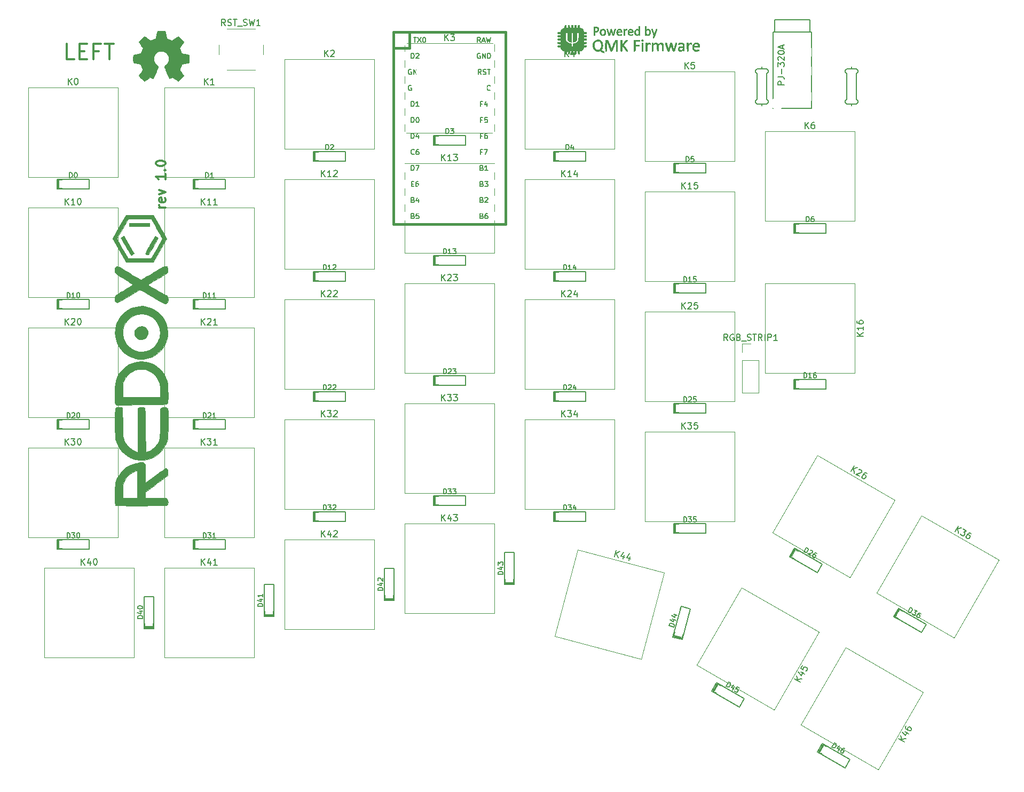
<source format=gto>
G04 #@! TF.GenerationSoftware,KiCad,Pcbnew,7.0.8*
G04 #@! TF.CreationDate,2023-11-23T13:30:25+08:00*
G04 #@! TF.ProjectId,redox_rev1_hs,7265646f-785f-4726-9576-315f68732e6b,1.0*
G04 #@! TF.SameCoordinates,Original*
G04 #@! TF.FileFunction,Legend,Top*
G04 #@! TF.FilePolarity,Positive*
%FSLAX46Y46*%
G04 Gerber Fmt 4.6, Leading zero omitted, Abs format (unit mm)*
G04 Created by KiCad (PCBNEW 7.0.8) date 2023-11-23 13:30:25*
%MOMM*%
%LPD*%
G01*
G04 APERTURE LIST*
G04 Aperture macros list*
%AMRotRect*
0 Rectangle, with rotation*
0 The origin of the aperture is its center*
0 $1 length*
0 $2 width*
0 $3 Rotation angle, in degrees counterclockwise*
0 Add horizontal line*
21,1,$1,$2,0,0,$3*%
G04 Aperture macros list end*
%ADD10C,0.300000*%
%ADD11C,0.150000*%
%ADD12C,0.120000*%
%ADD13C,0.381000*%
%ADD14C,0.010000*%
%ADD15R,1.600000X1.600000*%
%ADD16C,1.600000*%
%ADD17RotRect,1.600000X1.600000X150.000000*%
%ADD18RotRect,1.600000X1.600000X255.000000*%
%ADD19R,1.752600X1.752600*%
%ADD20C,1.752600*%
%ADD21C,4.000000*%
%ADD22R,1.200000X1.200000*%
%ADD23RotRect,1.200000X1.200000X150.000000*%
%ADD24RotRect,1.200000X1.200000X255.000000*%
%ADD25C,1.750000*%
%ADD26C,3.050000*%
%ADD27R,1.700000X1.700000*%
%ADD28O,1.700000X1.700000*%
%ADD29C,2.000000*%
%ADD30C,1.500000*%
%ADD31O,1.600000X2.200000*%
G04 APERTURE END LIST*
D10*
X106088328Y-78608570D02*
X105088328Y-78608570D01*
X105374042Y-78608570D02*
X105231185Y-78537141D01*
X105231185Y-78537141D02*
X105159757Y-78465713D01*
X105159757Y-78465713D02*
X105088328Y-78322855D01*
X105088328Y-78322855D02*
X105088328Y-78179998D01*
X106016900Y-77108570D02*
X106088328Y-77251427D01*
X106088328Y-77251427D02*
X106088328Y-77537142D01*
X106088328Y-77537142D02*
X106016900Y-77679999D01*
X106016900Y-77679999D02*
X105874042Y-77751427D01*
X105874042Y-77751427D02*
X105302614Y-77751427D01*
X105302614Y-77751427D02*
X105159757Y-77679999D01*
X105159757Y-77679999D02*
X105088328Y-77537142D01*
X105088328Y-77537142D02*
X105088328Y-77251427D01*
X105088328Y-77251427D02*
X105159757Y-77108570D01*
X105159757Y-77108570D02*
X105302614Y-77037142D01*
X105302614Y-77037142D02*
X105445471Y-77037142D01*
X105445471Y-77037142D02*
X105588328Y-77751427D01*
X105088328Y-76537142D02*
X106088328Y-76179999D01*
X106088328Y-76179999D02*
X105088328Y-75822856D01*
X106088328Y-73322856D02*
X106088328Y-74179999D01*
X106088328Y-73751428D02*
X104588328Y-73751428D01*
X104588328Y-73751428D02*
X104802614Y-73894285D01*
X104802614Y-73894285D02*
X104945471Y-74037142D01*
X104945471Y-74037142D02*
X105016900Y-74179999D01*
X105945471Y-72680000D02*
X106016900Y-72608571D01*
X106016900Y-72608571D02*
X106088328Y-72680000D01*
X106088328Y-72680000D02*
X106016900Y-72751428D01*
X106016900Y-72751428D02*
X105945471Y-72680000D01*
X105945471Y-72680000D02*
X106088328Y-72680000D01*
X104588328Y-71679999D02*
X104588328Y-71537142D01*
X104588328Y-71537142D02*
X104659757Y-71394285D01*
X104659757Y-71394285D02*
X104731185Y-71322857D01*
X104731185Y-71322857D02*
X104874042Y-71251428D01*
X104874042Y-71251428D02*
X105159757Y-71179999D01*
X105159757Y-71179999D02*
X105516900Y-71179999D01*
X105516900Y-71179999D02*
X105802614Y-71251428D01*
X105802614Y-71251428D02*
X105945471Y-71322857D01*
X105945471Y-71322857D02*
X106016900Y-71394285D01*
X106016900Y-71394285D02*
X106088328Y-71537142D01*
X106088328Y-71537142D02*
X106088328Y-71679999D01*
X106088328Y-71679999D02*
X106016900Y-71822857D01*
X106016900Y-71822857D02*
X105945471Y-71894285D01*
X105945471Y-71894285D02*
X105802614Y-71965714D01*
X105802614Y-71965714D02*
X105516900Y-72037142D01*
X105516900Y-72037142D02*
X105159757Y-72037142D01*
X105159757Y-72037142D02*
X104874042Y-71965714D01*
X104874042Y-71965714D02*
X104731185Y-71894285D01*
X104731185Y-71894285D02*
X104659757Y-71822857D01*
X104659757Y-71822857D02*
X104588328Y-71679999D01*
X91599047Y-55115947D02*
X90408571Y-55115947D01*
X90408571Y-55115947D02*
X90408571Y-52615947D01*
X92432381Y-53806423D02*
X93265714Y-53806423D01*
X93622857Y-55115947D02*
X92432381Y-55115947D01*
X92432381Y-55115947D02*
X92432381Y-52615947D01*
X92432381Y-52615947D02*
X93622857Y-52615947D01*
X95527619Y-53806423D02*
X94694286Y-53806423D01*
X94694286Y-55115947D02*
X94694286Y-52615947D01*
X94694286Y-52615947D02*
X95884762Y-52615947D01*
X96480000Y-52615947D02*
X97908571Y-52615947D01*
X97194285Y-55115947D02*
X97194285Y-52615947D01*
D11*
X90874924Y-73892295D02*
X90874924Y-73092295D01*
X90874924Y-73092295D02*
X91065400Y-73092295D01*
X91065400Y-73092295D02*
X91179686Y-73130390D01*
X91179686Y-73130390D02*
X91255876Y-73206580D01*
X91255876Y-73206580D02*
X91293971Y-73282771D01*
X91293971Y-73282771D02*
X91332067Y-73435152D01*
X91332067Y-73435152D02*
X91332067Y-73549438D01*
X91332067Y-73549438D02*
X91293971Y-73701819D01*
X91293971Y-73701819D02*
X91255876Y-73778009D01*
X91255876Y-73778009D02*
X91179686Y-73854200D01*
X91179686Y-73854200D02*
X91065400Y-73892295D01*
X91065400Y-73892295D02*
X90874924Y-73892295D01*
X91827305Y-73092295D02*
X91903495Y-73092295D01*
X91903495Y-73092295D02*
X91979686Y-73130390D01*
X91979686Y-73130390D02*
X92017781Y-73168485D01*
X92017781Y-73168485D02*
X92055876Y-73244676D01*
X92055876Y-73244676D02*
X92093971Y-73397057D01*
X92093971Y-73397057D02*
X92093971Y-73587533D01*
X92093971Y-73587533D02*
X92055876Y-73739914D01*
X92055876Y-73739914D02*
X92017781Y-73816104D01*
X92017781Y-73816104D02*
X91979686Y-73854200D01*
X91979686Y-73854200D02*
X91903495Y-73892295D01*
X91903495Y-73892295D02*
X91827305Y-73892295D01*
X91827305Y-73892295D02*
X91751114Y-73854200D01*
X91751114Y-73854200D02*
X91713019Y-73816104D01*
X91713019Y-73816104D02*
X91674924Y-73739914D01*
X91674924Y-73739914D02*
X91636828Y-73587533D01*
X91636828Y-73587533D02*
X91636828Y-73397057D01*
X91636828Y-73397057D02*
X91674924Y-73244676D01*
X91674924Y-73244676D02*
X91713019Y-73168485D01*
X91713019Y-73168485D02*
X91751114Y-73130390D01*
X91751114Y-73130390D02*
X91827305Y-73092295D01*
X112464924Y-73892295D02*
X112464924Y-73092295D01*
X112464924Y-73092295D02*
X112655400Y-73092295D01*
X112655400Y-73092295D02*
X112769686Y-73130390D01*
X112769686Y-73130390D02*
X112845876Y-73206580D01*
X112845876Y-73206580D02*
X112883971Y-73282771D01*
X112883971Y-73282771D02*
X112922067Y-73435152D01*
X112922067Y-73435152D02*
X112922067Y-73549438D01*
X112922067Y-73549438D02*
X112883971Y-73701819D01*
X112883971Y-73701819D02*
X112845876Y-73778009D01*
X112845876Y-73778009D02*
X112769686Y-73854200D01*
X112769686Y-73854200D02*
X112655400Y-73892295D01*
X112655400Y-73892295D02*
X112464924Y-73892295D01*
X113683971Y-73892295D02*
X113226828Y-73892295D01*
X113455400Y-73892295D02*
X113455400Y-73092295D01*
X113455400Y-73092295D02*
X113379209Y-73206580D01*
X113379209Y-73206580D02*
X113303019Y-73282771D01*
X113303019Y-73282771D02*
X113226828Y-73320866D01*
X131514924Y-69447295D02*
X131514924Y-68647295D01*
X131514924Y-68647295D02*
X131705400Y-68647295D01*
X131705400Y-68647295D02*
X131819686Y-68685390D01*
X131819686Y-68685390D02*
X131895876Y-68761580D01*
X131895876Y-68761580D02*
X131933971Y-68837771D01*
X131933971Y-68837771D02*
X131972067Y-68990152D01*
X131972067Y-68990152D02*
X131972067Y-69104438D01*
X131972067Y-69104438D02*
X131933971Y-69256819D01*
X131933971Y-69256819D02*
X131895876Y-69333009D01*
X131895876Y-69333009D02*
X131819686Y-69409200D01*
X131819686Y-69409200D02*
X131705400Y-69447295D01*
X131705400Y-69447295D02*
X131514924Y-69447295D01*
X132276828Y-68723485D02*
X132314924Y-68685390D01*
X132314924Y-68685390D02*
X132391114Y-68647295D01*
X132391114Y-68647295D02*
X132581590Y-68647295D01*
X132581590Y-68647295D02*
X132657781Y-68685390D01*
X132657781Y-68685390D02*
X132695876Y-68723485D01*
X132695876Y-68723485D02*
X132733971Y-68799676D01*
X132733971Y-68799676D02*
X132733971Y-68875866D01*
X132733971Y-68875866D02*
X132695876Y-68990152D01*
X132695876Y-68990152D02*
X132238733Y-69447295D01*
X132238733Y-69447295D02*
X132733971Y-69447295D01*
X150564924Y-66907295D02*
X150564924Y-66107295D01*
X150564924Y-66107295D02*
X150755400Y-66107295D01*
X150755400Y-66107295D02*
X150869686Y-66145390D01*
X150869686Y-66145390D02*
X150945876Y-66221580D01*
X150945876Y-66221580D02*
X150983971Y-66297771D01*
X150983971Y-66297771D02*
X151022067Y-66450152D01*
X151022067Y-66450152D02*
X151022067Y-66564438D01*
X151022067Y-66564438D02*
X150983971Y-66716819D01*
X150983971Y-66716819D02*
X150945876Y-66793009D01*
X150945876Y-66793009D02*
X150869686Y-66869200D01*
X150869686Y-66869200D02*
X150755400Y-66907295D01*
X150755400Y-66907295D02*
X150564924Y-66907295D01*
X151288733Y-66107295D02*
X151783971Y-66107295D01*
X151783971Y-66107295D02*
X151517305Y-66412057D01*
X151517305Y-66412057D02*
X151631590Y-66412057D01*
X151631590Y-66412057D02*
X151707781Y-66450152D01*
X151707781Y-66450152D02*
X151745876Y-66488247D01*
X151745876Y-66488247D02*
X151783971Y-66564438D01*
X151783971Y-66564438D02*
X151783971Y-66754914D01*
X151783971Y-66754914D02*
X151745876Y-66831104D01*
X151745876Y-66831104D02*
X151707781Y-66869200D01*
X151707781Y-66869200D02*
X151631590Y-66907295D01*
X151631590Y-66907295D02*
X151403019Y-66907295D01*
X151403019Y-66907295D02*
X151326828Y-66869200D01*
X151326828Y-66869200D02*
X151288733Y-66831104D01*
X169614924Y-69447295D02*
X169614924Y-68647295D01*
X169614924Y-68647295D02*
X169805400Y-68647295D01*
X169805400Y-68647295D02*
X169919686Y-68685390D01*
X169919686Y-68685390D02*
X169995876Y-68761580D01*
X169995876Y-68761580D02*
X170033971Y-68837771D01*
X170033971Y-68837771D02*
X170072067Y-68990152D01*
X170072067Y-68990152D02*
X170072067Y-69104438D01*
X170072067Y-69104438D02*
X170033971Y-69256819D01*
X170033971Y-69256819D02*
X169995876Y-69333009D01*
X169995876Y-69333009D02*
X169919686Y-69409200D01*
X169919686Y-69409200D02*
X169805400Y-69447295D01*
X169805400Y-69447295D02*
X169614924Y-69447295D01*
X170757781Y-68913961D02*
X170757781Y-69447295D01*
X170567305Y-68609200D02*
X170376828Y-69180628D01*
X170376828Y-69180628D02*
X170872067Y-69180628D01*
X188664924Y-71352295D02*
X188664924Y-70552295D01*
X188664924Y-70552295D02*
X188855400Y-70552295D01*
X188855400Y-70552295D02*
X188969686Y-70590390D01*
X188969686Y-70590390D02*
X189045876Y-70666580D01*
X189045876Y-70666580D02*
X189083971Y-70742771D01*
X189083971Y-70742771D02*
X189122067Y-70895152D01*
X189122067Y-70895152D02*
X189122067Y-71009438D01*
X189122067Y-71009438D02*
X189083971Y-71161819D01*
X189083971Y-71161819D02*
X189045876Y-71238009D01*
X189045876Y-71238009D02*
X188969686Y-71314200D01*
X188969686Y-71314200D02*
X188855400Y-71352295D01*
X188855400Y-71352295D02*
X188664924Y-71352295D01*
X189845876Y-70552295D02*
X189464924Y-70552295D01*
X189464924Y-70552295D02*
X189426828Y-70933247D01*
X189426828Y-70933247D02*
X189464924Y-70895152D01*
X189464924Y-70895152D02*
X189541114Y-70857057D01*
X189541114Y-70857057D02*
X189731590Y-70857057D01*
X189731590Y-70857057D02*
X189807781Y-70895152D01*
X189807781Y-70895152D02*
X189845876Y-70933247D01*
X189845876Y-70933247D02*
X189883971Y-71009438D01*
X189883971Y-71009438D02*
X189883971Y-71199914D01*
X189883971Y-71199914D02*
X189845876Y-71276104D01*
X189845876Y-71276104D02*
X189807781Y-71314200D01*
X189807781Y-71314200D02*
X189731590Y-71352295D01*
X189731590Y-71352295D02*
X189541114Y-71352295D01*
X189541114Y-71352295D02*
X189464924Y-71314200D01*
X189464924Y-71314200D02*
X189426828Y-71276104D01*
X207714924Y-80877295D02*
X207714924Y-80077295D01*
X207714924Y-80077295D02*
X207905400Y-80077295D01*
X207905400Y-80077295D02*
X208019686Y-80115390D01*
X208019686Y-80115390D02*
X208095876Y-80191580D01*
X208095876Y-80191580D02*
X208133971Y-80267771D01*
X208133971Y-80267771D02*
X208172067Y-80420152D01*
X208172067Y-80420152D02*
X208172067Y-80534438D01*
X208172067Y-80534438D02*
X208133971Y-80686819D01*
X208133971Y-80686819D02*
X208095876Y-80763009D01*
X208095876Y-80763009D02*
X208019686Y-80839200D01*
X208019686Y-80839200D02*
X207905400Y-80877295D01*
X207905400Y-80877295D02*
X207714924Y-80877295D01*
X208857781Y-80077295D02*
X208705400Y-80077295D01*
X208705400Y-80077295D02*
X208629209Y-80115390D01*
X208629209Y-80115390D02*
X208591114Y-80153485D01*
X208591114Y-80153485D02*
X208514924Y-80267771D01*
X208514924Y-80267771D02*
X208476828Y-80420152D01*
X208476828Y-80420152D02*
X208476828Y-80724914D01*
X208476828Y-80724914D02*
X208514924Y-80801104D01*
X208514924Y-80801104D02*
X208553019Y-80839200D01*
X208553019Y-80839200D02*
X208629209Y-80877295D01*
X208629209Y-80877295D02*
X208781590Y-80877295D01*
X208781590Y-80877295D02*
X208857781Y-80839200D01*
X208857781Y-80839200D02*
X208895876Y-80801104D01*
X208895876Y-80801104D02*
X208933971Y-80724914D01*
X208933971Y-80724914D02*
X208933971Y-80534438D01*
X208933971Y-80534438D02*
X208895876Y-80458247D01*
X208895876Y-80458247D02*
X208857781Y-80420152D01*
X208857781Y-80420152D02*
X208781590Y-80382057D01*
X208781590Y-80382057D02*
X208629209Y-80382057D01*
X208629209Y-80382057D02*
X208553019Y-80420152D01*
X208553019Y-80420152D02*
X208514924Y-80458247D01*
X208514924Y-80458247D02*
X208476828Y-80534438D01*
X90493971Y-92942295D02*
X90493971Y-92142295D01*
X90493971Y-92142295D02*
X90684447Y-92142295D01*
X90684447Y-92142295D02*
X90798733Y-92180390D01*
X90798733Y-92180390D02*
X90874923Y-92256580D01*
X90874923Y-92256580D02*
X90913018Y-92332771D01*
X90913018Y-92332771D02*
X90951114Y-92485152D01*
X90951114Y-92485152D02*
X90951114Y-92599438D01*
X90951114Y-92599438D02*
X90913018Y-92751819D01*
X90913018Y-92751819D02*
X90874923Y-92828009D01*
X90874923Y-92828009D02*
X90798733Y-92904200D01*
X90798733Y-92904200D02*
X90684447Y-92942295D01*
X90684447Y-92942295D02*
X90493971Y-92942295D01*
X91713018Y-92942295D02*
X91255875Y-92942295D01*
X91484447Y-92942295D02*
X91484447Y-92142295D01*
X91484447Y-92142295D02*
X91408256Y-92256580D01*
X91408256Y-92256580D02*
X91332066Y-92332771D01*
X91332066Y-92332771D02*
X91255875Y-92370866D01*
X92208257Y-92142295D02*
X92284447Y-92142295D01*
X92284447Y-92142295D02*
X92360638Y-92180390D01*
X92360638Y-92180390D02*
X92398733Y-92218485D01*
X92398733Y-92218485D02*
X92436828Y-92294676D01*
X92436828Y-92294676D02*
X92474923Y-92447057D01*
X92474923Y-92447057D02*
X92474923Y-92637533D01*
X92474923Y-92637533D02*
X92436828Y-92789914D01*
X92436828Y-92789914D02*
X92398733Y-92866104D01*
X92398733Y-92866104D02*
X92360638Y-92904200D01*
X92360638Y-92904200D02*
X92284447Y-92942295D01*
X92284447Y-92942295D02*
X92208257Y-92942295D01*
X92208257Y-92942295D02*
X92132066Y-92904200D01*
X92132066Y-92904200D02*
X92093971Y-92866104D01*
X92093971Y-92866104D02*
X92055876Y-92789914D01*
X92055876Y-92789914D02*
X92017780Y-92637533D01*
X92017780Y-92637533D02*
X92017780Y-92447057D01*
X92017780Y-92447057D02*
X92055876Y-92294676D01*
X92055876Y-92294676D02*
X92093971Y-92218485D01*
X92093971Y-92218485D02*
X92132066Y-92180390D01*
X92132066Y-92180390D02*
X92208257Y-92142295D01*
X112083971Y-92942295D02*
X112083971Y-92142295D01*
X112083971Y-92142295D02*
X112274447Y-92142295D01*
X112274447Y-92142295D02*
X112388733Y-92180390D01*
X112388733Y-92180390D02*
X112464923Y-92256580D01*
X112464923Y-92256580D02*
X112503018Y-92332771D01*
X112503018Y-92332771D02*
X112541114Y-92485152D01*
X112541114Y-92485152D02*
X112541114Y-92599438D01*
X112541114Y-92599438D02*
X112503018Y-92751819D01*
X112503018Y-92751819D02*
X112464923Y-92828009D01*
X112464923Y-92828009D02*
X112388733Y-92904200D01*
X112388733Y-92904200D02*
X112274447Y-92942295D01*
X112274447Y-92942295D02*
X112083971Y-92942295D01*
X113303018Y-92942295D02*
X112845875Y-92942295D01*
X113074447Y-92942295D02*
X113074447Y-92142295D01*
X113074447Y-92142295D02*
X112998256Y-92256580D01*
X112998256Y-92256580D02*
X112922066Y-92332771D01*
X112922066Y-92332771D02*
X112845875Y-92370866D01*
X114064923Y-92942295D02*
X113607780Y-92942295D01*
X113836352Y-92942295D02*
X113836352Y-92142295D01*
X113836352Y-92142295D02*
X113760161Y-92256580D01*
X113760161Y-92256580D02*
X113683971Y-92332771D01*
X113683971Y-92332771D02*
X113607780Y-92370866D01*
X131133971Y-88497295D02*
X131133971Y-87697295D01*
X131133971Y-87697295D02*
X131324447Y-87697295D01*
X131324447Y-87697295D02*
X131438733Y-87735390D01*
X131438733Y-87735390D02*
X131514923Y-87811580D01*
X131514923Y-87811580D02*
X131553018Y-87887771D01*
X131553018Y-87887771D02*
X131591114Y-88040152D01*
X131591114Y-88040152D02*
X131591114Y-88154438D01*
X131591114Y-88154438D02*
X131553018Y-88306819D01*
X131553018Y-88306819D02*
X131514923Y-88383009D01*
X131514923Y-88383009D02*
X131438733Y-88459200D01*
X131438733Y-88459200D02*
X131324447Y-88497295D01*
X131324447Y-88497295D02*
X131133971Y-88497295D01*
X132353018Y-88497295D02*
X131895875Y-88497295D01*
X132124447Y-88497295D02*
X132124447Y-87697295D01*
X132124447Y-87697295D02*
X132048256Y-87811580D01*
X132048256Y-87811580D02*
X131972066Y-87887771D01*
X131972066Y-87887771D02*
X131895875Y-87925866D01*
X132657780Y-87773485D02*
X132695876Y-87735390D01*
X132695876Y-87735390D02*
X132772066Y-87697295D01*
X132772066Y-87697295D02*
X132962542Y-87697295D01*
X132962542Y-87697295D02*
X133038733Y-87735390D01*
X133038733Y-87735390D02*
X133076828Y-87773485D01*
X133076828Y-87773485D02*
X133114923Y-87849676D01*
X133114923Y-87849676D02*
X133114923Y-87925866D01*
X133114923Y-87925866D02*
X133076828Y-88040152D01*
X133076828Y-88040152D02*
X132619685Y-88497295D01*
X132619685Y-88497295D02*
X133114923Y-88497295D01*
X150183971Y-85957295D02*
X150183971Y-85157295D01*
X150183971Y-85157295D02*
X150374447Y-85157295D01*
X150374447Y-85157295D02*
X150488733Y-85195390D01*
X150488733Y-85195390D02*
X150564923Y-85271580D01*
X150564923Y-85271580D02*
X150603018Y-85347771D01*
X150603018Y-85347771D02*
X150641114Y-85500152D01*
X150641114Y-85500152D02*
X150641114Y-85614438D01*
X150641114Y-85614438D02*
X150603018Y-85766819D01*
X150603018Y-85766819D02*
X150564923Y-85843009D01*
X150564923Y-85843009D02*
X150488733Y-85919200D01*
X150488733Y-85919200D02*
X150374447Y-85957295D01*
X150374447Y-85957295D02*
X150183971Y-85957295D01*
X151403018Y-85957295D02*
X150945875Y-85957295D01*
X151174447Y-85957295D02*
X151174447Y-85157295D01*
X151174447Y-85157295D02*
X151098256Y-85271580D01*
X151098256Y-85271580D02*
X151022066Y-85347771D01*
X151022066Y-85347771D02*
X150945875Y-85385866D01*
X151669685Y-85157295D02*
X152164923Y-85157295D01*
X152164923Y-85157295D02*
X151898257Y-85462057D01*
X151898257Y-85462057D02*
X152012542Y-85462057D01*
X152012542Y-85462057D02*
X152088733Y-85500152D01*
X152088733Y-85500152D02*
X152126828Y-85538247D01*
X152126828Y-85538247D02*
X152164923Y-85614438D01*
X152164923Y-85614438D02*
X152164923Y-85804914D01*
X152164923Y-85804914D02*
X152126828Y-85881104D01*
X152126828Y-85881104D02*
X152088733Y-85919200D01*
X152088733Y-85919200D02*
X152012542Y-85957295D01*
X152012542Y-85957295D02*
X151783971Y-85957295D01*
X151783971Y-85957295D02*
X151707780Y-85919200D01*
X151707780Y-85919200D02*
X151669685Y-85881104D01*
X169233971Y-88497295D02*
X169233971Y-87697295D01*
X169233971Y-87697295D02*
X169424447Y-87697295D01*
X169424447Y-87697295D02*
X169538733Y-87735390D01*
X169538733Y-87735390D02*
X169614923Y-87811580D01*
X169614923Y-87811580D02*
X169653018Y-87887771D01*
X169653018Y-87887771D02*
X169691114Y-88040152D01*
X169691114Y-88040152D02*
X169691114Y-88154438D01*
X169691114Y-88154438D02*
X169653018Y-88306819D01*
X169653018Y-88306819D02*
X169614923Y-88383009D01*
X169614923Y-88383009D02*
X169538733Y-88459200D01*
X169538733Y-88459200D02*
X169424447Y-88497295D01*
X169424447Y-88497295D02*
X169233971Y-88497295D01*
X170453018Y-88497295D02*
X169995875Y-88497295D01*
X170224447Y-88497295D02*
X170224447Y-87697295D01*
X170224447Y-87697295D02*
X170148256Y-87811580D01*
X170148256Y-87811580D02*
X170072066Y-87887771D01*
X170072066Y-87887771D02*
X169995875Y-87925866D01*
X171138733Y-87963961D02*
X171138733Y-88497295D01*
X170948257Y-87659200D02*
X170757780Y-88230628D01*
X170757780Y-88230628D02*
X171253019Y-88230628D01*
X188283971Y-90402295D02*
X188283971Y-89602295D01*
X188283971Y-89602295D02*
X188474447Y-89602295D01*
X188474447Y-89602295D02*
X188588733Y-89640390D01*
X188588733Y-89640390D02*
X188664923Y-89716580D01*
X188664923Y-89716580D02*
X188703018Y-89792771D01*
X188703018Y-89792771D02*
X188741114Y-89945152D01*
X188741114Y-89945152D02*
X188741114Y-90059438D01*
X188741114Y-90059438D02*
X188703018Y-90211819D01*
X188703018Y-90211819D02*
X188664923Y-90288009D01*
X188664923Y-90288009D02*
X188588733Y-90364200D01*
X188588733Y-90364200D02*
X188474447Y-90402295D01*
X188474447Y-90402295D02*
X188283971Y-90402295D01*
X189503018Y-90402295D02*
X189045875Y-90402295D01*
X189274447Y-90402295D02*
X189274447Y-89602295D01*
X189274447Y-89602295D02*
X189198256Y-89716580D01*
X189198256Y-89716580D02*
X189122066Y-89792771D01*
X189122066Y-89792771D02*
X189045875Y-89830866D01*
X190226828Y-89602295D02*
X189845876Y-89602295D01*
X189845876Y-89602295D02*
X189807780Y-89983247D01*
X189807780Y-89983247D02*
X189845876Y-89945152D01*
X189845876Y-89945152D02*
X189922066Y-89907057D01*
X189922066Y-89907057D02*
X190112542Y-89907057D01*
X190112542Y-89907057D02*
X190188733Y-89945152D01*
X190188733Y-89945152D02*
X190226828Y-89983247D01*
X190226828Y-89983247D02*
X190264923Y-90059438D01*
X190264923Y-90059438D02*
X190264923Y-90249914D01*
X190264923Y-90249914D02*
X190226828Y-90326104D01*
X190226828Y-90326104D02*
X190188733Y-90364200D01*
X190188733Y-90364200D02*
X190112542Y-90402295D01*
X190112542Y-90402295D02*
X189922066Y-90402295D01*
X189922066Y-90402295D02*
X189845876Y-90364200D01*
X189845876Y-90364200D02*
X189807780Y-90326104D01*
X207333971Y-105642295D02*
X207333971Y-104842295D01*
X207333971Y-104842295D02*
X207524447Y-104842295D01*
X207524447Y-104842295D02*
X207638733Y-104880390D01*
X207638733Y-104880390D02*
X207714923Y-104956580D01*
X207714923Y-104956580D02*
X207753018Y-105032771D01*
X207753018Y-105032771D02*
X207791114Y-105185152D01*
X207791114Y-105185152D02*
X207791114Y-105299438D01*
X207791114Y-105299438D02*
X207753018Y-105451819D01*
X207753018Y-105451819D02*
X207714923Y-105528009D01*
X207714923Y-105528009D02*
X207638733Y-105604200D01*
X207638733Y-105604200D02*
X207524447Y-105642295D01*
X207524447Y-105642295D02*
X207333971Y-105642295D01*
X208553018Y-105642295D02*
X208095875Y-105642295D01*
X208324447Y-105642295D02*
X208324447Y-104842295D01*
X208324447Y-104842295D02*
X208248256Y-104956580D01*
X208248256Y-104956580D02*
X208172066Y-105032771D01*
X208172066Y-105032771D02*
X208095875Y-105070866D01*
X209238733Y-104842295D02*
X209086352Y-104842295D01*
X209086352Y-104842295D02*
X209010161Y-104880390D01*
X209010161Y-104880390D02*
X208972066Y-104918485D01*
X208972066Y-104918485D02*
X208895876Y-105032771D01*
X208895876Y-105032771D02*
X208857780Y-105185152D01*
X208857780Y-105185152D02*
X208857780Y-105489914D01*
X208857780Y-105489914D02*
X208895876Y-105566104D01*
X208895876Y-105566104D02*
X208933971Y-105604200D01*
X208933971Y-105604200D02*
X209010161Y-105642295D01*
X209010161Y-105642295D02*
X209162542Y-105642295D01*
X209162542Y-105642295D02*
X209238733Y-105604200D01*
X209238733Y-105604200D02*
X209276828Y-105566104D01*
X209276828Y-105566104D02*
X209314923Y-105489914D01*
X209314923Y-105489914D02*
X209314923Y-105299438D01*
X209314923Y-105299438D02*
X209276828Y-105223247D01*
X209276828Y-105223247D02*
X209238733Y-105185152D01*
X209238733Y-105185152D02*
X209162542Y-105147057D01*
X209162542Y-105147057D02*
X209010161Y-105147057D01*
X209010161Y-105147057D02*
X208933971Y-105185152D01*
X208933971Y-105185152D02*
X208895876Y-105223247D01*
X208895876Y-105223247D02*
X208857780Y-105299438D01*
X90493971Y-111992295D02*
X90493971Y-111192295D01*
X90493971Y-111192295D02*
X90684447Y-111192295D01*
X90684447Y-111192295D02*
X90798733Y-111230390D01*
X90798733Y-111230390D02*
X90874923Y-111306580D01*
X90874923Y-111306580D02*
X90913018Y-111382771D01*
X90913018Y-111382771D02*
X90951114Y-111535152D01*
X90951114Y-111535152D02*
X90951114Y-111649438D01*
X90951114Y-111649438D02*
X90913018Y-111801819D01*
X90913018Y-111801819D02*
X90874923Y-111878009D01*
X90874923Y-111878009D02*
X90798733Y-111954200D01*
X90798733Y-111954200D02*
X90684447Y-111992295D01*
X90684447Y-111992295D02*
X90493971Y-111992295D01*
X91255875Y-111268485D02*
X91293971Y-111230390D01*
X91293971Y-111230390D02*
X91370161Y-111192295D01*
X91370161Y-111192295D02*
X91560637Y-111192295D01*
X91560637Y-111192295D02*
X91636828Y-111230390D01*
X91636828Y-111230390D02*
X91674923Y-111268485D01*
X91674923Y-111268485D02*
X91713018Y-111344676D01*
X91713018Y-111344676D02*
X91713018Y-111420866D01*
X91713018Y-111420866D02*
X91674923Y-111535152D01*
X91674923Y-111535152D02*
X91217780Y-111992295D01*
X91217780Y-111992295D02*
X91713018Y-111992295D01*
X92208257Y-111192295D02*
X92284447Y-111192295D01*
X92284447Y-111192295D02*
X92360638Y-111230390D01*
X92360638Y-111230390D02*
X92398733Y-111268485D01*
X92398733Y-111268485D02*
X92436828Y-111344676D01*
X92436828Y-111344676D02*
X92474923Y-111497057D01*
X92474923Y-111497057D02*
X92474923Y-111687533D01*
X92474923Y-111687533D02*
X92436828Y-111839914D01*
X92436828Y-111839914D02*
X92398733Y-111916104D01*
X92398733Y-111916104D02*
X92360638Y-111954200D01*
X92360638Y-111954200D02*
X92284447Y-111992295D01*
X92284447Y-111992295D02*
X92208257Y-111992295D01*
X92208257Y-111992295D02*
X92132066Y-111954200D01*
X92132066Y-111954200D02*
X92093971Y-111916104D01*
X92093971Y-111916104D02*
X92055876Y-111839914D01*
X92055876Y-111839914D02*
X92017780Y-111687533D01*
X92017780Y-111687533D02*
X92017780Y-111497057D01*
X92017780Y-111497057D02*
X92055876Y-111344676D01*
X92055876Y-111344676D02*
X92093971Y-111268485D01*
X92093971Y-111268485D02*
X92132066Y-111230390D01*
X92132066Y-111230390D02*
X92208257Y-111192295D01*
X112083971Y-111992295D02*
X112083971Y-111192295D01*
X112083971Y-111192295D02*
X112274447Y-111192295D01*
X112274447Y-111192295D02*
X112388733Y-111230390D01*
X112388733Y-111230390D02*
X112464923Y-111306580D01*
X112464923Y-111306580D02*
X112503018Y-111382771D01*
X112503018Y-111382771D02*
X112541114Y-111535152D01*
X112541114Y-111535152D02*
X112541114Y-111649438D01*
X112541114Y-111649438D02*
X112503018Y-111801819D01*
X112503018Y-111801819D02*
X112464923Y-111878009D01*
X112464923Y-111878009D02*
X112388733Y-111954200D01*
X112388733Y-111954200D02*
X112274447Y-111992295D01*
X112274447Y-111992295D02*
X112083971Y-111992295D01*
X112845875Y-111268485D02*
X112883971Y-111230390D01*
X112883971Y-111230390D02*
X112960161Y-111192295D01*
X112960161Y-111192295D02*
X113150637Y-111192295D01*
X113150637Y-111192295D02*
X113226828Y-111230390D01*
X113226828Y-111230390D02*
X113264923Y-111268485D01*
X113264923Y-111268485D02*
X113303018Y-111344676D01*
X113303018Y-111344676D02*
X113303018Y-111420866D01*
X113303018Y-111420866D02*
X113264923Y-111535152D01*
X113264923Y-111535152D02*
X112807780Y-111992295D01*
X112807780Y-111992295D02*
X113303018Y-111992295D01*
X114064923Y-111992295D02*
X113607780Y-111992295D01*
X113836352Y-111992295D02*
X113836352Y-111192295D01*
X113836352Y-111192295D02*
X113760161Y-111306580D01*
X113760161Y-111306580D02*
X113683971Y-111382771D01*
X113683971Y-111382771D02*
X113607780Y-111420866D01*
X131133971Y-107547295D02*
X131133971Y-106747295D01*
X131133971Y-106747295D02*
X131324447Y-106747295D01*
X131324447Y-106747295D02*
X131438733Y-106785390D01*
X131438733Y-106785390D02*
X131514923Y-106861580D01*
X131514923Y-106861580D02*
X131553018Y-106937771D01*
X131553018Y-106937771D02*
X131591114Y-107090152D01*
X131591114Y-107090152D02*
X131591114Y-107204438D01*
X131591114Y-107204438D02*
X131553018Y-107356819D01*
X131553018Y-107356819D02*
X131514923Y-107433009D01*
X131514923Y-107433009D02*
X131438733Y-107509200D01*
X131438733Y-107509200D02*
X131324447Y-107547295D01*
X131324447Y-107547295D02*
X131133971Y-107547295D01*
X131895875Y-106823485D02*
X131933971Y-106785390D01*
X131933971Y-106785390D02*
X132010161Y-106747295D01*
X132010161Y-106747295D02*
X132200637Y-106747295D01*
X132200637Y-106747295D02*
X132276828Y-106785390D01*
X132276828Y-106785390D02*
X132314923Y-106823485D01*
X132314923Y-106823485D02*
X132353018Y-106899676D01*
X132353018Y-106899676D02*
X132353018Y-106975866D01*
X132353018Y-106975866D02*
X132314923Y-107090152D01*
X132314923Y-107090152D02*
X131857780Y-107547295D01*
X131857780Y-107547295D02*
X132353018Y-107547295D01*
X132657780Y-106823485D02*
X132695876Y-106785390D01*
X132695876Y-106785390D02*
X132772066Y-106747295D01*
X132772066Y-106747295D02*
X132962542Y-106747295D01*
X132962542Y-106747295D02*
X133038733Y-106785390D01*
X133038733Y-106785390D02*
X133076828Y-106823485D01*
X133076828Y-106823485D02*
X133114923Y-106899676D01*
X133114923Y-106899676D02*
X133114923Y-106975866D01*
X133114923Y-106975866D02*
X133076828Y-107090152D01*
X133076828Y-107090152D02*
X132619685Y-107547295D01*
X132619685Y-107547295D02*
X133114923Y-107547295D01*
X150183971Y-105007295D02*
X150183971Y-104207295D01*
X150183971Y-104207295D02*
X150374447Y-104207295D01*
X150374447Y-104207295D02*
X150488733Y-104245390D01*
X150488733Y-104245390D02*
X150564923Y-104321580D01*
X150564923Y-104321580D02*
X150603018Y-104397771D01*
X150603018Y-104397771D02*
X150641114Y-104550152D01*
X150641114Y-104550152D02*
X150641114Y-104664438D01*
X150641114Y-104664438D02*
X150603018Y-104816819D01*
X150603018Y-104816819D02*
X150564923Y-104893009D01*
X150564923Y-104893009D02*
X150488733Y-104969200D01*
X150488733Y-104969200D02*
X150374447Y-105007295D01*
X150374447Y-105007295D02*
X150183971Y-105007295D01*
X150945875Y-104283485D02*
X150983971Y-104245390D01*
X150983971Y-104245390D02*
X151060161Y-104207295D01*
X151060161Y-104207295D02*
X151250637Y-104207295D01*
X151250637Y-104207295D02*
X151326828Y-104245390D01*
X151326828Y-104245390D02*
X151364923Y-104283485D01*
X151364923Y-104283485D02*
X151403018Y-104359676D01*
X151403018Y-104359676D02*
X151403018Y-104435866D01*
X151403018Y-104435866D02*
X151364923Y-104550152D01*
X151364923Y-104550152D02*
X150907780Y-105007295D01*
X150907780Y-105007295D02*
X151403018Y-105007295D01*
X151669685Y-104207295D02*
X152164923Y-104207295D01*
X152164923Y-104207295D02*
X151898257Y-104512057D01*
X151898257Y-104512057D02*
X152012542Y-104512057D01*
X152012542Y-104512057D02*
X152088733Y-104550152D01*
X152088733Y-104550152D02*
X152126828Y-104588247D01*
X152126828Y-104588247D02*
X152164923Y-104664438D01*
X152164923Y-104664438D02*
X152164923Y-104854914D01*
X152164923Y-104854914D02*
X152126828Y-104931104D01*
X152126828Y-104931104D02*
X152088733Y-104969200D01*
X152088733Y-104969200D02*
X152012542Y-105007295D01*
X152012542Y-105007295D02*
X151783971Y-105007295D01*
X151783971Y-105007295D02*
X151707780Y-104969200D01*
X151707780Y-104969200D02*
X151669685Y-104931104D01*
X169233971Y-107547295D02*
X169233971Y-106747295D01*
X169233971Y-106747295D02*
X169424447Y-106747295D01*
X169424447Y-106747295D02*
X169538733Y-106785390D01*
X169538733Y-106785390D02*
X169614923Y-106861580D01*
X169614923Y-106861580D02*
X169653018Y-106937771D01*
X169653018Y-106937771D02*
X169691114Y-107090152D01*
X169691114Y-107090152D02*
X169691114Y-107204438D01*
X169691114Y-107204438D02*
X169653018Y-107356819D01*
X169653018Y-107356819D02*
X169614923Y-107433009D01*
X169614923Y-107433009D02*
X169538733Y-107509200D01*
X169538733Y-107509200D02*
X169424447Y-107547295D01*
X169424447Y-107547295D02*
X169233971Y-107547295D01*
X169995875Y-106823485D02*
X170033971Y-106785390D01*
X170033971Y-106785390D02*
X170110161Y-106747295D01*
X170110161Y-106747295D02*
X170300637Y-106747295D01*
X170300637Y-106747295D02*
X170376828Y-106785390D01*
X170376828Y-106785390D02*
X170414923Y-106823485D01*
X170414923Y-106823485D02*
X170453018Y-106899676D01*
X170453018Y-106899676D02*
X170453018Y-106975866D01*
X170453018Y-106975866D02*
X170414923Y-107090152D01*
X170414923Y-107090152D02*
X169957780Y-107547295D01*
X169957780Y-107547295D02*
X170453018Y-107547295D01*
X171138733Y-107013961D02*
X171138733Y-107547295D01*
X170948257Y-106709200D02*
X170757780Y-107280628D01*
X170757780Y-107280628D02*
X171253019Y-107280628D01*
X188283971Y-109452295D02*
X188283971Y-108652295D01*
X188283971Y-108652295D02*
X188474447Y-108652295D01*
X188474447Y-108652295D02*
X188588733Y-108690390D01*
X188588733Y-108690390D02*
X188664923Y-108766580D01*
X188664923Y-108766580D02*
X188703018Y-108842771D01*
X188703018Y-108842771D02*
X188741114Y-108995152D01*
X188741114Y-108995152D02*
X188741114Y-109109438D01*
X188741114Y-109109438D02*
X188703018Y-109261819D01*
X188703018Y-109261819D02*
X188664923Y-109338009D01*
X188664923Y-109338009D02*
X188588733Y-109414200D01*
X188588733Y-109414200D02*
X188474447Y-109452295D01*
X188474447Y-109452295D02*
X188283971Y-109452295D01*
X189045875Y-108728485D02*
X189083971Y-108690390D01*
X189083971Y-108690390D02*
X189160161Y-108652295D01*
X189160161Y-108652295D02*
X189350637Y-108652295D01*
X189350637Y-108652295D02*
X189426828Y-108690390D01*
X189426828Y-108690390D02*
X189464923Y-108728485D01*
X189464923Y-108728485D02*
X189503018Y-108804676D01*
X189503018Y-108804676D02*
X189503018Y-108880866D01*
X189503018Y-108880866D02*
X189464923Y-108995152D01*
X189464923Y-108995152D02*
X189007780Y-109452295D01*
X189007780Y-109452295D02*
X189503018Y-109452295D01*
X190226828Y-108652295D02*
X189845876Y-108652295D01*
X189845876Y-108652295D02*
X189807780Y-109033247D01*
X189807780Y-109033247D02*
X189845876Y-108995152D01*
X189845876Y-108995152D02*
X189922066Y-108957057D01*
X189922066Y-108957057D02*
X190112542Y-108957057D01*
X190112542Y-108957057D02*
X190188733Y-108995152D01*
X190188733Y-108995152D02*
X190226828Y-109033247D01*
X190226828Y-109033247D02*
X190264923Y-109109438D01*
X190264923Y-109109438D02*
X190264923Y-109299914D01*
X190264923Y-109299914D02*
X190226828Y-109376104D01*
X190226828Y-109376104D02*
X190188733Y-109414200D01*
X190188733Y-109414200D02*
X190112542Y-109452295D01*
X190112542Y-109452295D02*
X189922066Y-109452295D01*
X189922066Y-109452295D02*
X189845876Y-109414200D01*
X189845876Y-109414200D02*
X189807780Y-109376104D01*
X207344567Y-133248306D02*
X207744567Y-132555486D01*
X207744567Y-132555486D02*
X207909524Y-132650724D01*
X207909524Y-132650724D02*
X207989451Y-132740858D01*
X207989451Y-132740858D02*
X208017338Y-132844936D01*
X208017338Y-132844936D02*
X208012235Y-132929967D01*
X208012235Y-132929967D02*
X207969036Y-133080980D01*
X207969036Y-133080980D02*
X207911893Y-133179954D01*
X207911893Y-133179954D02*
X207802711Y-133292873D01*
X207802711Y-133292873D02*
X207731624Y-133339808D01*
X207731624Y-133339808D02*
X207627546Y-133367695D01*
X207627546Y-133367695D02*
X207509524Y-133343544D01*
X207509524Y-133343544D02*
X207344567Y-133248306D01*
X208366300Y-133002421D02*
X208418340Y-132988477D01*
X208418340Y-132988477D02*
X208503370Y-132993581D01*
X208503370Y-132993581D02*
X208668327Y-133088819D01*
X208668327Y-133088819D02*
X208715263Y-133159906D01*
X208715263Y-133159906D02*
X208729206Y-133211945D01*
X208729206Y-133211945D02*
X208724103Y-133296975D01*
X208724103Y-133296975D02*
X208686007Y-133362958D01*
X208686007Y-133362958D02*
X208595873Y-133442885D01*
X208595873Y-133442885D02*
X207971404Y-133610211D01*
X207971404Y-133610211D02*
X208400293Y-133857830D01*
X209394139Y-133507867D02*
X209262173Y-133431676D01*
X209262173Y-133431676D02*
X209177143Y-133426572D01*
X209177143Y-133426572D02*
X209125104Y-133440516D01*
X209125104Y-133440516D02*
X209001978Y-133501395D01*
X209001978Y-133501395D02*
X208892796Y-133614314D01*
X208892796Y-133614314D02*
X208740415Y-133878245D01*
X208740415Y-133878245D02*
X208735312Y-133963276D01*
X208735312Y-133963276D02*
X208749255Y-134015315D01*
X208749255Y-134015315D02*
X208796191Y-134086401D01*
X208796191Y-134086401D02*
X208928156Y-134162592D01*
X208928156Y-134162592D02*
X209013187Y-134167696D01*
X209013187Y-134167696D02*
X209065226Y-134153752D01*
X209065226Y-134153752D02*
X209136313Y-134106817D01*
X209136313Y-134106817D02*
X209231551Y-133941859D01*
X209231551Y-133941859D02*
X209236655Y-133856829D01*
X209236655Y-133856829D02*
X209222711Y-133804790D01*
X209222711Y-133804790D02*
X209175775Y-133733703D01*
X209175775Y-133733703D02*
X209043810Y-133657513D01*
X209043810Y-133657513D02*
X208958779Y-133652409D01*
X208958779Y-133652409D02*
X208906740Y-133666353D01*
X208906740Y-133666353D02*
X208835653Y-133713288D01*
X90493971Y-131042295D02*
X90493971Y-130242295D01*
X90493971Y-130242295D02*
X90684447Y-130242295D01*
X90684447Y-130242295D02*
X90798733Y-130280390D01*
X90798733Y-130280390D02*
X90874923Y-130356580D01*
X90874923Y-130356580D02*
X90913018Y-130432771D01*
X90913018Y-130432771D02*
X90951114Y-130585152D01*
X90951114Y-130585152D02*
X90951114Y-130699438D01*
X90951114Y-130699438D02*
X90913018Y-130851819D01*
X90913018Y-130851819D02*
X90874923Y-130928009D01*
X90874923Y-130928009D02*
X90798733Y-131004200D01*
X90798733Y-131004200D02*
X90684447Y-131042295D01*
X90684447Y-131042295D02*
X90493971Y-131042295D01*
X91217780Y-130242295D02*
X91713018Y-130242295D01*
X91713018Y-130242295D02*
X91446352Y-130547057D01*
X91446352Y-130547057D02*
X91560637Y-130547057D01*
X91560637Y-130547057D02*
X91636828Y-130585152D01*
X91636828Y-130585152D02*
X91674923Y-130623247D01*
X91674923Y-130623247D02*
X91713018Y-130699438D01*
X91713018Y-130699438D02*
X91713018Y-130889914D01*
X91713018Y-130889914D02*
X91674923Y-130966104D01*
X91674923Y-130966104D02*
X91636828Y-131004200D01*
X91636828Y-131004200D02*
X91560637Y-131042295D01*
X91560637Y-131042295D02*
X91332066Y-131042295D01*
X91332066Y-131042295D02*
X91255875Y-131004200D01*
X91255875Y-131004200D02*
X91217780Y-130966104D01*
X92208257Y-130242295D02*
X92284447Y-130242295D01*
X92284447Y-130242295D02*
X92360638Y-130280390D01*
X92360638Y-130280390D02*
X92398733Y-130318485D01*
X92398733Y-130318485D02*
X92436828Y-130394676D01*
X92436828Y-130394676D02*
X92474923Y-130547057D01*
X92474923Y-130547057D02*
X92474923Y-130737533D01*
X92474923Y-130737533D02*
X92436828Y-130889914D01*
X92436828Y-130889914D02*
X92398733Y-130966104D01*
X92398733Y-130966104D02*
X92360638Y-131004200D01*
X92360638Y-131004200D02*
X92284447Y-131042295D01*
X92284447Y-131042295D02*
X92208257Y-131042295D01*
X92208257Y-131042295D02*
X92132066Y-131004200D01*
X92132066Y-131004200D02*
X92093971Y-130966104D01*
X92093971Y-130966104D02*
X92055876Y-130889914D01*
X92055876Y-130889914D02*
X92017780Y-130737533D01*
X92017780Y-130737533D02*
X92017780Y-130547057D01*
X92017780Y-130547057D02*
X92055876Y-130394676D01*
X92055876Y-130394676D02*
X92093971Y-130318485D01*
X92093971Y-130318485D02*
X92132066Y-130280390D01*
X92132066Y-130280390D02*
X92208257Y-130242295D01*
X112083971Y-131042295D02*
X112083971Y-130242295D01*
X112083971Y-130242295D02*
X112274447Y-130242295D01*
X112274447Y-130242295D02*
X112388733Y-130280390D01*
X112388733Y-130280390D02*
X112464923Y-130356580D01*
X112464923Y-130356580D02*
X112503018Y-130432771D01*
X112503018Y-130432771D02*
X112541114Y-130585152D01*
X112541114Y-130585152D02*
X112541114Y-130699438D01*
X112541114Y-130699438D02*
X112503018Y-130851819D01*
X112503018Y-130851819D02*
X112464923Y-130928009D01*
X112464923Y-130928009D02*
X112388733Y-131004200D01*
X112388733Y-131004200D02*
X112274447Y-131042295D01*
X112274447Y-131042295D02*
X112083971Y-131042295D01*
X112807780Y-130242295D02*
X113303018Y-130242295D01*
X113303018Y-130242295D02*
X113036352Y-130547057D01*
X113036352Y-130547057D02*
X113150637Y-130547057D01*
X113150637Y-130547057D02*
X113226828Y-130585152D01*
X113226828Y-130585152D02*
X113264923Y-130623247D01*
X113264923Y-130623247D02*
X113303018Y-130699438D01*
X113303018Y-130699438D02*
X113303018Y-130889914D01*
X113303018Y-130889914D02*
X113264923Y-130966104D01*
X113264923Y-130966104D02*
X113226828Y-131004200D01*
X113226828Y-131004200D02*
X113150637Y-131042295D01*
X113150637Y-131042295D02*
X112922066Y-131042295D01*
X112922066Y-131042295D02*
X112845875Y-131004200D01*
X112845875Y-131004200D02*
X112807780Y-130966104D01*
X114064923Y-131042295D02*
X113607780Y-131042295D01*
X113836352Y-131042295D02*
X113836352Y-130242295D01*
X113836352Y-130242295D02*
X113760161Y-130356580D01*
X113760161Y-130356580D02*
X113683971Y-130432771D01*
X113683971Y-130432771D02*
X113607780Y-130470866D01*
X131133971Y-126597295D02*
X131133971Y-125797295D01*
X131133971Y-125797295D02*
X131324447Y-125797295D01*
X131324447Y-125797295D02*
X131438733Y-125835390D01*
X131438733Y-125835390D02*
X131514923Y-125911580D01*
X131514923Y-125911580D02*
X131553018Y-125987771D01*
X131553018Y-125987771D02*
X131591114Y-126140152D01*
X131591114Y-126140152D02*
X131591114Y-126254438D01*
X131591114Y-126254438D02*
X131553018Y-126406819D01*
X131553018Y-126406819D02*
X131514923Y-126483009D01*
X131514923Y-126483009D02*
X131438733Y-126559200D01*
X131438733Y-126559200D02*
X131324447Y-126597295D01*
X131324447Y-126597295D02*
X131133971Y-126597295D01*
X131857780Y-125797295D02*
X132353018Y-125797295D01*
X132353018Y-125797295D02*
X132086352Y-126102057D01*
X132086352Y-126102057D02*
X132200637Y-126102057D01*
X132200637Y-126102057D02*
X132276828Y-126140152D01*
X132276828Y-126140152D02*
X132314923Y-126178247D01*
X132314923Y-126178247D02*
X132353018Y-126254438D01*
X132353018Y-126254438D02*
X132353018Y-126444914D01*
X132353018Y-126444914D02*
X132314923Y-126521104D01*
X132314923Y-126521104D02*
X132276828Y-126559200D01*
X132276828Y-126559200D02*
X132200637Y-126597295D01*
X132200637Y-126597295D02*
X131972066Y-126597295D01*
X131972066Y-126597295D02*
X131895875Y-126559200D01*
X131895875Y-126559200D02*
X131857780Y-126521104D01*
X132657780Y-125873485D02*
X132695876Y-125835390D01*
X132695876Y-125835390D02*
X132772066Y-125797295D01*
X132772066Y-125797295D02*
X132962542Y-125797295D01*
X132962542Y-125797295D02*
X133038733Y-125835390D01*
X133038733Y-125835390D02*
X133076828Y-125873485D01*
X133076828Y-125873485D02*
X133114923Y-125949676D01*
X133114923Y-125949676D02*
X133114923Y-126025866D01*
X133114923Y-126025866D02*
X133076828Y-126140152D01*
X133076828Y-126140152D02*
X132619685Y-126597295D01*
X132619685Y-126597295D02*
X133114923Y-126597295D01*
X150183971Y-124057295D02*
X150183971Y-123257295D01*
X150183971Y-123257295D02*
X150374447Y-123257295D01*
X150374447Y-123257295D02*
X150488733Y-123295390D01*
X150488733Y-123295390D02*
X150564923Y-123371580D01*
X150564923Y-123371580D02*
X150603018Y-123447771D01*
X150603018Y-123447771D02*
X150641114Y-123600152D01*
X150641114Y-123600152D02*
X150641114Y-123714438D01*
X150641114Y-123714438D02*
X150603018Y-123866819D01*
X150603018Y-123866819D02*
X150564923Y-123943009D01*
X150564923Y-123943009D02*
X150488733Y-124019200D01*
X150488733Y-124019200D02*
X150374447Y-124057295D01*
X150374447Y-124057295D02*
X150183971Y-124057295D01*
X150907780Y-123257295D02*
X151403018Y-123257295D01*
X151403018Y-123257295D02*
X151136352Y-123562057D01*
X151136352Y-123562057D02*
X151250637Y-123562057D01*
X151250637Y-123562057D02*
X151326828Y-123600152D01*
X151326828Y-123600152D02*
X151364923Y-123638247D01*
X151364923Y-123638247D02*
X151403018Y-123714438D01*
X151403018Y-123714438D02*
X151403018Y-123904914D01*
X151403018Y-123904914D02*
X151364923Y-123981104D01*
X151364923Y-123981104D02*
X151326828Y-124019200D01*
X151326828Y-124019200D02*
X151250637Y-124057295D01*
X151250637Y-124057295D02*
X151022066Y-124057295D01*
X151022066Y-124057295D02*
X150945875Y-124019200D01*
X150945875Y-124019200D02*
X150907780Y-123981104D01*
X151669685Y-123257295D02*
X152164923Y-123257295D01*
X152164923Y-123257295D02*
X151898257Y-123562057D01*
X151898257Y-123562057D02*
X152012542Y-123562057D01*
X152012542Y-123562057D02*
X152088733Y-123600152D01*
X152088733Y-123600152D02*
X152126828Y-123638247D01*
X152126828Y-123638247D02*
X152164923Y-123714438D01*
X152164923Y-123714438D02*
X152164923Y-123904914D01*
X152164923Y-123904914D02*
X152126828Y-123981104D01*
X152126828Y-123981104D02*
X152088733Y-124019200D01*
X152088733Y-124019200D02*
X152012542Y-124057295D01*
X152012542Y-124057295D02*
X151783971Y-124057295D01*
X151783971Y-124057295D02*
X151707780Y-124019200D01*
X151707780Y-124019200D02*
X151669685Y-123981104D01*
X169233971Y-126597295D02*
X169233971Y-125797295D01*
X169233971Y-125797295D02*
X169424447Y-125797295D01*
X169424447Y-125797295D02*
X169538733Y-125835390D01*
X169538733Y-125835390D02*
X169614923Y-125911580D01*
X169614923Y-125911580D02*
X169653018Y-125987771D01*
X169653018Y-125987771D02*
X169691114Y-126140152D01*
X169691114Y-126140152D02*
X169691114Y-126254438D01*
X169691114Y-126254438D02*
X169653018Y-126406819D01*
X169653018Y-126406819D02*
X169614923Y-126483009D01*
X169614923Y-126483009D02*
X169538733Y-126559200D01*
X169538733Y-126559200D02*
X169424447Y-126597295D01*
X169424447Y-126597295D02*
X169233971Y-126597295D01*
X169957780Y-125797295D02*
X170453018Y-125797295D01*
X170453018Y-125797295D02*
X170186352Y-126102057D01*
X170186352Y-126102057D02*
X170300637Y-126102057D01*
X170300637Y-126102057D02*
X170376828Y-126140152D01*
X170376828Y-126140152D02*
X170414923Y-126178247D01*
X170414923Y-126178247D02*
X170453018Y-126254438D01*
X170453018Y-126254438D02*
X170453018Y-126444914D01*
X170453018Y-126444914D02*
X170414923Y-126521104D01*
X170414923Y-126521104D02*
X170376828Y-126559200D01*
X170376828Y-126559200D02*
X170300637Y-126597295D01*
X170300637Y-126597295D02*
X170072066Y-126597295D01*
X170072066Y-126597295D02*
X169995875Y-126559200D01*
X169995875Y-126559200D02*
X169957780Y-126521104D01*
X171138733Y-126063961D02*
X171138733Y-126597295D01*
X170948257Y-125759200D02*
X170757780Y-126330628D01*
X170757780Y-126330628D02*
X171253019Y-126330628D01*
X188283971Y-128502295D02*
X188283971Y-127702295D01*
X188283971Y-127702295D02*
X188474447Y-127702295D01*
X188474447Y-127702295D02*
X188588733Y-127740390D01*
X188588733Y-127740390D02*
X188664923Y-127816580D01*
X188664923Y-127816580D02*
X188703018Y-127892771D01*
X188703018Y-127892771D02*
X188741114Y-128045152D01*
X188741114Y-128045152D02*
X188741114Y-128159438D01*
X188741114Y-128159438D02*
X188703018Y-128311819D01*
X188703018Y-128311819D02*
X188664923Y-128388009D01*
X188664923Y-128388009D02*
X188588733Y-128464200D01*
X188588733Y-128464200D02*
X188474447Y-128502295D01*
X188474447Y-128502295D02*
X188283971Y-128502295D01*
X189007780Y-127702295D02*
X189503018Y-127702295D01*
X189503018Y-127702295D02*
X189236352Y-128007057D01*
X189236352Y-128007057D02*
X189350637Y-128007057D01*
X189350637Y-128007057D02*
X189426828Y-128045152D01*
X189426828Y-128045152D02*
X189464923Y-128083247D01*
X189464923Y-128083247D02*
X189503018Y-128159438D01*
X189503018Y-128159438D02*
X189503018Y-128349914D01*
X189503018Y-128349914D02*
X189464923Y-128426104D01*
X189464923Y-128426104D02*
X189426828Y-128464200D01*
X189426828Y-128464200D02*
X189350637Y-128502295D01*
X189350637Y-128502295D02*
X189122066Y-128502295D01*
X189122066Y-128502295D02*
X189045875Y-128464200D01*
X189045875Y-128464200D02*
X189007780Y-128426104D01*
X190226828Y-127702295D02*
X189845876Y-127702295D01*
X189845876Y-127702295D02*
X189807780Y-128083247D01*
X189807780Y-128083247D02*
X189845876Y-128045152D01*
X189845876Y-128045152D02*
X189922066Y-128007057D01*
X189922066Y-128007057D02*
X190112542Y-128007057D01*
X190112542Y-128007057D02*
X190188733Y-128045152D01*
X190188733Y-128045152D02*
X190226828Y-128083247D01*
X190226828Y-128083247D02*
X190264923Y-128159438D01*
X190264923Y-128159438D02*
X190264923Y-128349914D01*
X190264923Y-128349914D02*
X190226828Y-128426104D01*
X190226828Y-128426104D02*
X190188733Y-128464200D01*
X190188733Y-128464200D02*
X190112542Y-128502295D01*
X190112542Y-128502295D02*
X189922066Y-128502295D01*
X189922066Y-128502295D02*
X189845876Y-128464200D01*
X189845876Y-128464200D02*
X189807780Y-128426104D01*
X223854567Y-142773306D02*
X224254567Y-142080486D01*
X224254567Y-142080486D02*
X224419524Y-142175724D01*
X224419524Y-142175724D02*
X224499451Y-142265858D01*
X224499451Y-142265858D02*
X224527338Y-142369936D01*
X224527338Y-142369936D02*
X224522235Y-142454967D01*
X224522235Y-142454967D02*
X224479036Y-142605980D01*
X224479036Y-142605980D02*
X224421893Y-142704954D01*
X224421893Y-142704954D02*
X224312711Y-142817873D01*
X224312711Y-142817873D02*
X224241624Y-142864808D01*
X224241624Y-142864808D02*
X224137546Y-142892695D01*
X224137546Y-142892695D02*
X224019524Y-142868544D01*
X224019524Y-142868544D02*
X223854567Y-142773306D01*
X224881404Y-142442390D02*
X225310293Y-142690009D01*
X225310293Y-142690009D02*
X224926972Y-142820608D01*
X224926972Y-142820608D02*
X225025946Y-142877751D01*
X225025946Y-142877751D02*
X225072882Y-142948837D01*
X225072882Y-142948837D02*
X225086825Y-143000876D01*
X225086825Y-143000876D02*
X225081722Y-143085907D01*
X225081722Y-143085907D02*
X224986484Y-143250864D01*
X224986484Y-143250864D02*
X224915397Y-143297799D01*
X224915397Y-143297799D02*
X224863358Y-143311743D01*
X224863358Y-143311743D02*
X224778327Y-143306639D01*
X224778327Y-143306639D02*
X224580379Y-143192354D01*
X224580379Y-143192354D02*
X224533443Y-143121267D01*
X224533443Y-143121267D02*
X224519500Y-143069228D01*
X225904139Y-143032867D02*
X225772173Y-142956676D01*
X225772173Y-142956676D02*
X225687143Y-142951572D01*
X225687143Y-142951572D02*
X225635104Y-142965516D01*
X225635104Y-142965516D02*
X225511978Y-143026395D01*
X225511978Y-143026395D02*
X225402796Y-143139314D01*
X225402796Y-143139314D02*
X225250415Y-143403245D01*
X225250415Y-143403245D02*
X225245312Y-143488276D01*
X225245312Y-143488276D02*
X225259255Y-143540315D01*
X225259255Y-143540315D02*
X225306191Y-143611401D01*
X225306191Y-143611401D02*
X225438156Y-143687592D01*
X225438156Y-143687592D02*
X225523187Y-143692696D01*
X225523187Y-143692696D02*
X225575226Y-143678752D01*
X225575226Y-143678752D02*
X225646313Y-143631817D01*
X225646313Y-143631817D02*
X225741551Y-143466859D01*
X225741551Y-143466859D02*
X225746655Y-143381829D01*
X225746655Y-143381829D02*
X225732711Y-143329790D01*
X225732711Y-143329790D02*
X225685775Y-143258703D01*
X225685775Y-143258703D02*
X225553810Y-143182513D01*
X225553810Y-143182513D02*
X225468779Y-143177409D01*
X225468779Y-143177409D02*
X225416740Y-143191353D01*
X225416740Y-143191353D02*
X225345653Y-143238288D01*
X102467295Y-143821028D02*
X101667295Y-143821028D01*
X101667295Y-143821028D02*
X101667295Y-143630552D01*
X101667295Y-143630552D02*
X101705390Y-143516266D01*
X101705390Y-143516266D02*
X101781580Y-143440076D01*
X101781580Y-143440076D02*
X101857771Y-143401981D01*
X101857771Y-143401981D02*
X102010152Y-143363885D01*
X102010152Y-143363885D02*
X102124438Y-143363885D01*
X102124438Y-143363885D02*
X102276819Y-143401981D01*
X102276819Y-143401981D02*
X102353009Y-143440076D01*
X102353009Y-143440076D02*
X102429200Y-143516266D01*
X102429200Y-143516266D02*
X102467295Y-143630552D01*
X102467295Y-143630552D02*
X102467295Y-143821028D01*
X101933961Y-142678171D02*
X102467295Y-142678171D01*
X101629200Y-142868647D02*
X102200628Y-143059124D01*
X102200628Y-143059124D02*
X102200628Y-142563885D01*
X101667295Y-142106742D02*
X101667295Y-142030552D01*
X101667295Y-142030552D02*
X101705390Y-141954361D01*
X101705390Y-141954361D02*
X101743485Y-141916266D01*
X101743485Y-141916266D02*
X101819676Y-141878171D01*
X101819676Y-141878171D02*
X101972057Y-141840076D01*
X101972057Y-141840076D02*
X102162533Y-141840076D01*
X102162533Y-141840076D02*
X102314914Y-141878171D01*
X102314914Y-141878171D02*
X102391104Y-141916266D01*
X102391104Y-141916266D02*
X102429200Y-141954361D01*
X102429200Y-141954361D02*
X102467295Y-142030552D01*
X102467295Y-142030552D02*
X102467295Y-142106742D01*
X102467295Y-142106742D02*
X102429200Y-142182933D01*
X102429200Y-142182933D02*
X102391104Y-142221028D01*
X102391104Y-142221028D02*
X102314914Y-142259123D01*
X102314914Y-142259123D02*
X102162533Y-142297219D01*
X102162533Y-142297219D02*
X101972057Y-142297219D01*
X101972057Y-142297219D02*
X101819676Y-142259123D01*
X101819676Y-142259123D02*
X101743485Y-142221028D01*
X101743485Y-142221028D02*
X101705390Y-142182933D01*
X101705390Y-142182933D02*
X101667295Y-142106742D01*
X121517295Y-141916028D02*
X120717295Y-141916028D01*
X120717295Y-141916028D02*
X120717295Y-141725552D01*
X120717295Y-141725552D02*
X120755390Y-141611266D01*
X120755390Y-141611266D02*
X120831580Y-141535076D01*
X120831580Y-141535076D02*
X120907771Y-141496981D01*
X120907771Y-141496981D02*
X121060152Y-141458885D01*
X121060152Y-141458885D02*
X121174438Y-141458885D01*
X121174438Y-141458885D02*
X121326819Y-141496981D01*
X121326819Y-141496981D02*
X121403009Y-141535076D01*
X121403009Y-141535076D02*
X121479200Y-141611266D01*
X121479200Y-141611266D02*
X121517295Y-141725552D01*
X121517295Y-141725552D02*
X121517295Y-141916028D01*
X120983961Y-140773171D02*
X121517295Y-140773171D01*
X120679200Y-140963647D02*
X121250628Y-141154124D01*
X121250628Y-141154124D02*
X121250628Y-140658885D01*
X121517295Y-139935076D02*
X121517295Y-140392219D01*
X121517295Y-140163647D02*
X120717295Y-140163647D01*
X120717295Y-140163647D02*
X120831580Y-140239838D01*
X120831580Y-140239838D02*
X120907771Y-140316028D01*
X120907771Y-140316028D02*
X120945866Y-140392219D01*
X140567295Y-139376028D02*
X139767295Y-139376028D01*
X139767295Y-139376028D02*
X139767295Y-139185552D01*
X139767295Y-139185552D02*
X139805390Y-139071266D01*
X139805390Y-139071266D02*
X139881580Y-138995076D01*
X139881580Y-138995076D02*
X139957771Y-138956981D01*
X139957771Y-138956981D02*
X140110152Y-138918885D01*
X140110152Y-138918885D02*
X140224438Y-138918885D01*
X140224438Y-138918885D02*
X140376819Y-138956981D01*
X140376819Y-138956981D02*
X140453009Y-138995076D01*
X140453009Y-138995076D02*
X140529200Y-139071266D01*
X140529200Y-139071266D02*
X140567295Y-139185552D01*
X140567295Y-139185552D02*
X140567295Y-139376028D01*
X140033961Y-138233171D02*
X140567295Y-138233171D01*
X139729200Y-138423647D02*
X140300628Y-138614124D01*
X140300628Y-138614124D02*
X140300628Y-138118885D01*
X139843485Y-137852219D02*
X139805390Y-137814123D01*
X139805390Y-137814123D02*
X139767295Y-137737933D01*
X139767295Y-137737933D02*
X139767295Y-137547457D01*
X139767295Y-137547457D02*
X139805390Y-137471266D01*
X139805390Y-137471266D02*
X139843485Y-137433171D01*
X139843485Y-137433171D02*
X139919676Y-137395076D01*
X139919676Y-137395076D02*
X139995866Y-137395076D01*
X139995866Y-137395076D02*
X140110152Y-137433171D01*
X140110152Y-137433171D02*
X140567295Y-137890314D01*
X140567295Y-137890314D02*
X140567295Y-137395076D01*
X159617295Y-136836028D02*
X158817295Y-136836028D01*
X158817295Y-136836028D02*
X158817295Y-136645552D01*
X158817295Y-136645552D02*
X158855390Y-136531266D01*
X158855390Y-136531266D02*
X158931580Y-136455076D01*
X158931580Y-136455076D02*
X159007771Y-136416981D01*
X159007771Y-136416981D02*
X159160152Y-136378885D01*
X159160152Y-136378885D02*
X159274438Y-136378885D01*
X159274438Y-136378885D02*
X159426819Y-136416981D01*
X159426819Y-136416981D02*
X159503009Y-136455076D01*
X159503009Y-136455076D02*
X159579200Y-136531266D01*
X159579200Y-136531266D02*
X159617295Y-136645552D01*
X159617295Y-136645552D02*
X159617295Y-136836028D01*
X159083961Y-135693171D02*
X159617295Y-135693171D01*
X158779200Y-135883647D02*
X159350628Y-136074124D01*
X159350628Y-136074124D02*
X159350628Y-135578885D01*
X158817295Y-135350314D02*
X158817295Y-134855076D01*
X158817295Y-134855076D02*
X159122057Y-135121742D01*
X159122057Y-135121742D02*
X159122057Y-135007457D01*
X159122057Y-135007457D02*
X159160152Y-134931266D01*
X159160152Y-134931266D02*
X159198247Y-134893171D01*
X159198247Y-134893171D02*
X159274438Y-134855076D01*
X159274438Y-134855076D02*
X159464914Y-134855076D01*
X159464914Y-134855076D02*
X159541104Y-134893171D01*
X159541104Y-134893171D02*
X159579200Y-134931266D01*
X159579200Y-134931266D02*
X159617295Y-135007457D01*
X159617295Y-135007457D02*
X159617295Y-135236028D01*
X159617295Y-135236028D02*
X159579200Y-135312219D01*
X159579200Y-135312219D02*
X159541104Y-135350314D01*
X186712804Y-145171216D02*
X185940063Y-144964160D01*
X185940063Y-144964160D02*
X185989362Y-144780174D01*
X185989362Y-144780174D02*
X186055738Y-144679643D01*
X186055738Y-144679643D02*
X186149052Y-144625768D01*
X186149052Y-144625768D02*
X186232506Y-144608690D01*
X186232506Y-144608690D02*
X186389555Y-144611332D01*
X186389555Y-144611332D02*
X186499946Y-144640912D01*
X186499946Y-144640912D02*
X186637275Y-144717148D01*
X186637275Y-144717148D02*
X186701010Y-144773665D01*
X186701010Y-144773665D02*
X186754885Y-144866978D01*
X186754885Y-144866978D02*
X186762102Y-144987230D01*
X186762102Y-144987230D02*
X186712804Y-145171216D01*
X186493436Y-143929264D02*
X187008597Y-144067300D01*
X186149760Y-144034371D02*
X186652419Y-144366254D01*
X186652419Y-144366254D02*
X186780596Y-143887890D01*
X186690632Y-143193320D02*
X187205792Y-143331357D01*
X186346956Y-143298427D02*
X186849614Y-143630310D01*
X186849614Y-143630310D02*
X186977791Y-143151947D01*
X195025567Y-154584306D02*
X195425567Y-153891486D01*
X195425567Y-153891486D02*
X195590524Y-153986724D01*
X195590524Y-153986724D02*
X195670451Y-154076858D01*
X195670451Y-154076858D02*
X195698338Y-154180936D01*
X195698338Y-154180936D02*
X195693235Y-154265967D01*
X195693235Y-154265967D02*
X195650036Y-154416980D01*
X195650036Y-154416980D02*
X195592893Y-154515954D01*
X195592893Y-154515954D02*
X195483711Y-154628873D01*
X195483711Y-154628873D02*
X195412624Y-154675808D01*
X195412624Y-154675808D02*
X195308546Y-154703695D01*
X195308546Y-154703695D02*
X195190524Y-154679544D01*
X195190524Y-154679544D02*
X195025567Y-154584306D01*
X196281977Y-154693854D02*
X196015310Y-155155735D01*
X196269401Y-154334685D02*
X195818729Y-154734318D01*
X195818729Y-154734318D02*
X196247618Y-154981937D01*
X197108131Y-154862914D02*
X196778216Y-154672438D01*
X196778216Y-154672438D02*
X196554749Y-154983305D01*
X196554749Y-154983305D02*
X196606788Y-154969361D01*
X196606788Y-154969361D02*
X196691818Y-154974465D01*
X196691818Y-154974465D02*
X196856775Y-155069703D01*
X196856775Y-155069703D02*
X196903711Y-155140790D01*
X196903711Y-155140790D02*
X196917655Y-155192829D01*
X196917655Y-155192829D02*
X196912551Y-155277859D01*
X196912551Y-155277859D02*
X196817313Y-155442817D01*
X196817313Y-155442817D02*
X196746226Y-155489752D01*
X196746226Y-155489752D02*
X196694187Y-155503696D01*
X196694187Y-155503696D02*
X196609156Y-155498592D01*
X196609156Y-155498592D02*
X196444199Y-155403354D01*
X196444199Y-155403354D02*
X196397264Y-155332267D01*
X196397264Y-155332267D02*
X196383320Y-155280228D01*
X211789567Y-164236306D02*
X212189567Y-163543486D01*
X212189567Y-163543486D02*
X212354524Y-163638724D01*
X212354524Y-163638724D02*
X212434451Y-163728858D01*
X212434451Y-163728858D02*
X212462338Y-163832936D01*
X212462338Y-163832936D02*
X212457235Y-163917967D01*
X212457235Y-163917967D02*
X212414036Y-164068980D01*
X212414036Y-164068980D02*
X212356893Y-164167954D01*
X212356893Y-164167954D02*
X212247711Y-164280873D01*
X212247711Y-164280873D02*
X212176624Y-164327808D01*
X212176624Y-164327808D02*
X212072546Y-164355695D01*
X212072546Y-164355695D02*
X211954524Y-164331544D01*
X211954524Y-164331544D02*
X211789567Y-164236306D01*
X213045977Y-164345854D02*
X212779310Y-164807735D01*
X213033401Y-163986685D02*
X212582729Y-164386318D01*
X212582729Y-164386318D02*
X213011618Y-164633937D01*
X213839139Y-164495867D02*
X213707173Y-164419676D01*
X213707173Y-164419676D02*
X213622143Y-164414572D01*
X213622143Y-164414572D02*
X213570104Y-164428516D01*
X213570104Y-164428516D02*
X213446978Y-164489395D01*
X213446978Y-164489395D02*
X213337796Y-164602314D01*
X213337796Y-164602314D02*
X213185415Y-164866245D01*
X213185415Y-164866245D02*
X213180312Y-164951276D01*
X213180312Y-164951276D02*
X213194255Y-165003315D01*
X213194255Y-165003315D02*
X213241191Y-165074401D01*
X213241191Y-165074401D02*
X213373156Y-165150592D01*
X213373156Y-165150592D02*
X213458187Y-165155696D01*
X213458187Y-165155696D02*
X213510226Y-165141752D01*
X213510226Y-165141752D02*
X213581313Y-165094817D01*
X213581313Y-165094817D02*
X213676551Y-164929859D01*
X213676551Y-164929859D02*
X213681655Y-164844829D01*
X213681655Y-164844829D02*
X213667711Y-164792790D01*
X213667711Y-164792790D02*
X213620775Y-164721703D01*
X213620775Y-164721703D02*
X213488810Y-164645513D01*
X213488810Y-164645513D02*
X213403779Y-164640409D01*
X213403779Y-164640409D02*
X213351740Y-164654353D01*
X213351740Y-164654353D02*
X213280653Y-164701288D01*
X90701905Y-59129819D02*
X90701905Y-58129819D01*
X91273333Y-59129819D02*
X90844762Y-58558390D01*
X91273333Y-58129819D02*
X90701905Y-58701247D01*
X91892381Y-58129819D02*
X91987619Y-58129819D01*
X91987619Y-58129819D02*
X92082857Y-58177438D01*
X92082857Y-58177438D02*
X92130476Y-58225057D01*
X92130476Y-58225057D02*
X92178095Y-58320295D01*
X92178095Y-58320295D02*
X92225714Y-58510771D01*
X92225714Y-58510771D02*
X92225714Y-58748866D01*
X92225714Y-58748866D02*
X92178095Y-58939342D01*
X92178095Y-58939342D02*
X92130476Y-59034580D01*
X92130476Y-59034580D02*
X92082857Y-59082200D01*
X92082857Y-59082200D02*
X91987619Y-59129819D01*
X91987619Y-59129819D02*
X91892381Y-59129819D01*
X91892381Y-59129819D02*
X91797143Y-59082200D01*
X91797143Y-59082200D02*
X91749524Y-59034580D01*
X91749524Y-59034580D02*
X91701905Y-58939342D01*
X91701905Y-58939342D02*
X91654286Y-58748866D01*
X91654286Y-58748866D02*
X91654286Y-58510771D01*
X91654286Y-58510771D02*
X91701905Y-58320295D01*
X91701905Y-58320295D02*
X91749524Y-58225057D01*
X91749524Y-58225057D02*
X91797143Y-58177438D01*
X91797143Y-58177438D02*
X91892381Y-58129819D01*
X112291905Y-59129819D02*
X112291905Y-58129819D01*
X112863333Y-59129819D02*
X112434762Y-58558390D01*
X112863333Y-58129819D02*
X112291905Y-58701247D01*
X113815714Y-59129819D02*
X113244286Y-59129819D01*
X113530000Y-59129819D02*
X113530000Y-58129819D01*
X113530000Y-58129819D02*
X113434762Y-58272676D01*
X113434762Y-58272676D02*
X113339524Y-58367914D01*
X113339524Y-58367914D02*
X113244286Y-58415533D01*
X131341905Y-54684819D02*
X131341905Y-53684819D01*
X131913333Y-54684819D02*
X131484762Y-54113390D01*
X131913333Y-53684819D02*
X131341905Y-54256247D01*
X132294286Y-53780057D02*
X132341905Y-53732438D01*
X132341905Y-53732438D02*
X132437143Y-53684819D01*
X132437143Y-53684819D02*
X132675238Y-53684819D01*
X132675238Y-53684819D02*
X132770476Y-53732438D01*
X132770476Y-53732438D02*
X132818095Y-53780057D01*
X132818095Y-53780057D02*
X132865714Y-53875295D01*
X132865714Y-53875295D02*
X132865714Y-53970533D01*
X132865714Y-53970533D02*
X132818095Y-54113390D01*
X132818095Y-54113390D02*
X132246667Y-54684819D01*
X132246667Y-54684819D02*
X132865714Y-54684819D01*
X150391905Y-52144819D02*
X150391905Y-51144819D01*
X150963333Y-52144819D02*
X150534762Y-51573390D01*
X150963333Y-51144819D02*
X150391905Y-51716247D01*
X151296667Y-51144819D02*
X151915714Y-51144819D01*
X151915714Y-51144819D02*
X151582381Y-51525771D01*
X151582381Y-51525771D02*
X151725238Y-51525771D01*
X151725238Y-51525771D02*
X151820476Y-51573390D01*
X151820476Y-51573390D02*
X151868095Y-51621009D01*
X151868095Y-51621009D02*
X151915714Y-51716247D01*
X151915714Y-51716247D02*
X151915714Y-51954342D01*
X151915714Y-51954342D02*
X151868095Y-52049580D01*
X151868095Y-52049580D02*
X151820476Y-52097200D01*
X151820476Y-52097200D02*
X151725238Y-52144819D01*
X151725238Y-52144819D02*
X151439524Y-52144819D01*
X151439524Y-52144819D02*
X151344286Y-52097200D01*
X151344286Y-52097200D02*
X151296667Y-52049580D01*
X169441905Y-54684819D02*
X169441905Y-53684819D01*
X170013333Y-54684819D02*
X169584762Y-54113390D01*
X170013333Y-53684819D02*
X169441905Y-54256247D01*
X170870476Y-54018152D02*
X170870476Y-54684819D01*
X170632381Y-53637200D02*
X170394286Y-54351485D01*
X170394286Y-54351485D02*
X171013333Y-54351485D01*
X188491905Y-56589819D02*
X188491905Y-55589819D01*
X189063333Y-56589819D02*
X188634762Y-56018390D01*
X189063333Y-55589819D02*
X188491905Y-56161247D01*
X189968095Y-55589819D02*
X189491905Y-55589819D01*
X189491905Y-55589819D02*
X189444286Y-56066009D01*
X189444286Y-56066009D02*
X189491905Y-56018390D01*
X189491905Y-56018390D02*
X189587143Y-55970771D01*
X189587143Y-55970771D02*
X189825238Y-55970771D01*
X189825238Y-55970771D02*
X189920476Y-56018390D01*
X189920476Y-56018390D02*
X189968095Y-56066009D01*
X189968095Y-56066009D02*
X190015714Y-56161247D01*
X190015714Y-56161247D02*
X190015714Y-56399342D01*
X190015714Y-56399342D02*
X189968095Y-56494580D01*
X189968095Y-56494580D02*
X189920476Y-56542200D01*
X189920476Y-56542200D02*
X189825238Y-56589819D01*
X189825238Y-56589819D02*
X189587143Y-56589819D01*
X189587143Y-56589819D02*
X189491905Y-56542200D01*
X189491905Y-56542200D02*
X189444286Y-56494580D01*
X207541905Y-66114819D02*
X207541905Y-65114819D01*
X208113333Y-66114819D02*
X207684762Y-65543390D01*
X208113333Y-65114819D02*
X207541905Y-65686247D01*
X208970476Y-65114819D02*
X208780000Y-65114819D01*
X208780000Y-65114819D02*
X208684762Y-65162438D01*
X208684762Y-65162438D02*
X208637143Y-65210057D01*
X208637143Y-65210057D02*
X208541905Y-65352914D01*
X208541905Y-65352914D02*
X208494286Y-65543390D01*
X208494286Y-65543390D02*
X208494286Y-65924342D01*
X208494286Y-65924342D02*
X208541905Y-66019580D01*
X208541905Y-66019580D02*
X208589524Y-66067200D01*
X208589524Y-66067200D02*
X208684762Y-66114819D01*
X208684762Y-66114819D02*
X208875238Y-66114819D01*
X208875238Y-66114819D02*
X208970476Y-66067200D01*
X208970476Y-66067200D02*
X209018095Y-66019580D01*
X209018095Y-66019580D02*
X209065714Y-65924342D01*
X209065714Y-65924342D02*
X209065714Y-65686247D01*
X209065714Y-65686247D02*
X209018095Y-65591009D01*
X209018095Y-65591009D02*
X208970476Y-65543390D01*
X208970476Y-65543390D02*
X208875238Y-65495771D01*
X208875238Y-65495771D02*
X208684762Y-65495771D01*
X208684762Y-65495771D02*
X208589524Y-65543390D01*
X208589524Y-65543390D02*
X208541905Y-65591009D01*
X208541905Y-65591009D02*
X208494286Y-65686247D01*
X90225714Y-78179819D02*
X90225714Y-77179819D01*
X90797142Y-78179819D02*
X90368571Y-77608390D01*
X90797142Y-77179819D02*
X90225714Y-77751247D01*
X91749523Y-78179819D02*
X91178095Y-78179819D01*
X91463809Y-78179819D02*
X91463809Y-77179819D01*
X91463809Y-77179819D02*
X91368571Y-77322676D01*
X91368571Y-77322676D02*
X91273333Y-77417914D01*
X91273333Y-77417914D02*
X91178095Y-77465533D01*
X92368571Y-77179819D02*
X92463809Y-77179819D01*
X92463809Y-77179819D02*
X92559047Y-77227438D01*
X92559047Y-77227438D02*
X92606666Y-77275057D01*
X92606666Y-77275057D02*
X92654285Y-77370295D01*
X92654285Y-77370295D02*
X92701904Y-77560771D01*
X92701904Y-77560771D02*
X92701904Y-77798866D01*
X92701904Y-77798866D02*
X92654285Y-77989342D01*
X92654285Y-77989342D02*
X92606666Y-78084580D01*
X92606666Y-78084580D02*
X92559047Y-78132200D01*
X92559047Y-78132200D02*
X92463809Y-78179819D01*
X92463809Y-78179819D02*
X92368571Y-78179819D01*
X92368571Y-78179819D02*
X92273333Y-78132200D01*
X92273333Y-78132200D02*
X92225714Y-78084580D01*
X92225714Y-78084580D02*
X92178095Y-77989342D01*
X92178095Y-77989342D02*
X92130476Y-77798866D01*
X92130476Y-77798866D02*
X92130476Y-77560771D01*
X92130476Y-77560771D02*
X92178095Y-77370295D01*
X92178095Y-77370295D02*
X92225714Y-77275057D01*
X92225714Y-77275057D02*
X92273333Y-77227438D01*
X92273333Y-77227438D02*
X92368571Y-77179819D01*
X111815714Y-78179819D02*
X111815714Y-77179819D01*
X112387142Y-78179819D02*
X111958571Y-77608390D01*
X112387142Y-77179819D02*
X111815714Y-77751247D01*
X113339523Y-78179819D02*
X112768095Y-78179819D01*
X113053809Y-78179819D02*
X113053809Y-77179819D01*
X113053809Y-77179819D02*
X112958571Y-77322676D01*
X112958571Y-77322676D02*
X112863333Y-77417914D01*
X112863333Y-77417914D02*
X112768095Y-77465533D01*
X114291904Y-78179819D02*
X113720476Y-78179819D01*
X114006190Y-78179819D02*
X114006190Y-77179819D01*
X114006190Y-77179819D02*
X113910952Y-77322676D01*
X113910952Y-77322676D02*
X113815714Y-77417914D01*
X113815714Y-77417914D02*
X113720476Y-77465533D01*
X130865714Y-73734819D02*
X130865714Y-72734819D01*
X131437142Y-73734819D02*
X131008571Y-73163390D01*
X131437142Y-72734819D02*
X130865714Y-73306247D01*
X132389523Y-73734819D02*
X131818095Y-73734819D01*
X132103809Y-73734819D02*
X132103809Y-72734819D01*
X132103809Y-72734819D02*
X132008571Y-72877676D01*
X132008571Y-72877676D02*
X131913333Y-72972914D01*
X131913333Y-72972914D02*
X131818095Y-73020533D01*
X132770476Y-72830057D02*
X132818095Y-72782438D01*
X132818095Y-72782438D02*
X132913333Y-72734819D01*
X132913333Y-72734819D02*
X133151428Y-72734819D01*
X133151428Y-72734819D02*
X133246666Y-72782438D01*
X133246666Y-72782438D02*
X133294285Y-72830057D01*
X133294285Y-72830057D02*
X133341904Y-72925295D01*
X133341904Y-72925295D02*
X133341904Y-73020533D01*
X133341904Y-73020533D02*
X133294285Y-73163390D01*
X133294285Y-73163390D02*
X132722857Y-73734819D01*
X132722857Y-73734819D02*
X133341904Y-73734819D01*
X149915714Y-71194819D02*
X149915714Y-70194819D01*
X150487142Y-71194819D02*
X150058571Y-70623390D01*
X150487142Y-70194819D02*
X149915714Y-70766247D01*
X151439523Y-71194819D02*
X150868095Y-71194819D01*
X151153809Y-71194819D02*
X151153809Y-70194819D01*
X151153809Y-70194819D02*
X151058571Y-70337676D01*
X151058571Y-70337676D02*
X150963333Y-70432914D01*
X150963333Y-70432914D02*
X150868095Y-70480533D01*
X151772857Y-70194819D02*
X152391904Y-70194819D01*
X152391904Y-70194819D02*
X152058571Y-70575771D01*
X152058571Y-70575771D02*
X152201428Y-70575771D01*
X152201428Y-70575771D02*
X152296666Y-70623390D01*
X152296666Y-70623390D02*
X152344285Y-70671009D01*
X152344285Y-70671009D02*
X152391904Y-70766247D01*
X152391904Y-70766247D02*
X152391904Y-71004342D01*
X152391904Y-71004342D02*
X152344285Y-71099580D01*
X152344285Y-71099580D02*
X152296666Y-71147200D01*
X152296666Y-71147200D02*
X152201428Y-71194819D01*
X152201428Y-71194819D02*
X151915714Y-71194819D01*
X151915714Y-71194819D02*
X151820476Y-71147200D01*
X151820476Y-71147200D02*
X151772857Y-71099580D01*
X168965714Y-73734819D02*
X168965714Y-72734819D01*
X169537142Y-73734819D02*
X169108571Y-73163390D01*
X169537142Y-72734819D02*
X168965714Y-73306247D01*
X170489523Y-73734819D02*
X169918095Y-73734819D01*
X170203809Y-73734819D02*
X170203809Y-72734819D01*
X170203809Y-72734819D02*
X170108571Y-72877676D01*
X170108571Y-72877676D02*
X170013333Y-72972914D01*
X170013333Y-72972914D02*
X169918095Y-73020533D01*
X171346666Y-73068152D02*
X171346666Y-73734819D01*
X171108571Y-72687200D02*
X170870476Y-73401485D01*
X170870476Y-73401485D02*
X171489523Y-73401485D01*
X188015714Y-75639819D02*
X188015714Y-74639819D01*
X188587142Y-75639819D02*
X188158571Y-75068390D01*
X188587142Y-74639819D02*
X188015714Y-75211247D01*
X189539523Y-75639819D02*
X188968095Y-75639819D01*
X189253809Y-75639819D02*
X189253809Y-74639819D01*
X189253809Y-74639819D02*
X189158571Y-74782676D01*
X189158571Y-74782676D02*
X189063333Y-74877914D01*
X189063333Y-74877914D02*
X188968095Y-74925533D01*
X190444285Y-74639819D02*
X189968095Y-74639819D01*
X189968095Y-74639819D02*
X189920476Y-75116009D01*
X189920476Y-75116009D02*
X189968095Y-75068390D01*
X189968095Y-75068390D02*
X190063333Y-75020771D01*
X190063333Y-75020771D02*
X190301428Y-75020771D01*
X190301428Y-75020771D02*
X190396666Y-75068390D01*
X190396666Y-75068390D02*
X190444285Y-75116009D01*
X190444285Y-75116009D02*
X190491904Y-75211247D01*
X190491904Y-75211247D02*
X190491904Y-75449342D01*
X190491904Y-75449342D02*
X190444285Y-75544580D01*
X190444285Y-75544580D02*
X190396666Y-75592200D01*
X190396666Y-75592200D02*
X190301428Y-75639819D01*
X190301428Y-75639819D02*
X190063333Y-75639819D01*
X190063333Y-75639819D02*
X189968095Y-75592200D01*
X189968095Y-75592200D02*
X189920476Y-75544580D01*
X216734819Y-99004285D02*
X215734819Y-99004285D01*
X216734819Y-98432857D02*
X216163390Y-98861428D01*
X215734819Y-98432857D02*
X216306247Y-99004285D01*
X216734819Y-97480476D02*
X216734819Y-98051904D01*
X216734819Y-97766190D02*
X215734819Y-97766190D01*
X215734819Y-97766190D02*
X215877676Y-97861428D01*
X215877676Y-97861428D02*
X215972914Y-97956666D01*
X215972914Y-97956666D02*
X216020533Y-98051904D01*
X215734819Y-96623333D02*
X215734819Y-96813809D01*
X215734819Y-96813809D02*
X215782438Y-96909047D01*
X215782438Y-96909047D02*
X215830057Y-96956666D01*
X215830057Y-96956666D02*
X215972914Y-97051904D01*
X215972914Y-97051904D02*
X216163390Y-97099523D01*
X216163390Y-97099523D02*
X216544342Y-97099523D01*
X216544342Y-97099523D02*
X216639580Y-97051904D01*
X216639580Y-97051904D02*
X216687200Y-97004285D01*
X216687200Y-97004285D02*
X216734819Y-96909047D01*
X216734819Y-96909047D02*
X216734819Y-96718571D01*
X216734819Y-96718571D02*
X216687200Y-96623333D01*
X216687200Y-96623333D02*
X216639580Y-96575714D01*
X216639580Y-96575714D02*
X216544342Y-96528095D01*
X216544342Y-96528095D02*
X216306247Y-96528095D01*
X216306247Y-96528095D02*
X216211009Y-96575714D01*
X216211009Y-96575714D02*
X216163390Y-96623333D01*
X216163390Y-96623333D02*
X216115771Y-96718571D01*
X216115771Y-96718571D02*
X216115771Y-96909047D01*
X216115771Y-96909047D02*
X216163390Y-97004285D01*
X216163390Y-97004285D02*
X216211009Y-97051904D01*
X216211009Y-97051904D02*
X216306247Y-97099523D01*
X90225714Y-97229819D02*
X90225714Y-96229819D01*
X90797142Y-97229819D02*
X90368571Y-96658390D01*
X90797142Y-96229819D02*
X90225714Y-96801247D01*
X91178095Y-96325057D02*
X91225714Y-96277438D01*
X91225714Y-96277438D02*
X91320952Y-96229819D01*
X91320952Y-96229819D02*
X91559047Y-96229819D01*
X91559047Y-96229819D02*
X91654285Y-96277438D01*
X91654285Y-96277438D02*
X91701904Y-96325057D01*
X91701904Y-96325057D02*
X91749523Y-96420295D01*
X91749523Y-96420295D02*
X91749523Y-96515533D01*
X91749523Y-96515533D02*
X91701904Y-96658390D01*
X91701904Y-96658390D02*
X91130476Y-97229819D01*
X91130476Y-97229819D02*
X91749523Y-97229819D01*
X92368571Y-96229819D02*
X92463809Y-96229819D01*
X92463809Y-96229819D02*
X92559047Y-96277438D01*
X92559047Y-96277438D02*
X92606666Y-96325057D01*
X92606666Y-96325057D02*
X92654285Y-96420295D01*
X92654285Y-96420295D02*
X92701904Y-96610771D01*
X92701904Y-96610771D02*
X92701904Y-96848866D01*
X92701904Y-96848866D02*
X92654285Y-97039342D01*
X92654285Y-97039342D02*
X92606666Y-97134580D01*
X92606666Y-97134580D02*
X92559047Y-97182200D01*
X92559047Y-97182200D02*
X92463809Y-97229819D01*
X92463809Y-97229819D02*
X92368571Y-97229819D01*
X92368571Y-97229819D02*
X92273333Y-97182200D01*
X92273333Y-97182200D02*
X92225714Y-97134580D01*
X92225714Y-97134580D02*
X92178095Y-97039342D01*
X92178095Y-97039342D02*
X92130476Y-96848866D01*
X92130476Y-96848866D02*
X92130476Y-96610771D01*
X92130476Y-96610771D02*
X92178095Y-96420295D01*
X92178095Y-96420295D02*
X92225714Y-96325057D01*
X92225714Y-96325057D02*
X92273333Y-96277438D01*
X92273333Y-96277438D02*
X92368571Y-96229819D01*
X111815714Y-97229819D02*
X111815714Y-96229819D01*
X112387142Y-97229819D02*
X111958571Y-96658390D01*
X112387142Y-96229819D02*
X111815714Y-96801247D01*
X112768095Y-96325057D02*
X112815714Y-96277438D01*
X112815714Y-96277438D02*
X112910952Y-96229819D01*
X112910952Y-96229819D02*
X113149047Y-96229819D01*
X113149047Y-96229819D02*
X113244285Y-96277438D01*
X113244285Y-96277438D02*
X113291904Y-96325057D01*
X113291904Y-96325057D02*
X113339523Y-96420295D01*
X113339523Y-96420295D02*
X113339523Y-96515533D01*
X113339523Y-96515533D02*
X113291904Y-96658390D01*
X113291904Y-96658390D02*
X112720476Y-97229819D01*
X112720476Y-97229819D02*
X113339523Y-97229819D01*
X114291904Y-97229819D02*
X113720476Y-97229819D01*
X114006190Y-97229819D02*
X114006190Y-96229819D01*
X114006190Y-96229819D02*
X113910952Y-96372676D01*
X113910952Y-96372676D02*
X113815714Y-96467914D01*
X113815714Y-96467914D02*
X113720476Y-96515533D01*
X130865714Y-92784819D02*
X130865714Y-91784819D01*
X131437142Y-92784819D02*
X131008571Y-92213390D01*
X131437142Y-91784819D02*
X130865714Y-92356247D01*
X131818095Y-91880057D02*
X131865714Y-91832438D01*
X131865714Y-91832438D02*
X131960952Y-91784819D01*
X131960952Y-91784819D02*
X132199047Y-91784819D01*
X132199047Y-91784819D02*
X132294285Y-91832438D01*
X132294285Y-91832438D02*
X132341904Y-91880057D01*
X132341904Y-91880057D02*
X132389523Y-91975295D01*
X132389523Y-91975295D02*
X132389523Y-92070533D01*
X132389523Y-92070533D02*
X132341904Y-92213390D01*
X132341904Y-92213390D02*
X131770476Y-92784819D01*
X131770476Y-92784819D02*
X132389523Y-92784819D01*
X132770476Y-91880057D02*
X132818095Y-91832438D01*
X132818095Y-91832438D02*
X132913333Y-91784819D01*
X132913333Y-91784819D02*
X133151428Y-91784819D01*
X133151428Y-91784819D02*
X133246666Y-91832438D01*
X133246666Y-91832438D02*
X133294285Y-91880057D01*
X133294285Y-91880057D02*
X133341904Y-91975295D01*
X133341904Y-91975295D02*
X133341904Y-92070533D01*
X133341904Y-92070533D02*
X133294285Y-92213390D01*
X133294285Y-92213390D02*
X132722857Y-92784819D01*
X132722857Y-92784819D02*
X133341904Y-92784819D01*
X149915714Y-90244819D02*
X149915714Y-89244819D01*
X150487142Y-90244819D02*
X150058571Y-89673390D01*
X150487142Y-89244819D02*
X149915714Y-89816247D01*
X150868095Y-89340057D02*
X150915714Y-89292438D01*
X150915714Y-89292438D02*
X151010952Y-89244819D01*
X151010952Y-89244819D02*
X151249047Y-89244819D01*
X151249047Y-89244819D02*
X151344285Y-89292438D01*
X151344285Y-89292438D02*
X151391904Y-89340057D01*
X151391904Y-89340057D02*
X151439523Y-89435295D01*
X151439523Y-89435295D02*
X151439523Y-89530533D01*
X151439523Y-89530533D02*
X151391904Y-89673390D01*
X151391904Y-89673390D02*
X150820476Y-90244819D01*
X150820476Y-90244819D02*
X151439523Y-90244819D01*
X151772857Y-89244819D02*
X152391904Y-89244819D01*
X152391904Y-89244819D02*
X152058571Y-89625771D01*
X152058571Y-89625771D02*
X152201428Y-89625771D01*
X152201428Y-89625771D02*
X152296666Y-89673390D01*
X152296666Y-89673390D02*
X152344285Y-89721009D01*
X152344285Y-89721009D02*
X152391904Y-89816247D01*
X152391904Y-89816247D02*
X152391904Y-90054342D01*
X152391904Y-90054342D02*
X152344285Y-90149580D01*
X152344285Y-90149580D02*
X152296666Y-90197200D01*
X152296666Y-90197200D02*
X152201428Y-90244819D01*
X152201428Y-90244819D02*
X151915714Y-90244819D01*
X151915714Y-90244819D02*
X151820476Y-90197200D01*
X151820476Y-90197200D02*
X151772857Y-90149580D01*
X168965714Y-92784819D02*
X168965714Y-91784819D01*
X169537142Y-92784819D02*
X169108571Y-92213390D01*
X169537142Y-91784819D02*
X168965714Y-92356247D01*
X169918095Y-91880057D02*
X169965714Y-91832438D01*
X169965714Y-91832438D02*
X170060952Y-91784819D01*
X170060952Y-91784819D02*
X170299047Y-91784819D01*
X170299047Y-91784819D02*
X170394285Y-91832438D01*
X170394285Y-91832438D02*
X170441904Y-91880057D01*
X170441904Y-91880057D02*
X170489523Y-91975295D01*
X170489523Y-91975295D02*
X170489523Y-92070533D01*
X170489523Y-92070533D02*
X170441904Y-92213390D01*
X170441904Y-92213390D02*
X169870476Y-92784819D01*
X169870476Y-92784819D02*
X170489523Y-92784819D01*
X171346666Y-92118152D02*
X171346666Y-92784819D01*
X171108571Y-91737200D02*
X170870476Y-92451485D01*
X170870476Y-92451485D02*
X171489523Y-92451485D01*
X188015714Y-94689819D02*
X188015714Y-93689819D01*
X188587142Y-94689819D02*
X188158571Y-94118390D01*
X188587142Y-93689819D02*
X188015714Y-94261247D01*
X188968095Y-93785057D02*
X189015714Y-93737438D01*
X189015714Y-93737438D02*
X189110952Y-93689819D01*
X189110952Y-93689819D02*
X189349047Y-93689819D01*
X189349047Y-93689819D02*
X189444285Y-93737438D01*
X189444285Y-93737438D02*
X189491904Y-93785057D01*
X189491904Y-93785057D02*
X189539523Y-93880295D01*
X189539523Y-93880295D02*
X189539523Y-93975533D01*
X189539523Y-93975533D02*
X189491904Y-94118390D01*
X189491904Y-94118390D02*
X188920476Y-94689819D01*
X188920476Y-94689819D02*
X189539523Y-94689819D01*
X190444285Y-93689819D02*
X189968095Y-93689819D01*
X189968095Y-93689819D02*
X189920476Y-94166009D01*
X189920476Y-94166009D02*
X189968095Y-94118390D01*
X189968095Y-94118390D02*
X190063333Y-94070771D01*
X190063333Y-94070771D02*
X190301428Y-94070771D01*
X190301428Y-94070771D02*
X190396666Y-94118390D01*
X190396666Y-94118390D02*
X190444285Y-94166009D01*
X190444285Y-94166009D02*
X190491904Y-94261247D01*
X190491904Y-94261247D02*
X190491904Y-94499342D01*
X190491904Y-94499342D02*
X190444285Y-94594580D01*
X190444285Y-94594580D02*
X190396666Y-94642200D01*
X190396666Y-94642200D02*
X190301428Y-94689819D01*
X190301428Y-94689819D02*
X190063333Y-94689819D01*
X190063333Y-94689819D02*
X189968095Y-94642200D01*
X189968095Y-94642200D02*
X189920476Y-94594580D01*
X214810988Y-120493538D02*
X215310988Y-119627513D01*
X215305859Y-120779253D02*
X215220420Y-120070095D01*
X215805859Y-119913227D02*
X215025273Y-120122385D01*
X216088155Y-120186182D02*
X216153204Y-120168752D01*
X216153204Y-120168752D02*
X216259492Y-120175132D01*
X216259492Y-120175132D02*
X216465688Y-120294180D01*
X216465688Y-120294180D02*
X216524357Y-120383038D01*
X216524357Y-120383038D02*
X216541787Y-120448087D01*
X216541787Y-120448087D02*
X216535407Y-120554375D01*
X216535407Y-120554375D02*
X216487788Y-120636854D01*
X216487788Y-120636854D02*
X216375120Y-120736762D01*
X216375120Y-120736762D02*
X215594534Y-120945919D01*
X215594534Y-120945919D02*
X216130645Y-121255443D01*
X217372953Y-120817989D02*
X217207996Y-120722751D01*
X217207996Y-120722751D02*
X217101708Y-120716371D01*
X217101708Y-120716371D02*
X217036659Y-120733801D01*
X217036659Y-120733801D02*
X216882752Y-120809900D01*
X216882752Y-120809900D02*
X216746274Y-120951048D01*
X216746274Y-120951048D02*
X216555798Y-121280962D01*
X216555798Y-121280962D02*
X216549418Y-121387250D01*
X216549418Y-121387250D02*
X216566848Y-121452299D01*
X216566848Y-121452299D02*
X216625517Y-121541158D01*
X216625517Y-121541158D02*
X216790474Y-121636396D01*
X216790474Y-121636396D02*
X216896762Y-121642775D01*
X216896762Y-121642775D02*
X216961811Y-121625346D01*
X216961811Y-121625346D02*
X217050670Y-121566677D01*
X217050670Y-121566677D02*
X217169717Y-121360480D01*
X217169717Y-121360480D02*
X217176097Y-121254192D01*
X217176097Y-121254192D02*
X217158667Y-121189143D01*
X217158667Y-121189143D02*
X217099998Y-121100285D01*
X217099998Y-121100285D02*
X216935041Y-121005047D01*
X216935041Y-121005047D02*
X216828753Y-120998667D01*
X216828753Y-120998667D02*
X216763704Y-121016097D01*
X216763704Y-121016097D02*
X216674846Y-121074766D01*
X90225714Y-116279819D02*
X90225714Y-115279819D01*
X90797142Y-116279819D02*
X90368571Y-115708390D01*
X90797142Y-115279819D02*
X90225714Y-115851247D01*
X91130476Y-115279819D02*
X91749523Y-115279819D01*
X91749523Y-115279819D02*
X91416190Y-115660771D01*
X91416190Y-115660771D02*
X91559047Y-115660771D01*
X91559047Y-115660771D02*
X91654285Y-115708390D01*
X91654285Y-115708390D02*
X91701904Y-115756009D01*
X91701904Y-115756009D02*
X91749523Y-115851247D01*
X91749523Y-115851247D02*
X91749523Y-116089342D01*
X91749523Y-116089342D02*
X91701904Y-116184580D01*
X91701904Y-116184580D02*
X91654285Y-116232200D01*
X91654285Y-116232200D02*
X91559047Y-116279819D01*
X91559047Y-116279819D02*
X91273333Y-116279819D01*
X91273333Y-116279819D02*
X91178095Y-116232200D01*
X91178095Y-116232200D02*
X91130476Y-116184580D01*
X92368571Y-115279819D02*
X92463809Y-115279819D01*
X92463809Y-115279819D02*
X92559047Y-115327438D01*
X92559047Y-115327438D02*
X92606666Y-115375057D01*
X92606666Y-115375057D02*
X92654285Y-115470295D01*
X92654285Y-115470295D02*
X92701904Y-115660771D01*
X92701904Y-115660771D02*
X92701904Y-115898866D01*
X92701904Y-115898866D02*
X92654285Y-116089342D01*
X92654285Y-116089342D02*
X92606666Y-116184580D01*
X92606666Y-116184580D02*
X92559047Y-116232200D01*
X92559047Y-116232200D02*
X92463809Y-116279819D01*
X92463809Y-116279819D02*
X92368571Y-116279819D01*
X92368571Y-116279819D02*
X92273333Y-116232200D01*
X92273333Y-116232200D02*
X92225714Y-116184580D01*
X92225714Y-116184580D02*
X92178095Y-116089342D01*
X92178095Y-116089342D02*
X92130476Y-115898866D01*
X92130476Y-115898866D02*
X92130476Y-115660771D01*
X92130476Y-115660771D02*
X92178095Y-115470295D01*
X92178095Y-115470295D02*
X92225714Y-115375057D01*
X92225714Y-115375057D02*
X92273333Y-115327438D01*
X92273333Y-115327438D02*
X92368571Y-115279819D01*
X111815714Y-116279819D02*
X111815714Y-115279819D01*
X112387142Y-116279819D02*
X111958571Y-115708390D01*
X112387142Y-115279819D02*
X111815714Y-115851247D01*
X112720476Y-115279819D02*
X113339523Y-115279819D01*
X113339523Y-115279819D02*
X113006190Y-115660771D01*
X113006190Y-115660771D02*
X113149047Y-115660771D01*
X113149047Y-115660771D02*
X113244285Y-115708390D01*
X113244285Y-115708390D02*
X113291904Y-115756009D01*
X113291904Y-115756009D02*
X113339523Y-115851247D01*
X113339523Y-115851247D02*
X113339523Y-116089342D01*
X113339523Y-116089342D02*
X113291904Y-116184580D01*
X113291904Y-116184580D02*
X113244285Y-116232200D01*
X113244285Y-116232200D02*
X113149047Y-116279819D01*
X113149047Y-116279819D02*
X112863333Y-116279819D01*
X112863333Y-116279819D02*
X112768095Y-116232200D01*
X112768095Y-116232200D02*
X112720476Y-116184580D01*
X114291904Y-116279819D02*
X113720476Y-116279819D01*
X114006190Y-116279819D02*
X114006190Y-115279819D01*
X114006190Y-115279819D02*
X113910952Y-115422676D01*
X113910952Y-115422676D02*
X113815714Y-115517914D01*
X113815714Y-115517914D02*
X113720476Y-115565533D01*
X130865714Y-111834819D02*
X130865714Y-110834819D01*
X131437142Y-111834819D02*
X131008571Y-111263390D01*
X131437142Y-110834819D02*
X130865714Y-111406247D01*
X131770476Y-110834819D02*
X132389523Y-110834819D01*
X132389523Y-110834819D02*
X132056190Y-111215771D01*
X132056190Y-111215771D02*
X132199047Y-111215771D01*
X132199047Y-111215771D02*
X132294285Y-111263390D01*
X132294285Y-111263390D02*
X132341904Y-111311009D01*
X132341904Y-111311009D02*
X132389523Y-111406247D01*
X132389523Y-111406247D02*
X132389523Y-111644342D01*
X132389523Y-111644342D02*
X132341904Y-111739580D01*
X132341904Y-111739580D02*
X132294285Y-111787200D01*
X132294285Y-111787200D02*
X132199047Y-111834819D01*
X132199047Y-111834819D02*
X131913333Y-111834819D01*
X131913333Y-111834819D02*
X131818095Y-111787200D01*
X131818095Y-111787200D02*
X131770476Y-111739580D01*
X132770476Y-110930057D02*
X132818095Y-110882438D01*
X132818095Y-110882438D02*
X132913333Y-110834819D01*
X132913333Y-110834819D02*
X133151428Y-110834819D01*
X133151428Y-110834819D02*
X133246666Y-110882438D01*
X133246666Y-110882438D02*
X133294285Y-110930057D01*
X133294285Y-110930057D02*
X133341904Y-111025295D01*
X133341904Y-111025295D02*
X133341904Y-111120533D01*
X133341904Y-111120533D02*
X133294285Y-111263390D01*
X133294285Y-111263390D02*
X132722857Y-111834819D01*
X132722857Y-111834819D02*
X133341904Y-111834819D01*
X149915714Y-109294819D02*
X149915714Y-108294819D01*
X150487142Y-109294819D02*
X150058571Y-108723390D01*
X150487142Y-108294819D02*
X149915714Y-108866247D01*
X150820476Y-108294819D02*
X151439523Y-108294819D01*
X151439523Y-108294819D02*
X151106190Y-108675771D01*
X151106190Y-108675771D02*
X151249047Y-108675771D01*
X151249047Y-108675771D02*
X151344285Y-108723390D01*
X151344285Y-108723390D02*
X151391904Y-108771009D01*
X151391904Y-108771009D02*
X151439523Y-108866247D01*
X151439523Y-108866247D02*
X151439523Y-109104342D01*
X151439523Y-109104342D02*
X151391904Y-109199580D01*
X151391904Y-109199580D02*
X151344285Y-109247200D01*
X151344285Y-109247200D02*
X151249047Y-109294819D01*
X151249047Y-109294819D02*
X150963333Y-109294819D01*
X150963333Y-109294819D02*
X150868095Y-109247200D01*
X150868095Y-109247200D02*
X150820476Y-109199580D01*
X151772857Y-108294819D02*
X152391904Y-108294819D01*
X152391904Y-108294819D02*
X152058571Y-108675771D01*
X152058571Y-108675771D02*
X152201428Y-108675771D01*
X152201428Y-108675771D02*
X152296666Y-108723390D01*
X152296666Y-108723390D02*
X152344285Y-108771009D01*
X152344285Y-108771009D02*
X152391904Y-108866247D01*
X152391904Y-108866247D02*
X152391904Y-109104342D01*
X152391904Y-109104342D02*
X152344285Y-109199580D01*
X152344285Y-109199580D02*
X152296666Y-109247200D01*
X152296666Y-109247200D02*
X152201428Y-109294819D01*
X152201428Y-109294819D02*
X151915714Y-109294819D01*
X151915714Y-109294819D02*
X151820476Y-109247200D01*
X151820476Y-109247200D02*
X151772857Y-109199580D01*
X168965714Y-111834819D02*
X168965714Y-110834819D01*
X169537142Y-111834819D02*
X169108571Y-111263390D01*
X169537142Y-110834819D02*
X168965714Y-111406247D01*
X169870476Y-110834819D02*
X170489523Y-110834819D01*
X170489523Y-110834819D02*
X170156190Y-111215771D01*
X170156190Y-111215771D02*
X170299047Y-111215771D01*
X170299047Y-111215771D02*
X170394285Y-111263390D01*
X170394285Y-111263390D02*
X170441904Y-111311009D01*
X170441904Y-111311009D02*
X170489523Y-111406247D01*
X170489523Y-111406247D02*
X170489523Y-111644342D01*
X170489523Y-111644342D02*
X170441904Y-111739580D01*
X170441904Y-111739580D02*
X170394285Y-111787200D01*
X170394285Y-111787200D02*
X170299047Y-111834819D01*
X170299047Y-111834819D02*
X170013333Y-111834819D01*
X170013333Y-111834819D02*
X169918095Y-111787200D01*
X169918095Y-111787200D02*
X169870476Y-111739580D01*
X171346666Y-111168152D02*
X171346666Y-111834819D01*
X171108571Y-110787200D02*
X170870476Y-111501485D01*
X170870476Y-111501485D02*
X171489523Y-111501485D01*
X188015714Y-113739819D02*
X188015714Y-112739819D01*
X188587142Y-113739819D02*
X188158571Y-113168390D01*
X188587142Y-112739819D02*
X188015714Y-113311247D01*
X188920476Y-112739819D02*
X189539523Y-112739819D01*
X189539523Y-112739819D02*
X189206190Y-113120771D01*
X189206190Y-113120771D02*
X189349047Y-113120771D01*
X189349047Y-113120771D02*
X189444285Y-113168390D01*
X189444285Y-113168390D02*
X189491904Y-113216009D01*
X189491904Y-113216009D02*
X189539523Y-113311247D01*
X189539523Y-113311247D02*
X189539523Y-113549342D01*
X189539523Y-113549342D02*
X189491904Y-113644580D01*
X189491904Y-113644580D02*
X189444285Y-113692200D01*
X189444285Y-113692200D02*
X189349047Y-113739819D01*
X189349047Y-113739819D02*
X189063333Y-113739819D01*
X189063333Y-113739819D02*
X188968095Y-113692200D01*
X188968095Y-113692200D02*
X188920476Y-113644580D01*
X190444285Y-112739819D02*
X189968095Y-112739819D01*
X189968095Y-112739819D02*
X189920476Y-113216009D01*
X189920476Y-113216009D02*
X189968095Y-113168390D01*
X189968095Y-113168390D02*
X190063333Y-113120771D01*
X190063333Y-113120771D02*
X190301428Y-113120771D01*
X190301428Y-113120771D02*
X190396666Y-113168390D01*
X190396666Y-113168390D02*
X190444285Y-113216009D01*
X190444285Y-113216009D02*
X190491904Y-113311247D01*
X190491904Y-113311247D02*
X190491904Y-113549342D01*
X190491904Y-113549342D02*
X190444285Y-113644580D01*
X190444285Y-113644580D02*
X190396666Y-113692200D01*
X190396666Y-113692200D02*
X190301428Y-113739819D01*
X190301428Y-113739819D02*
X190063333Y-113739819D01*
X190063333Y-113739819D02*
X189968095Y-113692200D01*
X189968095Y-113692200D02*
X189920476Y-113644580D01*
X231320988Y-130018538D02*
X231820988Y-129152513D01*
X231815859Y-130304253D02*
X231730420Y-129595095D01*
X232315859Y-129438227D02*
X231535273Y-129647385D01*
X232604534Y-129604894D02*
X233140645Y-129914418D01*
X233140645Y-129914418D02*
X232661494Y-130077666D01*
X232661494Y-130077666D02*
X232785212Y-130149094D01*
X232785212Y-130149094D02*
X232843881Y-130237953D01*
X232843881Y-130237953D02*
X232861311Y-130303001D01*
X232861311Y-130303001D02*
X232854931Y-130409289D01*
X232854931Y-130409289D02*
X232735884Y-130615486D01*
X232735884Y-130615486D02*
X232647025Y-130674155D01*
X232647025Y-130674155D02*
X232581976Y-130691585D01*
X232581976Y-130691585D02*
X232475688Y-130685205D01*
X232475688Y-130685205D02*
X232228252Y-130542348D01*
X232228252Y-130542348D02*
X232169583Y-130453490D01*
X232169583Y-130453490D02*
X232152154Y-130388441D01*
X233882953Y-130342989D02*
X233717996Y-130247751D01*
X233717996Y-130247751D02*
X233611708Y-130241371D01*
X233611708Y-130241371D02*
X233546659Y-130258801D01*
X233546659Y-130258801D02*
X233392752Y-130334900D01*
X233392752Y-130334900D02*
X233256274Y-130476048D01*
X233256274Y-130476048D02*
X233065798Y-130805962D01*
X233065798Y-130805962D02*
X233059418Y-130912250D01*
X233059418Y-130912250D02*
X233076848Y-130977299D01*
X233076848Y-130977299D02*
X233135517Y-131066158D01*
X233135517Y-131066158D02*
X233300474Y-131161396D01*
X233300474Y-131161396D02*
X233406762Y-131167775D01*
X233406762Y-131167775D02*
X233471811Y-131150346D01*
X233471811Y-131150346D02*
X233560670Y-131091677D01*
X233560670Y-131091677D02*
X233679717Y-130885480D01*
X233679717Y-130885480D02*
X233686097Y-130779192D01*
X233686097Y-130779192D02*
X233668667Y-130714143D01*
X233668667Y-130714143D02*
X233609998Y-130625285D01*
X233609998Y-130625285D02*
X233445041Y-130530047D01*
X233445041Y-130530047D02*
X233338753Y-130523667D01*
X233338753Y-130523667D02*
X233273704Y-130541097D01*
X233273704Y-130541097D02*
X233184846Y-130599766D01*
X92765714Y-135329819D02*
X92765714Y-134329819D01*
X93337142Y-135329819D02*
X92908571Y-134758390D01*
X93337142Y-134329819D02*
X92765714Y-134901247D01*
X94194285Y-134663152D02*
X94194285Y-135329819D01*
X93956190Y-134282200D02*
X93718095Y-134996485D01*
X93718095Y-134996485D02*
X94337142Y-134996485D01*
X94908571Y-134329819D02*
X95003809Y-134329819D01*
X95003809Y-134329819D02*
X95099047Y-134377438D01*
X95099047Y-134377438D02*
X95146666Y-134425057D01*
X95146666Y-134425057D02*
X95194285Y-134520295D01*
X95194285Y-134520295D02*
X95241904Y-134710771D01*
X95241904Y-134710771D02*
X95241904Y-134948866D01*
X95241904Y-134948866D02*
X95194285Y-135139342D01*
X95194285Y-135139342D02*
X95146666Y-135234580D01*
X95146666Y-135234580D02*
X95099047Y-135282200D01*
X95099047Y-135282200D02*
X95003809Y-135329819D01*
X95003809Y-135329819D02*
X94908571Y-135329819D01*
X94908571Y-135329819D02*
X94813333Y-135282200D01*
X94813333Y-135282200D02*
X94765714Y-135234580D01*
X94765714Y-135234580D02*
X94718095Y-135139342D01*
X94718095Y-135139342D02*
X94670476Y-134948866D01*
X94670476Y-134948866D02*
X94670476Y-134710771D01*
X94670476Y-134710771D02*
X94718095Y-134520295D01*
X94718095Y-134520295D02*
X94765714Y-134425057D01*
X94765714Y-134425057D02*
X94813333Y-134377438D01*
X94813333Y-134377438D02*
X94908571Y-134329819D01*
X111815714Y-135329819D02*
X111815714Y-134329819D01*
X112387142Y-135329819D02*
X111958571Y-134758390D01*
X112387142Y-134329819D02*
X111815714Y-134901247D01*
X113244285Y-134663152D02*
X113244285Y-135329819D01*
X113006190Y-134282200D02*
X112768095Y-134996485D01*
X112768095Y-134996485D02*
X113387142Y-134996485D01*
X114291904Y-135329819D02*
X113720476Y-135329819D01*
X114006190Y-135329819D02*
X114006190Y-134329819D01*
X114006190Y-134329819D02*
X113910952Y-134472676D01*
X113910952Y-134472676D02*
X113815714Y-134567914D01*
X113815714Y-134567914D02*
X113720476Y-134615533D01*
X130865714Y-130884819D02*
X130865714Y-129884819D01*
X131437142Y-130884819D02*
X131008571Y-130313390D01*
X131437142Y-129884819D02*
X130865714Y-130456247D01*
X132294285Y-130218152D02*
X132294285Y-130884819D01*
X132056190Y-129837200D02*
X131818095Y-130551485D01*
X131818095Y-130551485D02*
X132437142Y-130551485D01*
X132770476Y-129980057D02*
X132818095Y-129932438D01*
X132818095Y-129932438D02*
X132913333Y-129884819D01*
X132913333Y-129884819D02*
X133151428Y-129884819D01*
X133151428Y-129884819D02*
X133246666Y-129932438D01*
X133246666Y-129932438D02*
X133294285Y-129980057D01*
X133294285Y-129980057D02*
X133341904Y-130075295D01*
X133341904Y-130075295D02*
X133341904Y-130170533D01*
X133341904Y-130170533D02*
X133294285Y-130313390D01*
X133294285Y-130313390D02*
X132722857Y-130884819D01*
X132722857Y-130884819D02*
X133341904Y-130884819D01*
X149915714Y-128344819D02*
X149915714Y-127344819D01*
X150487142Y-128344819D02*
X150058571Y-127773390D01*
X150487142Y-127344819D02*
X149915714Y-127916247D01*
X151344285Y-127678152D02*
X151344285Y-128344819D01*
X151106190Y-127297200D02*
X150868095Y-128011485D01*
X150868095Y-128011485D02*
X151487142Y-128011485D01*
X151772857Y-127344819D02*
X152391904Y-127344819D01*
X152391904Y-127344819D02*
X152058571Y-127725771D01*
X152058571Y-127725771D02*
X152201428Y-127725771D01*
X152201428Y-127725771D02*
X152296666Y-127773390D01*
X152296666Y-127773390D02*
X152344285Y-127821009D01*
X152344285Y-127821009D02*
X152391904Y-127916247D01*
X152391904Y-127916247D02*
X152391904Y-128154342D01*
X152391904Y-128154342D02*
X152344285Y-128249580D01*
X152344285Y-128249580D02*
X152296666Y-128297200D01*
X152296666Y-128297200D02*
X152201428Y-128344819D01*
X152201428Y-128344819D02*
X151915714Y-128344819D01*
X151915714Y-128344819D02*
X151820476Y-128297200D01*
X151820476Y-128297200D02*
X151772857Y-128249580D01*
X177309926Y-134002634D02*
X177568745Y-133036708D01*
X177861883Y-134150530D02*
X177595812Y-133487650D01*
X178120702Y-133184604D02*
X177420848Y-133588665D01*
X178862366Y-133728425D02*
X178689820Y-134372375D01*
X178730981Y-133298829D02*
X178316128Y-133927153D01*
X178316128Y-133927153D02*
X178914082Y-134087374D01*
X179782295Y-133974919D02*
X179609749Y-134618870D01*
X179650911Y-133545324D02*
X179236057Y-134173647D01*
X179236057Y-134173647D02*
X179834012Y-134333868D01*
X206739944Y-153869011D02*
X205873919Y-153369011D01*
X207025659Y-153374140D02*
X206316501Y-153459579D01*
X206159633Y-152874140D02*
X206368791Y-153654726D01*
X206876880Y-152298499D02*
X207454230Y-152631832D01*
X206427918Y-152314219D02*
X206927460Y-152877559D01*
X206927460Y-152877559D02*
X207236984Y-152341448D01*
X207088205Y-151265807D02*
X206850110Y-151678200D01*
X206850110Y-151678200D02*
X207238693Y-151957534D01*
X207238693Y-151957534D02*
X207221263Y-151892486D01*
X207221263Y-151892486D02*
X207227643Y-151786197D01*
X207227643Y-151786197D02*
X207346691Y-151580001D01*
X207346691Y-151580001D02*
X207435549Y-151521332D01*
X207435549Y-151521332D02*
X207500598Y-151503902D01*
X207500598Y-151503902D02*
X207606886Y-151510282D01*
X207606886Y-151510282D02*
X207813083Y-151629329D01*
X207813083Y-151629329D02*
X207871752Y-151718188D01*
X207871752Y-151718188D02*
X207889181Y-151783237D01*
X207889181Y-151783237D02*
X207882802Y-151889525D01*
X207882802Y-151889525D02*
X207763754Y-152095721D01*
X207763754Y-152095721D02*
X207674896Y-152154390D01*
X207674896Y-152154390D02*
X207609847Y-152171820D01*
X223249944Y-163394011D02*
X222383919Y-162894011D01*
X223535659Y-162899140D02*
X222826501Y-162984579D01*
X222669633Y-162399140D02*
X222878791Y-163179726D01*
X223386880Y-161823499D02*
X223964230Y-162156832D01*
X222937918Y-161839219D02*
X223437460Y-162402559D01*
X223437460Y-162402559D02*
X223746984Y-161866448D01*
X223574395Y-160832046D02*
X223479157Y-160997003D01*
X223479157Y-160997003D02*
X223472777Y-161103291D01*
X223472777Y-161103291D02*
X223490207Y-161168340D01*
X223490207Y-161168340D02*
X223566306Y-161322247D01*
X223566306Y-161322247D02*
X223707454Y-161458725D01*
X223707454Y-161458725D02*
X224037368Y-161649201D01*
X224037368Y-161649201D02*
X224143656Y-161655581D01*
X224143656Y-161655581D02*
X224208705Y-161638151D01*
X224208705Y-161638151D02*
X224297564Y-161579482D01*
X224297564Y-161579482D02*
X224392802Y-161414525D01*
X224392802Y-161414525D02*
X224399181Y-161308237D01*
X224399181Y-161308237D02*
X224381752Y-161243188D01*
X224381752Y-161243188D02*
X224323083Y-161154329D01*
X224323083Y-161154329D02*
X224116886Y-161035282D01*
X224116886Y-161035282D02*
X224010598Y-161028902D01*
X224010598Y-161028902D02*
X223945549Y-161046332D01*
X223945549Y-161046332D02*
X223856691Y-161105001D01*
X223856691Y-161105001D02*
X223761453Y-161269958D01*
X223761453Y-161269958D02*
X223755073Y-161376246D01*
X223755073Y-161376246D02*
X223772503Y-161441295D01*
X223772503Y-161441295D02*
X223831172Y-161530153D01*
X195239142Y-99724819D02*
X194905809Y-99248628D01*
X194667714Y-99724819D02*
X194667714Y-98724819D01*
X194667714Y-98724819D02*
X195048666Y-98724819D01*
X195048666Y-98724819D02*
X195143904Y-98772438D01*
X195143904Y-98772438D02*
X195191523Y-98820057D01*
X195191523Y-98820057D02*
X195239142Y-98915295D01*
X195239142Y-98915295D02*
X195239142Y-99058152D01*
X195239142Y-99058152D02*
X195191523Y-99153390D01*
X195191523Y-99153390D02*
X195143904Y-99201009D01*
X195143904Y-99201009D02*
X195048666Y-99248628D01*
X195048666Y-99248628D02*
X194667714Y-99248628D01*
X196191523Y-98772438D02*
X196096285Y-98724819D01*
X196096285Y-98724819D02*
X195953428Y-98724819D01*
X195953428Y-98724819D02*
X195810571Y-98772438D01*
X195810571Y-98772438D02*
X195715333Y-98867676D01*
X195715333Y-98867676D02*
X195667714Y-98962914D01*
X195667714Y-98962914D02*
X195620095Y-99153390D01*
X195620095Y-99153390D02*
X195620095Y-99296247D01*
X195620095Y-99296247D02*
X195667714Y-99486723D01*
X195667714Y-99486723D02*
X195715333Y-99581961D01*
X195715333Y-99581961D02*
X195810571Y-99677200D01*
X195810571Y-99677200D02*
X195953428Y-99724819D01*
X195953428Y-99724819D02*
X196048666Y-99724819D01*
X196048666Y-99724819D02*
X196191523Y-99677200D01*
X196191523Y-99677200D02*
X196239142Y-99629580D01*
X196239142Y-99629580D02*
X196239142Y-99296247D01*
X196239142Y-99296247D02*
X196048666Y-99296247D01*
X197001047Y-99201009D02*
X197143904Y-99248628D01*
X197143904Y-99248628D02*
X197191523Y-99296247D01*
X197191523Y-99296247D02*
X197239142Y-99391485D01*
X197239142Y-99391485D02*
X197239142Y-99534342D01*
X197239142Y-99534342D02*
X197191523Y-99629580D01*
X197191523Y-99629580D02*
X197143904Y-99677200D01*
X197143904Y-99677200D02*
X197048666Y-99724819D01*
X197048666Y-99724819D02*
X196667714Y-99724819D01*
X196667714Y-99724819D02*
X196667714Y-98724819D01*
X196667714Y-98724819D02*
X197001047Y-98724819D01*
X197001047Y-98724819D02*
X197096285Y-98772438D01*
X197096285Y-98772438D02*
X197143904Y-98820057D01*
X197143904Y-98820057D02*
X197191523Y-98915295D01*
X197191523Y-98915295D02*
X197191523Y-99010533D01*
X197191523Y-99010533D02*
X197143904Y-99105771D01*
X197143904Y-99105771D02*
X197096285Y-99153390D01*
X197096285Y-99153390D02*
X197001047Y-99201009D01*
X197001047Y-99201009D02*
X196667714Y-99201009D01*
X197429619Y-99820057D02*
X198191523Y-99820057D01*
X198382000Y-99677200D02*
X198524857Y-99724819D01*
X198524857Y-99724819D02*
X198762952Y-99724819D01*
X198762952Y-99724819D02*
X198858190Y-99677200D01*
X198858190Y-99677200D02*
X198905809Y-99629580D01*
X198905809Y-99629580D02*
X198953428Y-99534342D01*
X198953428Y-99534342D02*
X198953428Y-99439104D01*
X198953428Y-99439104D02*
X198905809Y-99343866D01*
X198905809Y-99343866D02*
X198858190Y-99296247D01*
X198858190Y-99296247D02*
X198762952Y-99248628D01*
X198762952Y-99248628D02*
X198572476Y-99201009D01*
X198572476Y-99201009D02*
X198477238Y-99153390D01*
X198477238Y-99153390D02*
X198429619Y-99105771D01*
X198429619Y-99105771D02*
X198382000Y-99010533D01*
X198382000Y-99010533D02*
X198382000Y-98915295D01*
X198382000Y-98915295D02*
X198429619Y-98820057D01*
X198429619Y-98820057D02*
X198477238Y-98772438D01*
X198477238Y-98772438D02*
X198572476Y-98724819D01*
X198572476Y-98724819D02*
X198810571Y-98724819D01*
X198810571Y-98724819D02*
X198953428Y-98772438D01*
X199239143Y-98724819D02*
X199810571Y-98724819D01*
X199524857Y-99724819D02*
X199524857Y-98724819D01*
X200715333Y-99724819D02*
X200382000Y-99248628D01*
X200143905Y-99724819D02*
X200143905Y-98724819D01*
X200143905Y-98724819D02*
X200524857Y-98724819D01*
X200524857Y-98724819D02*
X200620095Y-98772438D01*
X200620095Y-98772438D02*
X200667714Y-98820057D01*
X200667714Y-98820057D02*
X200715333Y-98915295D01*
X200715333Y-98915295D02*
X200715333Y-99058152D01*
X200715333Y-99058152D02*
X200667714Y-99153390D01*
X200667714Y-99153390D02*
X200620095Y-99201009D01*
X200620095Y-99201009D02*
X200524857Y-99248628D01*
X200524857Y-99248628D02*
X200143905Y-99248628D01*
X201143905Y-99724819D02*
X201143905Y-98724819D01*
X201620095Y-99724819D02*
X201620095Y-98724819D01*
X201620095Y-98724819D02*
X202001047Y-98724819D01*
X202001047Y-98724819D02*
X202096285Y-98772438D01*
X202096285Y-98772438D02*
X202143904Y-98820057D01*
X202143904Y-98820057D02*
X202191523Y-98915295D01*
X202191523Y-98915295D02*
X202191523Y-99058152D01*
X202191523Y-99058152D02*
X202143904Y-99153390D01*
X202143904Y-99153390D02*
X202096285Y-99201009D01*
X202096285Y-99201009D02*
X202001047Y-99248628D01*
X202001047Y-99248628D02*
X201620095Y-99248628D01*
X203143904Y-99724819D02*
X202572476Y-99724819D01*
X202858190Y-99724819D02*
X202858190Y-98724819D01*
X202858190Y-98724819D02*
X202762952Y-98867676D01*
X202762952Y-98867676D02*
X202667714Y-98962914D01*
X202667714Y-98962914D02*
X202572476Y-99010533D01*
X115605618Y-49762819D02*
X115272285Y-49286628D01*
X115034190Y-49762819D02*
X115034190Y-48762819D01*
X115034190Y-48762819D02*
X115415142Y-48762819D01*
X115415142Y-48762819D02*
X115510380Y-48810438D01*
X115510380Y-48810438D02*
X115557999Y-48858057D01*
X115557999Y-48858057D02*
X115605618Y-48953295D01*
X115605618Y-48953295D02*
X115605618Y-49096152D01*
X115605618Y-49096152D02*
X115557999Y-49191390D01*
X115557999Y-49191390D02*
X115510380Y-49239009D01*
X115510380Y-49239009D02*
X115415142Y-49286628D01*
X115415142Y-49286628D02*
X115034190Y-49286628D01*
X115986571Y-49715200D02*
X116129428Y-49762819D01*
X116129428Y-49762819D02*
X116367523Y-49762819D01*
X116367523Y-49762819D02*
X116462761Y-49715200D01*
X116462761Y-49715200D02*
X116510380Y-49667580D01*
X116510380Y-49667580D02*
X116557999Y-49572342D01*
X116557999Y-49572342D02*
X116557999Y-49477104D01*
X116557999Y-49477104D02*
X116510380Y-49381866D01*
X116510380Y-49381866D02*
X116462761Y-49334247D01*
X116462761Y-49334247D02*
X116367523Y-49286628D01*
X116367523Y-49286628D02*
X116177047Y-49239009D01*
X116177047Y-49239009D02*
X116081809Y-49191390D01*
X116081809Y-49191390D02*
X116034190Y-49143771D01*
X116034190Y-49143771D02*
X115986571Y-49048533D01*
X115986571Y-49048533D02*
X115986571Y-48953295D01*
X115986571Y-48953295D02*
X116034190Y-48858057D01*
X116034190Y-48858057D02*
X116081809Y-48810438D01*
X116081809Y-48810438D02*
X116177047Y-48762819D01*
X116177047Y-48762819D02*
X116415142Y-48762819D01*
X116415142Y-48762819D02*
X116557999Y-48810438D01*
X116843714Y-48762819D02*
X117415142Y-48762819D01*
X117129428Y-49762819D02*
X117129428Y-48762819D01*
X117510381Y-49858057D02*
X118272285Y-49858057D01*
X118462762Y-49715200D02*
X118605619Y-49762819D01*
X118605619Y-49762819D02*
X118843714Y-49762819D01*
X118843714Y-49762819D02*
X118938952Y-49715200D01*
X118938952Y-49715200D02*
X118986571Y-49667580D01*
X118986571Y-49667580D02*
X119034190Y-49572342D01*
X119034190Y-49572342D02*
X119034190Y-49477104D01*
X119034190Y-49477104D02*
X118986571Y-49381866D01*
X118986571Y-49381866D02*
X118938952Y-49334247D01*
X118938952Y-49334247D02*
X118843714Y-49286628D01*
X118843714Y-49286628D02*
X118653238Y-49239009D01*
X118653238Y-49239009D02*
X118558000Y-49191390D01*
X118558000Y-49191390D02*
X118510381Y-49143771D01*
X118510381Y-49143771D02*
X118462762Y-49048533D01*
X118462762Y-49048533D02*
X118462762Y-48953295D01*
X118462762Y-48953295D02*
X118510381Y-48858057D01*
X118510381Y-48858057D02*
X118558000Y-48810438D01*
X118558000Y-48810438D02*
X118653238Y-48762819D01*
X118653238Y-48762819D02*
X118891333Y-48762819D01*
X118891333Y-48762819D02*
X119034190Y-48810438D01*
X119367524Y-48762819D02*
X119605619Y-49762819D01*
X119605619Y-49762819D02*
X119796095Y-49048533D01*
X119796095Y-49048533D02*
X119986571Y-49762819D01*
X119986571Y-49762819D02*
X120224667Y-48762819D01*
X121129428Y-49762819D02*
X120558000Y-49762819D01*
X120843714Y-49762819D02*
X120843714Y-48762819D01*
X120843714Y-48762819D02*
X120748476Y-48905676D01*
X120748476Y-48905676D02*
X120653238Y-49000914D01*
X120653238Y-49000914D02*
X120558000Y-49048533D01*
X204226819Y-59169047D02*
X203226819Y-59169047D01*
X203226819Y-59169047D02*
X203226819Y-58788095D01*
X203226819Y-58788095D02*
X203274438Y-58692857D01*
X203274438Y-58692857D02*
X203322057Y-58645238D01*
X203322057Y-58645238D02*
X203417295Y-58597619D01*
X203417295Y-58597619D02*
X203560152Y-58597619D01*
X203560152Y-58597619D02*
X203655390Y-58645238D01*
X203655390Y-58645238D02*
X203703009Y-58692857D01*
X203703009Y-58692857D02*
X203750628Y-58788095D01*
X203750628Y-58788095D02*
X203750628Y-59169047D01*
X203226819Y-57883333D02*
X203941104Y-57883333D01*
X203941104Y-57883333D02*
X204083961Y-57930952D01*
X204083961Y-57930952D02*
X204179200Y-58026190D01*
X204179200Y-58026190D02*
X204226819Y-58169047D01*
X204226819Y-58169047D02*
X204226819Y-58264285D01*
X203845866Y-57407142D02*
X203845866Y-56645238D01*
X203226819Y-56264285D02*
X203226819Y-55645238D01*
X203226819Y-55645238D02*
X203607771Y-55978571D01*
X203607771Y-55978571D02*
X203607771Y-55835714D01*
X203607771Y-55835714D02*
X203655390Y-55740476D01*
X203655390Y-55740476D02*
X203703009Y-55692857D01*
X203703009Y-55692857D02*
X203798247Y-55645238D01*
X203798247Y-55645238D02*
X204036342Y-55645238D01*
X204036342Y-55645238D02*
X204131580Y-55692857D01*
X204131580Y-55692857D02*
X204179200Y-55740476D01*
X204179200Y-55740476D02*
X204226819Y-55835714D01*
X204226819Y-55835714D02*
X204226819Y-56121428D01*
X204226819Y-56121428D02*
X204179200Y-56216666D01*
X204179200Y-56216666D02*
X204131580Y-56264285D01*
X203322057Y-55264285D02*
X203274438Y-55216666D01*
X203274438Y-55216666D02*
X203226819Y-55121428D01*
X203226819Y-55121428D02*
X203226819Y-54883333D01*
X203226819Y-54883333D02*
X203274438Y-54788095D01*
X203274438Y-54788095D02*
X203322057Y-54740476D01*
X203322057Y-54740476D02*
X203417295Y-54692857D01*
X203417295Y-54692857D02*
X203512533Y-54692857D01*
X203512533Y-54692857D02*
X203655390Y-54740476D01*
X203655390Y-54740476D02*
X204226819Y-55311904D01*
X204226819Y-55311904D02*
X204226819Y-54692857D01*
X203226819Y-54073809D02*
X203226819Y-53978571D01*
X203226819Y-53978571D02*
X203274438Y-53883333D01*
X203274438Y-53883333D02*
X203322057Y-53835714D01*
X203322057Y-53835714D02*
X203417295Y-53788095D01*
X203417295Y-53788095D02*
X203607771Y-53740476D01*
X203607771Y-53740476D02*
X203845866Y-53740476D01*
X203845866Y-53740476D02*
X204036342Y-53788095D01*
X204036342Y-53788095D02*
X204131580Y-53835714D01*
X204131580Y-53835714D02*
X204179200Y-53883333D01*
X204179200Y-53883333D02*
X204226819Y-53978571D01*
X204226819Y-53978571D02*
X204226819Y-54073809D01*
X204226819Y-54073809D02*
X204179200Y-54169047D01*
X204179200Y-54169047D02*
X204131580Y-54216666D01*
X204131580Y-54216666D02*
X204036342Y-54264285D01*
X204036342Y-54264285D02*
X203845866Y-54311904D01*
X203845866Y-54311904D02*
X203607771Y-54311904D01*
X203607771Y-54311904D02*
X203417295Y-54264285D01*
X203417295Y-54264285D02*
X203322057Y-54216666D01*
X203322057Y-54216666D02*
X203274438Y-54169047D01*
X203274438Y-54169047D02*
X203226819Y-54073809D01*
X203941104Y-53359523D02*
X203941104Y-52883333D01*
X204226819Y-53454761D02*
X203226819Y-53121428D01*
X203226819Y-53121428D02*
X204226819Y-52788095D01*
X155981476Y-54210390D02*
X155905286Y-54172295D01*
X155905286Y-54172295D02*
X155791000Y-54172295D01*
X155791000Y-54172295D02*
X155676714Y-54210390D01*
X155676714Y-54210390D02*
X155600524Y-54286580D01*
X155600524Y-54286580D02*
X155562429Y-54362771D01*
X155562429Y-54362771D02*
X155524333Y-54515152D01*
X155524333Y-54515152D02*
X155524333Y-54629438D01*
X155524333Y-54629438D02*
X155562429Y-54781819D01*
X155562429Y-54781819D02*
X155600524Y-54858009D01*
X155600524Y-54858009D02*
X155676714Y-54934200D01*
X155676714Y-54934200D02*
X155791000Y-54972295D01*
X155791000Y-54972295D02*
X155867191Y-54972295D01*
X155867191Y-54972295D02*
X155981476Y-54934200D01*
X155981476Y-54934200D02*
X156019572Y-54896104D01*
X156019572Y-54896104D02*
X156019572Y-54629438D01*
X156019572Y-54629438D02*
X155867191Y-54629438D01*
X156362429Y-54972295D02*
X156362429Y-54172295D01*
X156362429Y-54172295D02*
X156819572Y-54972295D01*
X156819572Y-54972295D02*
X156819572Y-54172295D01*
X157200524Y-54972295D02*
X157200524Y-54172295D01*
X157200524Y-54172295D02*
X157391000Y-54172295D01*
X157391000Y-54172295D02*
X157505286Y-54210390D01*
X157505286Y-54210390D02*
X157581476Y-54286580D01*
X157581476Y-54286580D02*
X157619571Y-54362771D01*
X157619571Y-54362771D02*
X157657667Y-54515152D01*
X157657667Y-54515152D02*
X157657667Y-54629438D01*
X157657667Y-54629438D02*
X157619571Y-54781819D01*
X157619571Y-54781819D02*
X157581476Y-54858009D01*
X157581476Y-54858009D02*
X157505286Y-54934200D01*
X157505286Y-54934200D02*
X157391000Y-54972295D01*
X157391000Y-54972295D02*
X157200524Y-54972295D01*
X156324333Y-62173247D02*
X156057667Y-62173247D01*
X156057667Y-62592295D02*
X156057667Y-61792295D01*
X156057667Y-61792295D02*
X156438619Y-61792295D01*
X157086238Y-62058961D02*
X157086238Y-62592295D01*
X156895762Y-61754200D02*
X156705285Y-62325628D01*
X156705285Y-62325628D02*
X157200524Y-62325628D01*
X156152905Y-57512295D02*
X155886238Y-57131342D01*
X155695762Y-57512295D02*
X155695762Y-56712295D01*
X155695762Y-56712295D02*
X156000524Y-56712295D01*
X156000524Y-56712295D02*
X156076714Y-56750390D01*
X156076714Y-56750390D02*
X156114809Y-56788485D01*
X156114809Y-56788485D02*
X156152905Y-56864676D01*
X156152905Y-56864676D02*
X156152905Y-56978961D01*
X156152905Y-56978961D02*
X156114809Y-57055152D01*
X156114809Y-57055152D02*
X156076714Y-57093247D01*
X156076714Y-57093247D02*
X156000524Y-57131342D01*
X156000524Y-57131342D02*
X155695762Y-57131342D01*
X156457666Y-57474200D02*
X156571952Y-57512295D01*
X156571952Y-57512295D02*
X156762428Y-57512295D01*
X156762428Y-57512295D02*
X156838619Y-57474200D01*
X156838619Y-57474200D02*
X156876714Y-57436104D01*
X156876714Y-57436104D02*
X156914809Y-57359914D01*
X156914809Y-57359914D02*
X156914809Y-57283723D01*
X156914809Y-57283723D02*
X156876714Y-57207533D01*
X156876714Y-57207533D02*
X156838619Y-57169438D01*
X156838619Y-57169438D02*
X156762428Y-57131342D01*
X156762428Y-57131342D02*
X156610047Y-57093247D01*
X156610047Y-57093247D02*
X156533857Y-57055152D01*
X156533857Y-57055152D02*
X156495762Y-57017057D01*
X156495762Y-57017057D02*
X156457666Y-56940866D01*
X156457666Y-56940866D02*
X156457666Y-56864676D01*
X156457666Y-56864676D02*
X156495762Y-56788485D01*
X156495762Y-56788485D02*
X156533857Y-56750390D01*
X156533857Y-56750390D02*
X156610047Y-56712295D01*
X156610047Y-56712295D02*
X156800524Y-56712295D01*
X156800524Y-56712295D02*
X156914809Y-56750390D01*
X157143381Y-56712295D02*
X157600524Y-56712295D01*
X157371952Y-57512295D02*
X157371952Y-56712295D01*
X156267190Y-79953247D02*
X156381476Y-79991342D01*
X156381476Y-79991342D02*
X156419571Y-80029438D01*
X156419571Y-80029438D02*
X156457667Y-80105628D01*
X156457667Y-80105628D02*
X156457667Y-80219914D01*
X156457667Y-80219914D02*
X156419571Y-80296104D01*
X156419571Y-80296104D02*
X156381476Y-80334200D01*
X156381476Y-80334200D02*
X156305286Y-80372295D01*
X156305286Y-80372295D02*
X156000524Y-80372295D01*
X156000524Y-80372295D02*
X156000524Y-79572295D01*
X156000524Y-79572295D02*
X156267190Y-79572295D01*
X156267190Y-79572295D02*
X156343381Y-79610390D01*
X156343381Y-79610390D02*
X156381476Y-79648485D01*
X156381476Y-79648485D02*
X156419571Y-79724676D01*
X156419571Y-79724676D02*
X156419571Y-79800866D01*
X156419571Y-79800866D02*
X156381476Y-79877057D01*
X156381476Y-79877057D02*
X156343381Y-79915152D01*
X156343381Y-79915152D02*
X156267190Y-79953247D01*
X156267190Y-79953247D02*
X156000524Y-79953247D01*
X157143381Y-79572295D02*
X156991000Y-79572295D01*
X156991000Y-79572295D02*
X156914809Y-79610390D01*
X156914809Y-79610390D02*
X156876714Y-79648485D01*
X156876714Y-79648485D02*
X156800524Y-79762771D01*
X156800524Y-79762771D02*
X156762428Y-79915152D01*
X156762428Y-79915152D02*
X156762428Y-80219914D01*
X156762428Y-80219914D02*
X156800524Y-80296104D01*
X156800524Y-80296104D02*
X156838619Y-80334200D01*
X156838619Y-80334200D02*
X156914809Y-80372295D01*
X156914809Y-80372295D02*
X157067190Y-80372295D01*
X157067190Y-80372295D02*
X157143381Y-80334200D01*
X157143381Y-80334200D02*
X157181476Y-80296104D01*
X157181476Y-80296104D02*
X157219571Y-80219914D01*
X157219571Y-80219914D02*
X157219571Y-80029438D01*
X157219571Y-80029438D02*
X157181476Y-79953247D01*
X157181476Y-79953247D02*
X157143381Y-79915152D01*
X157143381Y-79915152D02*
X157067190Y-79877057D01*
X157067190Y-79877057D02*
X156914809Y-79877057D01*
X156914809Y-79877057D02*
X156838619Y-79915152D01*
X156838619Y-79915152D02*
X156800524Y-79953247D01*
X156800524Y-79953247D02*
X156762428Y-80029438D01*
X156267190Y-72333247D02*
X156381476Y-72371342D01*
X156381476Y-72371342D02*
X156419571Y-72409438D01*
X156419571Y-72409438D02*
X156457667Y-72485628D01*
X156457667Y-72485628D02*
X156457667Y-72599914D01*
X156457667Y-72599914D02*
X156419571Y-72676104D01*
X156419571Y-72676104D02*
X156381476Y-72714200D01*
X156381476Y-72714200D02*
X156305286Y-72752295D01*
X156305286Y-72752295D02*
X156000524Y-72752295D01*
X156000524Y-72752295D02*
X156000524Y-71952295D01*
X156000524Y-71952295D02*
X156267190Y-71952295D01*
X156267190Y-71952295D02*
X156343381Y-71990390D01*
X156343381Y-71990390D02*
X156381476Y-72028485D01*
X156381476Y-72028485D02*
X156419571Y-72104676D01*
X156419571Y-72104676D02*
X156419571Y-72180866D01*
X156419571Y-72180866D02*
X156381476Y-72257057D01*
X156381476Y-72257057D02*
X156343381Y-72295152D01*
X156343381Y-72295152D02*
X156267190Y-72333247D01*
X156267190Y-72333247D02*
X156000524Y-72333247D01*
X157219571Y-72752295D02*
X156762428Y-72752295D01*
X156991000Y-72752295D02*
X156991000Y-71952295D01*
X156991000Y-71952295D02*
X156914809Y-72066580D01*
X156914809Y-72066580D02*
X156838619Y-72142771D01*
X156838619Y-72142771D02*
X156762428Y-72180866D01*
X155524333Y-59252295D02*
X155791000Y-60052295D01*
X155791000Y-60052295D02*
X156057666Y-59252295D01*
X156781476Y-59976104D02*
X156743380Y-60014200D01*
X156743380Y-60014200D02*
X156629095Y-60052295D01*
X156629095Y-60052295D02*
X156552904Y-60052295D01*
X156552904Y-60052295D02*
X156438618Y-60014200D01*
X156438618Y-60014200D02*
X156362428Y-59938009D01*
X156362428Y-59938009D02*
X156324333Y-59861819D01*
X156324333Y-59861819D02*
X156286237Y-59709438D01*
X156286237Y-59709438D02*
X156286237Y-59595152D01*
X156286237Y-59595152D02*
X156324333Y-59442771D01*
X156324333Y-59442771D02*
X156362428Y-59366580D01*
X156362428Y-59366580D02*
X156438618Y-59290390D01*
X156438618Y-59290390D02*
X156552904Y-59252295D01*
X156552904Y-59252295D02*
X156629095Y-59252295D01*
X156629095Y-59252295D02*
X156743380Y-59290390D01*
X156743380Y-59290390D02*
X156781476Y-59328485D01*
X157581476Y-59976104D02*
X157543380Y-60014200D01*
X157543380Y-60014200D02*
X157429095Y-60052295D01*
X157429095Y-60052295D02*
X157352904Y-60052295D01*
X157352904Y-60052295D02*
X157238618Y-60014200D01*
X157238618Y-60014200D02*
X157162428Y-59938009D01*
X157162428Y-59938009D02*
X157124333Y-59861819D01*
X157124333Y-59861819D02*
X157086237Y-59709438D01*
X157086237Y-59709438D02*
X157086237Y-59595152D01*
X157086237Y-59595152D02*
X157124333Y-59442771D01*
X157124333Y-59442771D02*
X157162428Y-59366580D01*
X157162428Y-59366580D02*
X157238618Y-59290390D01*
X157238618Y-59290390D02*
X157352904Y-59252295D01*
X157352904Y-59252295D02*
X157429095Y-59252295D01*
X157429095Y-59252295D02*
X157543380Y-59290390D01*
X157543380Y-59290390D02*
X157581476Y-59328485D01*
X156324333Y-67253247D02*
X156057667Y-67253247D01*
X156057667Y-67672295D02*
X156057667Y-66872295D01*
X156057667Y-66872295D02*
X156438619Y-66872295D01*
X157086238Y-66872295D02*
X156933857Y-66872295D01*
X156933857Y-66872295D02*
X156857666Y-66910390D01*
X156857666Y-66910390D02*
X156819571Y-66948485D01*
X156819571Y-66948485D02*
X156743381Y-67062771D01*
X156743381Y-67062771D02*
X156705285Y-67215152D01*
X156705285Y-67215152D02*
X156705285Y-67519914D01*
X156705285Y-67519914D02*
X156743381Y-67596104D01*
X156743381Y-67596104D02*
X156781476Y-67634200D01*
X156781476Y-67634200D02*
X156857666Y-67672295D01*
X156857666Y-67672295D02*
X157010047Y-67672295D01*
X157010047Y-67672295D02*
X157086238Y-67634200D01*
X157086238Y-67634200D02*
X157124333Y-67596104D01*
X157124333Y-67596104D02*
X157162428Y-67519914D01*
X157162428Y-67519914D02*
X157162428Y-67329438D01*
X157162428Y-67329438D02*
X157124333Y-67253247D01*
X157124333Y-67253247D02*
X157086238Y-67215152D01*
X157086238Y-67215152D02*
X157010047Y-67177057D01*
X157010047Y-67177057D02*
X156857666Y-67177057D01*
X156857666Y-67177057D02*
X156781476Y-67215152D01*
X156781476Y-67215152D02*
X156743381Y-67253247D01*
X156743381Y-67253247D02*
X156705285Y-67329438D01*
X145345190Y-79953247D02*
X145459476Y-79991342D01*
X145459476Y-79991342D02*
X145497571Y-80029438D01*
X145497571Y-80029438D02*
X145535667Y-80105628D01*
X145535667Y-80105628D02*
X145535667Y-80219914D01*
X145535667Y-80219914D02*
X145497571Y-80296104D01*
X145497571Y-80296104D02*
X145459476Y-80334200D01*
X145459476Y-80334200D02*
X145383286Y-80372295D01*
X145383286Y-80372295D02*
X145078524Y-80372295D01*
X145078524Y-80372295D02*
X145078524Y-79572295D01*
X145078524Y-79572295D02*
X145345190Y-79572295D01*
X145345190Y-79572295D02*
X145421381Y-79610390D01*
X145421381Y-79610390D02*
X145459476Y-79648485D01*
X145459476Y-79648485D02*
X145497571Y-79724676D01*
X145497571Y-79724676D02*
X145497571Y-79800866D01*
X145497571Y-79800866D02*
X145459476Y-79877057D01*
X145459476Y-79877057D02*
X145421381Y-79915152D01*
X145421381Y-79915152D02*
X145345190Y-79953247D01*
X145345190Y-79953247D02*
X145078524Y-79953247D01*
X146259476Y-79572295D02*
X145878524Y-79572295D01*
X145878524Y-79572295D02*
X145840428Y-79953247D01*
X145840428Y-79953247D02*
X145878524Y-79915152D01*
X145878524Y-79915152D02*
X145954714Y-79877057D01*
X145954714Y-79877057D02*
X146145190Y-79877057D01*
X146145190Y-79877057D02*
X146221381Y-79915152D01*
X146221381Y-79915152D02*
X146259476Y-79953247D01*
X146259476Y-79953247D02*
X146297571Y-80029438D01*
X146297571Y-80029438D02*
X146297571Y-80219914D01*
X146297571Y-80219914D02*
X146259476Y-80296104D01*
X146259476Y-80296104D02*
X146221381Y-80334200D01*
X146221381Y-80334200D02*
X146145190Y-80372295D01*
X146145190Y-80372295D02*
X145954714Y-80372295D01*
X145954714Y-80372295D02*
X145878524Y-80334200D01*
X145878524Y-80334200D02*
X145840428Y-80296104D01*
X156324333Y-64713247D02*
X156057667Y-64713247D01*
X156057667Y-65132295D02*
X156057667Y-64332295D01*
X156057667Y-64332295D02*
X156438619Y-64332295D01*
X157124333Y-64332295D02*
X156743381Y-64332295D01*
X156743381Y-64332295D02*
X156705285Y-64713247D01*
X156705285Y-64713247D02*
X156743381Y-64675152D01*
X156743381Y-64675152D02*
X156819571Y-64637057D01*
X156819571Y-64637057D02*
X157010047Y-64637057D01*
X157010047Y-64637057D02*
X157086238Y-64675152D01*
X157086238Y-64675152D02*
X157124333Y-64713247D01*
X157124333Y-64713247D02*
X157162428Y-64789438D01*
X157162428Y-64789438D02*
X157162428Y-64979914D01*
X157162428Y-64979914D02*
X157124333Y-65056104D01*
X157124333Y-65056104D02*
X157086238Y-65094200D01*
X157086238Y-65094200D02*
X157010047Y-65132295D01*
X157010047Y-65132295D02*
X156819571Y-65132295D01*
X156819571Y-65132295D02*
X156743381Y-65094200D01*
X156743381Y-65094200D02*
X156705285Y-65056104D01*
X145078524Y-54972295D02*
X145078524Y-54172295D01*
X145078524Y-54172295D02*
X145269000Y-54172295D01*
X145269000Y-54172295D02*
X145383286Y-54210390D01*
X145383286Y-54210390D02*
X145459476Y-54286580D01*
X145459476Y-54286580D02*
X145497571Y-54362771D01*
X145497571Y-54362771D02*
X145535667Y-54515152D01*
X145535667Y-54515152D02*
X145535667Y-54629438D01*
X145535667Y-54629438D02*
X145497571Y-54781819D01*
X145497571Y-54781819D02*
X145459476Y-54858009D01*
X145459476Y-54858009D02*
X145383286Y-54934200D01*
X145383286Y-54934200D02*
X145269000Y-54972295D01*
X145269000Y-54972295D02*
X145078524Y-54972295D01*
X145840428Y-54248485D02*
X145878524Y-54210390D01*
X145878524Y-54210390D02*
X145954714Y-54172295D01*
X145954714Y-54172295D02*
X146145190Y-54172295D01*
X146145190Y-54172295D02*
X146221381Y-54210390D01*
X146221381Y-54210390D02*
X146259476Y-54248485D01*
X146259476Y-54248485D02*
X146297571Y-54324676D01*
X146297571Y-54324676D02*
X146297571Y-54400866D01*
X146297571Y-54400866D02*
X146259476Y-54515152D01*
X146259476Y-54515152D02*
X145802333Y-54972295D01*
X145802333Y-54972295D02*
X146297571Y-54972295D01*
X145345190Y-77413247D02*
X145459476Y-77451342D01*
X145459476Y-77451342D02*
X145497571Y-77489438D01*
X145497571Y-77489438D02*
X145535667Y-77565628D01*
X145535667Y-77565628D02*
X145535667Y-77679914D01*
X145535667Y-77679914D02*
X145497571Y-77756104D01*
X145497571Y-77756104D02*
X145459476Y-77794200D01*
X145459476Y-77794200D02*
X145383286Y-77832295D01*
X145383286Y-77832295D02*
X145078524Y-77832295D01*
X145078524Y-77832295D02*
X145078524Y-77032295D01*
X145078524Y-77032295D02*
X145345190Y-77032295D01*
X145345190Y-77032295D02*
X145421381Y-77070390D01*
X145421381Y-77070390D02*
X145459476Y-77108485D01*
X145459476Y-77108485D02*
X145497571Y-77184676D01*
X145497571Y-77184676D02*
X145497571Y-77260866D01*
X145497571Y-77260866D02*
X145459476Y-77337057D01*
X145459476Y-77337057D02*
X145421381Y-77375152D01*
X145421381Y-77375152D02*
X145345190Y-77413247D01*
X145345190Y-77413247D02*
X145078524Y-77413247D01*
X146221381Y-77298961D02*
X146221381Y-77832295D01*
X146030905Y-76994200D02*
X145840428Y-77565628D01*
X145840428Y-77565628D02*
X146335667Y-77565628D01*
X145116619Y-74873247D02*
X145383285Y-74873247D01*
X145497571Y-75292295D02*
X145116619Y-75292295D01*
X145116619Y-75292295D02*
X145116619Y-74492295D01*
X145116619Y-74492295D02*
X145497571Y-74492295D01*
X146183286Y-74492295D02*
X146030905Y-74492295D01*
X146030905Y-74492295D02*
X145954714Y-74530390D01*
X145954714Y-74530390D02*
X145916619Y-74568485D01*
X145916619Y-74568485D02*
X145840429Y-74682771D01*
X145840429Y-74682771D02*
X145802333Y-74835152D01*
X145802333Y-74835152D02*
X145802333Y-75139914D01*
X145802333Y-75139914D02*
X145840429Y-75216104D01*
X145840429Y-75216104D02*
X145878524Y-75254200D01*
X145878524Y-75254200D02*
X145954714Y-75292295D01*
X145954714Y-75292295D02*
X146107095Y-75292295D01*
X146107095Y-75292295D02*
X146183286Y-75254200D01*
X146183286Y-75254200D02*
X146221381Y-75216104D01*
X146221381Y-75216104D02*
X146259476Y-75139914D01*
X146259476Y-75139914D02*
X146259476Y-74949438D01*
X146259476Y-74949438D02*
X146221381Y-74873247D01*
X146221381Y-74873247D02*
X146183286Y-74835152D01*
X146183286Y-74835152D02*
X146107095Y-74797057D01*
X146107095Y-74797057D02*
X145954714Y-74797057D01*
X145954714Y-74797057D02*
X145878524Y-74835152D01*
X145878524Y-74835152D02*
X145840429Y-74873247D01*
X145840429Y-74873247D02*
X145802333Y-74949438D01*
X145078524Y-67672295D02*
X145078524Y-66872295D01*
X145078524Y-66872295D02*
X145269000Y-66872295D01*
X145269000Y-66872295D02*
X145383286Y-66910390D01*
X145383286Y-66910390D02*
X145459476Y-66986580D01*
X145459476Y-66986580D02*
X145497571Y-67062771D01*
X145497571Y-67062771D02*
X145535667Y-67215152D01*
X145535667Y-67215152D02*
X145535667Y-67329438D01*
X145535667Y-67329438D02*
X145497571Y-67481819D01*
X145497571Y-67481819D02*
X145459476Y-67558009D01*
X145459476Y-67558009D02*
X145383286Y-67634200D01*
X145383286Y-67634200D02*
X145269000Y-67672295D01*
X145269000Y-67672295D02*
X145078524Y-67672295D01*
X146221381Y-67138961D02*
X146221381Y-67672295D01*
X146030905Y-66834200D02*
X145840428Y-67405628D01*
X145840428Y-67405628D02*
X146335667Y-67405628D01*
X145440523Y-51632295D02*
X145897666Y-51632295D01*
X145669094Y-52432295D02*
X145669094Y-51632295D01*
X146088142Y-51632295D02*
X146621476Y-52432295D01*
X146621476Y-51632295D02*
X146088142Y-52432295D01*
X147078619Y-51632295D02*
X147154809Y-51632295D01*
X147154809Y-51632295D02*
X147231000Y-51670390D01*
X147231000Y-51670390D02*
X147269095Y-51708485D01*
X147269095Y-51708485D02*
X147307190Y-51784676D01*
X147307190Y-51784676D02*
X147345285Y-51937057D01*
X147345285Y-51937057D02*
X147345285Y-52127533D01*
X147345285Y-52127533D02*
X147307190Y-52279914D01*
X147307190Y-52279914D02*
X147269095Y-52356104D01*
X147269095Y-52356104D02*
X147231000Y-52394200D01*
X147231000Y-52394200D02*
X147154809Y-52432295D01*
X147154809Y-52432295D02*
X147078619Y-52432295D01*
X147078619Y-52432295D02*
X147002428Y-52394200D01*
X147002428Y-52394200D02*
X146964333Y-52356104D01*
X146964333Y-52356104D02*
X146926238Y-52279914D01*
X146926238Y-52279914D02*
X146888142Y-52127533D01*
X146888142Y-52127533D02*
X146888142Y-51937057D01*
X146888142Y-51937057D02*
X146926238Y-51784676D01*
X146926238Y-51784676D02*
X146964333Y-51708485D01*
X146964333Y-51708485D02*
X147002428Y-51670390D01*
X147002428Y-51670390D02*
X147078619Y-51632295D01*
X145535667Y-70136104D02*
X145497571Y-70174200D01*
X145497571Y-70174200D02*
X145383286Y-70212295D01*
X145383286Y-70212295D02*
X145307095Y-70212295D01*
X145307095Y-70212295D02*
X145192809Y-70174200D01*
X145192809Y-70174200D02*
X145116619Y-70098009D01*
X145116619Y-70098009D02*
X145078524Y-70021819D01*
X145078524Y-70021819D02*
X145040428Y-69869438D01*
X145040428Y-69869438D02*
X145040428Y-69755152D01*
X145040428Y-69755152D02*
X145078524Y-69602771D01*
X145078524Y-69602771D02*
X145116619Y-69526580D01*
X145116619Y-69526580D02*
X145192809Y-69450390D01*
X145192809Y-69450390D02*
X145307095Y-69412295D01*
X145307095Y-69412295D02*
X145383286Y-69412295D01*
X145383286Y-69412295D02*
X145497571Y-69450390D01*
X145497571Y-69450390D02*
X145535667Y-69488485D01*
X146221381Y-69412295D02*
X146069000Y-69412295D01*
X146069000Y-69412295D02*
X145992809Y-69450390D01*
X145992809Y-69450390D02*
X145954714Y-69488485D01*
X145954714Y-69488485D02*
X145878524Y-69602771D01*
X145878524Y-69602771D02*
X145840428Y-69755152D01*
X145840428Y-69755152D02*
X145840428Y-70059914D01*
X145840428Y-70059914D02*
X145878524Y-70136104D01*
X145878524Y-70136104D02*
X145916619Y-70174200D01*
X145916619Y-70174200D02*
X145992809Y-70212295D01*
X145992809Y-70212295D02*
X146145190Y-70212295D01*
X146145190Y-70212295D02*
X146221381Y-70174200D01*
X146221381Y-70174200D02*
X146259476Y-70136104D01*
X146259476Y-70136104D02*
X146297571Y-70059914D01*
X146297571Y-70059914D02*
X146297571Y-69869438D01*
X146297571Y-69869438D02*
X146259476Y-69793247D01*
X146259476Y-69793247D02*
X146221381Y-69755152D01*
X146221381Y-69755152D02*
X146145190Y-69717057D01*
X146145190Y-69717057D02*
X145992809Y-69717057D01*
X145992809Y-69717057D02*
X145916619Y-69755152D01*
X145916619Y-69755152D02*
X145878524Y-69793247D01*
X145878524Y-69793247D02*
X145840428Y-69869438D01*
X156267190Y-77413247D02*
X156381476Y-77451342D01*
X156381476Y-77451342D02*
X156419571Y-77489438D01*
X156419571Y-77489438D02*
X156457667Y-77565628D01*
X156457667Y-77565628D02*
X156457667Y-77679914D01*
X156457667Y-77679914D02*
X156419571Y-77756104D01*
X156419571Y-77756104D02*
X156381476Y-77794200D01*
X156381476Y-77794200D02*
X156305286Y-77832295D01*
X156305286Y-77832295D02*
X156000524Y-77832295D01*
X156000524Y-77832295D02*
X156000524Y-77032295D01*
X156000524Y-77032295D02*
X156267190Y-77032295D01*
X156267190Y-77032295D02*
X156343381Y-77070390D01*
X156343381Y-77070390D02*
X156381476Y-77108485D01*
X156381476Y-77108485D02*
X156419571Y-77184676D01*
X156419571Y-77184676D02*
X156419571Y-77260866D01*
X156419571Y-77260866D02*
X156381476Y-77337057D01*
X156381476Y-77337057D02*
X156343381Y-77375152D01*
X156343381Y-77375152D02*
X156267190Y-77413247D01*
X156267190Y-77413247D02*
X156000524Y-77413247D01*
X156762428Y-77108485D02*
X156800524Y-77070390D01*
X156800524Y-77070390D02*
X156876714Y-77032295D01*
X156876714Y-77032295D02*
X157067190Y-77032295D01*
X157067190Y-77032295D02*
X157143381Y-77070390D01*
X157143381Y-77070390D02*
X157181476Y-77108485D01*
X157181476Y-77108485D02*
X157219571Y-77184676D01*
X157219571Y-77184676D02*
X157219571Y-77260866D01*
X157219571Y-77260866D02*
X157181476Y-77375152D01*
X157181476Y-77375152D02*
X156724333Y-77832295D01*
X156724333Y-77832295D02*
X157219571Y-77832295D01*
X145059476Y-56750390D02*
X144983286Y-56712295D01*
X144983286Y-56712295D02*
X144869000Y-56712295D01*
X144869000Y-56712295D02*
X144754714Y-56750390D01*
X144754714Y-56750390D02*
X144678524Y-56826580D01*
X144678524Y-56826580D02*
X144640429Y-56902771D01*
X144640429Y-56902771D02*
X144602333Y-57055152D01*
X144602333Y-57055152D02*
X144602333Y-57169438D01*
X144602333Y-57169438D02*
X144640429Y-57321819D01*
X144640429Y-57321819D02*
X144678524Y-57398009D01*
X144678524Y-57398009D02*
X144754714Y-57474200D01*
X144754714Y-57474200D02*
X144869000Y-57512295D01*
X144869000Y-57512295D02*
X144945191Y-57512295D01*
X144945191Y-57512295D02*
X145059476Y-57474200D01*
X145059476Y-57474200D02*
X145097572Y-57436104D01*
X145097572Y-57436104D02*
X145097572Y-57169438D01*
X145097572Y-57169438D02*
X144945191Y-57169438D01*
X145440429Y-57512295D02*
X145440429Y-56712295D01*
X145440429Y-56712295D02*
X145897572Y-57512295D01*
X145897572Y-57512295D02*
X145897572Y-56712295D01*
X146278524Y-57512295D02*
X146278524Y-56712295D01*
X146278524Y-56712295D02*
X146469000Y-56712295D01*
X146469000Y-56712295D02*
X146583286Y-56750390D01*
X146583286Y-56750390D02*
X146659476Y-56826580D01*
X146659476Y-56826580D02*
X146697571Y-56902771D01*
X146697571Y-56902771D02*
X146735667Y-57055152D01*
X146735667Y-57055152D02*
X146735667Y-57169438D01*
X146735667Y-57169438D02*
X146697571Y-57321819D01*
X146697571Y-57321819D02*
X146659476Y-57398009D01*
X146659476Y-57398009D02*
X146583286Y-57474200D01*
X146583286Y-57474200D02*
X146469000Y-57512295D01*
X146469000Y-57512295D02*
X146278524Y-57512295D01*
X156038619Y-52432295D02*
X155771952Y-52051342D01*
X155581476Y-52432295D02*
X155581476Y-51632295D01*
X155581476Y-51632295D02*
X155886238Y-51632295D01*
X155886238Y-51632295D02*
X155962428Y-51670390D01*
X155962428Y-51670390D02*
X156000523Y-51708485D01*
X156000523Y-51708485D02*
X156038619Y-51784676D01*
X156038619Y-51784676D02*
X156038619Y-51898961D01*
X156038619Y-51898961D02*
X156000523Y-51975152D01*
X156000523Y-51975152D02*
X155962428Y-52013247D01*
X155962428Y-52013247D02*
X155886238Y-52051342D01*
X155886238Y-52051342D02*
X155581476Y-52051342D01*
X156343380Y-52203723D02*
X156724333Y-52203723D01*
X156267190Y-52432295D02*
X156533857Y-51632295D01*
X156533857Y-51632295D02*
X156800523Y-52432295D01*
X156990999Y-51632295D02*
X157181475Y-52432295D01*
X157181475Y-52432295D02*
X157333856Y-51860866D01*
X157333856Y-51860866D02*
X157486237Y-52432295D01*
X157486237Y-52432295D02*
X157676714Y-51632295D01*
X145059476Y-59290390D02*
X144983286Y-59252295D01*
X144983286Y-59252295D02*
X144869000Y-59252295D01*
X144869000Y-59252295D02*
X144754714Y-59290390D01*
X144754714Y-59290390D02*
X144678524Y-59366580D01*
X144678524Y-59366580D02*
X144640429Y-59442771D01*
X144640429Y-59442771D02*
X144602333Y-59595152D01*
X144602333Y-59595152D02*
X144602333Y-59709438D01*
X144602333Y-59709438D02*
X144640429Y-59861819D01*
X144640429Y-59861819D02*
X144678524Y-59938009D01*
X144678524Y-59938009D02*
X144754714Y-60014200D01*
X144754714Y-60014200D02*
X144869000Y-60052295D01*
X144869000Y-60052295D02*
X144945191Y-60052295D01*
X144945191Y-60052295D02*
X145059476Y-60014200D01*
X145059476Y-60014200D02*
X145097572Y-59976104D01*
X145097572Y-59976104D02*
X145097572Y-59709438D01*
X145097572Y-59709438D02*
X144945191Y-59709438D01*
X145440429Y-60052295D02*
X145440429Y-59252295D01*
X145440429Y-59252295D02*
X145897572Y-60052295D01*
X145897572Y-60052295D02*
X145897572Y-59252295D01*
X146278524Y-60052295D02*
X146278524Y-59252295D01*
X146278524Y-59252295D02*
X146469000Y-59252295D01*
X146469000Y-59252295D02*
X146583286Y-59290390D01*
X146583286Y-59290390D02*
X146659476Y-59366580D01*
X146659476Y-59366580D02*
X146697571Y-59442771D01*
X146697571Y-59442771D02*
X146735667Y-59595152D01*
X146735667Y-59595152D02*
X146735667Y-59709438D01*
X146735667Y-59709438D02*
X146697571Y-59861819D01*
X146697571Y-59861819D02*
X146659476Y-59938009D01*
X146659476Y-59938009D02*
X146583286Y-60014200D01*
X146583286Y-60014200D02*
X146469000Y-60052295D01*
X146469000Y-60052295D02*
X146278524Y-60052295D01*
X145078524Y-65132295D02*
X145078524Y-64332295D01*
X145078524Y-64332295D02*
X145269000Y-64332295D01*
X145269000Y-64332295D02*
X145383286Y-64370390D01*
X145383286Y-64370390D02*
X145459476Y-64446580D01*
X145459476Y-64446580D02*
X145497571Y-64522771D01*
X145497571Y-64522771D02*
X145535667Y-64675152D01*
X145535667Y-64675152D02*
X145535667Y-64789438D01*
X145535667Y-64789438D02*
X145497571Y-64941819D01*
X145497571Y-64941819D02*
X145459476Y-65018009D01*
X145459476Y-65018009D02*
X145383286Y-65094200D01*
X145383286Y-65094200D02*
X145269000Y-65132295D01*
X145269000Y-65132295D02*
X145078524Y-65132295D01*
X146030905Y-64332295D02*
X146107095Y-64332295D01*
X146107095Y-64332295D02*
X146183286Y-64370390D01*
X146183286Y-64370390D02*
X146221381Y-64408485D01*
X146221381Y-64408485D02*
X146259476Y-64484676D01*
X146259476Y-64484676D02*
X146297571Y-64637057D01*
X146297571Y-64637057D02*
X146297571Y-64827533D01*
X146297571Y-64827533D02*
X146259476Y-64979914D01*
X146259476Y-64979914D02*
X146221381Y-65056104D01*
X146221381Y-65056104D02*
X146183286Y-65094200D01*
X146183286Y-65094200D02*
X146107095Y-65132295D01*
X146107095Y-65132295D02*
X146030905Y-65132295D01*
X146030905Y-65132295D02*
X145954714Y-65094200D01*
X145954714Y-65094200D02*
X145916619Y-65056104D01*
X145916619Y-65056104D02*
X145878524Y-64979914D01*
X145878524Y-64979914D02*
X145840428Y-64827533D01*
X145840428Y-64827533D02*
X145840428Y-64637057D01*
X145840428Y-64637057D02*
X145878524Y-64484676D01*
X145878524Y-64484676D02*
X145916619Y-64408485D01*
X145916619Y-64408485D02*
X145954714Y-64370390D01*
X145954714Y-64370390D02*
X146030905Y-64332295D01*
X145078524Y-72752295D02*
X145078524Y-71952295D01*
X145078524Y-71952295D02*
X145269000Y-71952295D01*
X145269000Y-71952295D02*
X145383286Y-71990390D01*
X145383286Y-71990390D02*
X145459476Y-72066580D01*
X145459476Y-72066580D02*
X145497571Y-72142771D01*
X145497571Y-72142771D02*
X145535667Y-72295152D01*
X145535667Y-72295152D02*
X145535667Y-72409438D01*
X145535667Y-72409438D02*
X145497571Y-72561819D01*
X145497571Y-72561819D02*
X145459476Y-72638009D01*
X145459476Y-72638009D02*
X145383286Y-72714200D01*
X145383286Y-72714200D02*
X145269000Y-72752295D01*
X145269000Y-72752295D02*
X145078524Y-72752295D01*
X145802333Y-71952295D02*
X146335667Y-71952295D01*
X146335667Y-71952295D02*
X145992809Y-72752295D01*
X156324333Y-69793247D02*
X156057667Y-69793247D01*
X156057667Y-70212295D02*
X156057667Y-69412295D01*
X156057667Y-69412295D02*
X156438619Y-69412295D01*
X156667190Y-69412295D02*
X157200524Y-69412295D01*
X157200524Y-69412295D02*
X156857666Y-70212295D01*
X156267190Y-74873247D02*
X156381476Y-74911342D01*
X156381476Y-74911342D02*
X156419571Y-74949438D01*
X156419571Y-74949438D02*
X156457667Y-75025628D01*
X156457667Y-75025628D02*
X156457667Y-75139914D01*
X156457667Y-75139914D02*
X156419571Y-75216104D01*
X156419571Y-75216104D02*
X156381476Y-75254200D01*
X156381476Y-75254200D02*
X156305286Y-75292295D01*
X156305286Y-75292295D02*
X156000524Y-75292295D01*
X156000524Y-75292295D02*
X156000524Y-74492295D01*
X156000524Y-74492295D02*
X156267190Y-74492295D01*
X156267190Y-74492295D02*
X156343381Y-74530390D01*
X156343381Y-74530390D02*
X156381476Y-74568485D01*
X156381476Y-74568485D02*
X156419571Y-74644676D01*
X156419571Y-74644676D02*
X156419571Y-74720866D01*
X156419571Y-74720866D02*
X156381476Y-74797057D01*
X156381476Y-74797057D02*
X156343381Y-74835152D01*
X156343381Y-74835152D02*
X156267190Y-74873247D01*
X156267190Y-74873247D02*
X156000524Y-74873247D01*
X156724333Y-74492295D02*
X157219571Y-74492295D01*
X157219571Y-74492295D02*
X156952905Y-74797057D01*
X156952905Y-74797057D02*
X157067190Y-74797057D01*
X157067190Y-74797057D02*
X157143381Y-74835152D01*
X157143381Y-74835152D02*
X157181476Y-74873247D01*
X157181476Y-74873247D02*
X157219571Y-74949438D01*
X157219571Y-74949438D02*
X157219571Y-75139914D01*
X157219571Y-75139914D02*
X157181476Y-75216104D01*
X157181476Y-75216104D02*
X157143381Y-75254200D01*
X157143381Y-75254200D02*
X157067190Y-75292295D01*
X157067190Y-75292295D02*
X156838619Y-75292295D01*
X156838619Y-75292295D02*
X156762428Y-75254200D01*
X156762428Y-75254200D02*
X156724333Y-75216104D01*
X145078524Y-62592295D02*
X145078524Y-61792295D01*
X145078524Y-61792295D02*
X145269000Y-61792295D01*
X145269000Y-61792295D02*
X145383286Y-61830390D01*
X145383286Y-61830390D02*
X145459476Y-61906580D01*
X145459476Y-61906580D02*
X145497571Y-61982771D01*
X145497571Y-61982771D02*
X145535667Y-62135152D01*
X145535667Y-62135152D02*
X145535667Y-62249438D01*
X145535667Y-62249438D02*
X145497571Y-62401819D01*
X145497571Y-62401819D02*
X145459476Y-62478009D01*
X145459476Y-62478009D02*
X145383286Y-62554200D01*
X145383286Y-62554200D02*
X145269000Y-62592295D01*
X145269000Y-62592295D02*
X145078524Y-62592295D01*
X146297571Y-62592295D02*
X145840428Y-62592295D01*
X146069000Y-62592295D02*
X146069000Y-61792295D01*
X146069000Y-61792295D02*
X145992809Y-61906580D01*
X145992809Y-61906580D02*
X145916619Y-61982771D01*
X145916619Y-61982771D02*
X145840428Y-62020866D01*
X93980000Y-75692000D02*
X93980000Y-74168000D01*
X93980000Y-74168000D02*
X93472000Y-74168000D01*
X93980000Y-74168000D02*
X88900000Y-74168000D01*
X89662000Y-74168000D02*
X89662000Y-75692000D01*
X89535000Y-74168000D02*
X89535000Y-75692000D01*
X89408000Y-75692000D02*
X89408000Y-74168000D01*
X89281000Y-74168000D02*
X89281000Y-75692000D01*
X89154000Y-75692000D02*
X89154000Y-74168000D01*
X89027000Y-74168000D02*
X89027000Y-75692000D01*
X88900000Y-75692000D02*
X93980000Y-75692000D01*
X88900000Y-74168000D02*
X88900000Y-75692000D01*
X115570000Y-75692000D02*
X115570000Y-74168000D01*
X115570000Y-74168000D02*
X115062000Y-74168000D01*
X115570000Y-74168000D02*
X110490000Y-74168000D01*
X111252000Y-74168000D02*
X111252000Y-75692000D01*
X111125000Y-74168000D02*
X111125000Y-75692000D01*
X110998000Y-75692000D02*
X110998000Y-74168000D01*
X110871000Y-74168000D02*
X110871000Y-75692000D01*
X110744000Y-75692000D02*
X110744000Y-74168000D01*
X110617000Y-74168000D02*
X110617000Y-75692000D01*
X110490000Y-75692000D02*
X115570000Y-75692000D01*
X110490000Y-74168000D02*
X110490000Y-75692000D01*
X134620000Y-71247000D02*
X134620000Y-69723000D01*
X134620000Y-69723000D02*
X134112000Y-69723000D01*
X134620000Y-69723000D02*
X129540000Y-69723000D01*
X130302000Y-69723000D02*
X130302000Y-71247000D01*
X130175000Y-69723000D02*
X130175000Y-71247000D01*
X130048000Y-71247000D02*
X130048000Y-69723000D01*
X129921000Y-69723000D02*
X129921000Y-71247000D01*
X129794000Y-71247000D02*
X129794000Y-69723000D01*
X129667000Y-69723000D02*
X129667000Y-71247000D01*
X129540000Y-71247000D02*
X134620000Y-71247000D01*
X129540000Y-69723000D02*
X129540000Y-71247000D01*
X153670000Y-68707000D02*
X153670000Y-67183000D01*
X153670000Y-67183000D02*
X153162000Y-67183000D01*
X153670000Y-67183000D02*
X148590000Y-67183000D01*
X149352000Y-67183000D02*
X149352000Y-68707000D01*
X149225000Y-67183000D02*
X149225000Y-68707000D01*
X149098000Y-68707000D02*
X149098000Y-67183000D01*
X148971000Y-67183000D02*
X148971000Y-68707000D01*
X148844000Y-68707000D02*
X148844000Y-67183000D01*
X148717000Y-67183000D02*
X148717000Y-68707000D01*
X148590000Y-68707000D02*
X153670000Y-68707000D01*
X148590000Y-67183000D02*
X148590000Y-68707000D01*
X172720000Y-71247000D02*
X172720000Y-69723000D01*
X172720000Y-69723000D02*
X172212000Y-69723000D01*
X172720000Y-69723000D02*
X167640000Y-69723000D01*
X168402000Y-69723000D02*
X168402000Y-71247000D01*
X168275000Y-69723000D02*
X168275000Y-71247000D01*
X168148000Y-71247000D02*
X168148000Y-69723000D01*
X168021000Y-69723000D02*
X168021000Y-71247000D01*
X167894000Y-71247000D02*
X167894000Y-69723000D01*
X167767000Y-69723000D02*
X167767000Y-71247000D01*
X167640000Y-71247000D02*
X172720000Y-71247000D01*
X167640000Y-69723000D02*
X167640000Y-71247000D01*
X191770000Y-73152000D02*
X191770000Y-71628000D01*
X191770000Y-71628000D02*
X191262000Y-71628000D01*
X191770000Y-71628000D02*
X186690000Y-71628000D01*
X187452000Y-71628000D02*
X187452000Y-73152000D01*
X187325000Y-71628000D02*
X187325000Y-73152000D01*
X187198000Y-73152000D02*
X187198000Y-71628000D01*
X187071000Y-71628000D02*
X187071000Y-73152000D01*
X186944000Y-73152000D02*
X186944000Y-71628000D01*
X186817000Y-71628000D02*
X186817000Y-73152000D01*
X186690000Y-73152000D02*
X191770000Y-73152000D01*
X186690000Y-71628000D02*
X186690000Y-73152000D01*
X210820000Y-82677000D02*
X210820000Y-81153000D01*
X210820000Y-81153000D02*
X210312000Y-81153000D01*
X210820000Y-81153000D02*
X205740000Y-81153000D01*
X206502000Y-81153000D02*
X206502000Y-82677000D01*
X206375000Y-81153000D02*
X206375000Y-82677000D01*
X206248000Y-82677000D02*
X206248000Y-81153000D01*
X206121000Y-81153000D02*
X206121000Y-82677000D01*
X205994000Y-82677000D02*
X205994000Y-81153000D01*
X205867000Y-81153000D02*
X205867000Y-82677000D01*
X205740000Y-82677000D02*
X210820000Y-82677000D01*
X205740000Y-81153000D02*
X205740000Y-82677000D01*
X93980000Y-94742000D02*
X93980000Y-93218000D01*
X93980000Y-93218000D02*
X93472000Y-93218000D01*
X93980000Y-93218000D02*
X88900000Y-93218000D01*
X89662000Y-93218000D02*
X89662000Y-94742000D01*
X89535000Y-93218000D02*
X89535000Y-94742000D01*
X89408000Y-94742000D02*
X89408000Y-93218000D01*
X89281000Y-93218000D02*
X89281000Y-94742000D01*
X89154000Y-94742000D02*
X89154000Y-93218000D01*
X89027000Y-93218000D02*
X89027000Y-94742000D01*
X88900000Y-94742000D02*
X93980000Y-94742000D01*
X88900000Y-93218000D02*
X88900000Y-94742000D01*
X115570000Y-94742000D02*
X115570000Y-93218000D01*
X115570000Y-93218000D02*
X115062000Y-93218000D01*
X115570000Y-93218000D02*
X110490000Y-93218000D01*
X111252000Y-93218000D02*
X111252000Y-94742000D01*
X111125000Y-93218000D02*
X111125000Y-94742000D01*
X110998000Y-94742000D02*
X110998000Y-93218000D01*
X110871000Y-93218000D02*
X110871000Y-94742000D01*
X110744000Y-94742000D02*
X110744000Y-93218000D01*
X110617000Y-93218000D02*
X110617000Y-94742000D01*
X110490000Y-94742000D02*
X115570000Y-94742000D01*
X110490000Y-93218000D02*
X110490000Y-94742000D01*
X134620000Y-90297000D02*
X134620000Y-88773000D01*
X134620000Y-88773000D02*
X134112000Y-88773000D01*
X134620000Y-88773000D02*
X129540000Y-88773000D01*
X130302000Y-88773000D02*
X130302000Y-90297000D01*
X130175000Y-88773000D02*
X130175000Y-90297000D01*
X130048000Y-90297000D02*
X130048000Y-88773000D01*
X129921000Y-88773000D02*
X129921000Y-90297000D01*
X129794000Y-90297000D02*
X129794000Y-88773000D01*
X129667000Y-88773000D02*
X129667000Y-90297000D01*
X129540000Y-90297000D02*
X134620000Y-90297000D01*
X129540000Y-88773000D02*
X129540000Y-90297000D01*
X153670000Y-87757000D02*
X153670000Y-86233000D01*
X153670000Y-86233000D02*
X153162000Y-86233000D01*
X153670000Y-86233000D02*
X148590000Y-86233000D01*
X149352000Y-86233000D02*
X149352000Y-87757000D01*
X149225000Y-86233000D02*
X149225000Y-87757000D01*
X149098000Y-87757000D02*
X149098000Y-86233000D01*
X148971000Y-86233000D02*
X148971000Y-87757000D01*
X148844000Y-87757000D02*
X148844000Y-86233000D01*
X148717000Y-86233000D02*
X148717000Y-87757000D01*
X148590000Y-87757000D02*
X153670000Y-87757000D01*
X148590000Y-86233000D02*
X148590000Y-87757000D01*
X172720000Y-90297000D02*
X172720000Y-88773000D01*
X172720000Y-88773000D02*
X172212000Y-88773000D01*
X172720000Y-88773000D02*
X167640000Y-88773000D01*
X168402000Y-88773000D02*
X168402000Y-90297000D01*
X168275000Y-88773000D02*
X168275000Y-90297000D01*
X168148000Y-90297000D02*
X168148000Y-88773000D01*
X168021000Y-88773000D02*
X168021000Y-90297000D01*
X167894000Y-90297000D02*
X167894000Y-88773000D01*
X167767000Y-88773000D02*
X167767000Y-90297000D01*
X167640000Y-90297000D02*
X172720000Y-90297000D01*
X167640000Y-88773000D02*
X167640000Y-90297000D01*
X191770000Y-92202000D02*
X191770000Y-90678000D01*
X191770000Y-90678000D02*
X191262000Y-90678000D01*
X191770000Y-90678000D02*
X186690000Y-90678000D01*
X187452000Y-90678000D02*
X187452000Y-92202000D01*
X187325000Y-90678000D02*
X187325000Y-92202000D01*
X187198000Y-92202000D02*
X187198000Y-90678000D01*
X187071000Y-90678000D02*
X187071000Y-92202000D01*
X186944000Y-92202000D02*
X186944000Y-90678000D01*
X186817000Y-90678000D02*
X186817000Y-92202000D01*
X186690000Y-92202000D02*
X191770000Y-92202000D01*
X186690000Y-90678000D02*
X186690000Y-92202000D01*
X210820000Y-107442000D02*
X210820000Y-105918000D01*
X210820000Y-105918000D02*
X210312000Y-105918000D01*
X210820000Y-105918000D02*
X205740000Y-105918000D01*
X206502000Y-105918000D02*
X206502000Y-107442000D01*
X206375000Y-105918000D02*
X206375000Y-107442000D01*
X206248000Y-107442000D02*
X206248000Y-105918000D01*
X206121000Y-105918000D02*
X206121000Y-107442000D01*
X205994000Y-107442000D02*
X205994000Y-105918000D01*
X205867000Y-105918000D02*
X205867000Y-107442000D01*
X205740000Y-107442000D02*
X210820000Y-107442000D01*
X205740000Y-105918000D02*
X205740000Y-107442000D01*
X93980000Y-113792000D02*
X93980000Y-112268000D01*
X93980000Y-112268000D02*
X93472000Y-112268000D01*
X93980000Y-112268000D02*
X88900000Y-112268000D01*
X89662000Y-112268000D02*
X89662000Y-113792000D01*
X89535000Y-112268000D02*
X89535000Y-113792000D01*
X89408000Y-113792000D02*
X89408000Y-112268000D01*
X89281000Y-112268000D02*
X89281000Y-113792000D01*
X89154000Y-113792000D02*
X89154000Y-112268000D01*
X89027000Y-112268000D02*
X89027000Y-113792000D01*
X88900000Y-113792000D02*
X93980000Y-113792000D01*
X88900000Y-112268000D02*
X88900000Y-113792000D01*
X115570000Y-113792000D02*
X115570000Y-112268000D01*
X115570000Y-112268000D02*
X115062000Y-112268000D01*
X115570000Y-112268000D02*
X110490000Y-112268000D01*
X111252000Y-112268000D02*
X111252000Y-113792000D01*
X111125000Y-112268000D02*
X111125000Y-113792000D01*
X110998000Y-113792000D02*
X110998000Y-112268000D01*
X110871000Y-112268000D02*
X110871000Y-113792000D01*
X110744000Y-113792000D02*
X110744000Y-112268000D01*
X110617000Y-112268000D02*
X110617000Y-113792000D01*
X110490000Y-113792000D02*
X115570000Y-113792000D01*
X110490000Y-112268000D02*
X110490000Y-113792000D01*
X134620000Y-109347000D02*
X134620000Y-107823000D01*
X134620000Y-107823000D02*
X134112000Y-107823000D01*
X134620000Y-107823000D02*
X129540000Y-107823000D01*
X130302000Y-107823000D02*
X130302000Y-109347000D01*
X130175000Y-107823000D02*
X130175000Y-109347000D01*
X130048000Y-109347000D02*
X130048000Y-107823000D01*
X129921000Y-107823000D02*
X129921000Y-109347000D01*
X129794000Y-109347000D02*
X129794000Y-107823000D01*
X129667000Y-107823000D02*
X129667000Y-109347000D01*
X129540000Y-109347000D02*
X134620000Y-109347000D01*
X129540000Y-107823000D02*
X129540000Y-109347000D01*
X153670000Y-106807000D02*
X153670000Y-105283000D01*
X153670000Y-105283000D02*
X153162000Y-105283000D01*
X153670000Y-105283000D02*
X148590000Y-105283000D01*
X149352000Y-105283000D02*
X149352000Y-106807000D01*
X149225000Y-105283000D02*
X149225000Y-106807000D01*
X149098000Y-106807000D02*
X149098000Y-105283000D01*
X148971000Y-105283000D02*
X148971000Y-106807000D01*
X148844000Y-106807000D02*
X148844000Y-105283000D01*
X148717000Y-105283000D02*
X148717000Y-106807000D01*
X148590000Y-106807000D02*
X153670000Y-106807000D01*
X148590000Y-105283000D02*
X148590000Y-106807000D01*
X172720000Y-109347000D02*
X172720000Y-107823000D01*
X172720000Y-107823000D02*
X172212000Y-107823000D01*
X172720000Y-107823000D02*
X167640000Y-107823000D01*
X168402000Y-107823000D02*
X168402000Y-109347000D01*
X168275000Y-107823000D02*
X168275000Y-109347000D01*
X168148000Y-109347000D02*
X168148000Y-107823000D01*
X168021000Y-107823000D02*
X168021000Y-109347000D01*
X167894000Y-109347000D02*
X167894000Y-107823000D01*
X167767000Y-107823000D02*
X167767000Y-109347000D01*
X167640000Y-109347000D02*
X172720000Y-109347000D01*
X167640000Y-107823000D02*
X167640000Y-109347000D01*
X191770000Y-111252000D02*
X191770000Y-109728000D01*
X191770000Y-109728000D02*
X191262000Y-109728000D01*
X191770000Y-109728000D02*
X186690000Y-109728000D01*
X187452000Y-109728000D02*
X187452000Y-111252000D01*
X187325000Y-109728000D02*
X187325000Y-111252000D01*
X187198000Y-111252000D02*
X187198000Y-109728000D01*
X187071000Y-109728000D02*
X187071000Y-111252000D01*
X186944000Y-111252000D02*
X186944000Y-109728000D01*
X186817000Y-109728000D02*
X186817000Y-111252000D01*
X186690000Y-111252000D02*
X191770000Y-111252000D01*
X186690000Y-109728000D02*
X186690000Y-111252000D01*
X209463705Y-136549911D02*
X210225705Y-135230089D01*
X210225705Y-135230089D02*
X209785764Y-134976089D01*
X210225705Y-135230089D02*
X205826295Y-132690089D01*
X206486207Y-133071089D02*
X205724207Y-134390911D01*
X206376222Y-133007589D02*
X205614222Y-134327411D01*
X205504236Y-134263911D02*
X206266236Y-132944089D01*
X206156251Y-132880589D02*
X205394251Y-134200411D01*
X205284266Y-134136911D02*
X206046266Y-132817089D01*
X205936281Y-132753589D02*
X205174281Y-134073411D01*
X205064295Y-134009911D02*
X209463705Y-136549911D01*
X205826295Y-132690089D02*
X205064295Y-134009911D01*
X93980000Y-132842000D02*
X93980000Y-131318000D01*
X93980000Y-131318000D02*
X93472000Y-131318000D01*
X93980000Y-131318000D02*
X88900000Y-131318000D01*
X89662000Y-131318000D02*
X89662000Y-132842000D01*
X89535000Y-131318000D02*
X89535000Y-132842000D01*
X89408000Y-132842000D02*
X89408000Y-131318000D01*
X89281000Y-131318000D02*
X89281000Y-132842000D01*
X89154000Y-132842000D02*
X89154000Y-131318000D01*
X89027000Y-131318000D02*
X89027000Y-132842000D01*
X88900000Y-132842000D02*
X93980000Y-132842000D01*
X88900000Y-131318000D02*
X88900000Y-132842000D01*
X115570000Y-132842000D02*
X115570000Y-131318000D01*
X115570000Y-131318000D02*
X115062000Y-131318000D01*
X115570000Y-131318000D02*
X110490000Y-131318000D01*
X111252000Y-131318000D02*
X111252000Y-132842000D01*
X111125000Y-131318000D02*
X111125000Y-132842000D01*
X110998000Y-132842000D02*
X110998000Y-131318000D01*
X110871000Y-131318000D02*
X110871000Y-132842000D01*
X110744000Y-132842000D02*
X110744000Y-131318000D01*
X110617000Y-131318000D02*
X110617000Y-132842000D01*
X110490000Y-132842000D02*
X115570000Y-132842000D01*
X110490000Y-131318000D02*
X110490000Y-132842000D01*
X134620000Y-128397000D02*
X134620000Y-126873000D01*
X134620000Y-126873000D02*
X134112000Y-126873000D01*
X134620000Y-126873000D02*
X129540000Y-126873000D01*
X130302000Y-126873000D02*
X130302000Y-128397000D01*
X130175000Y-126873000D02*
X130175000Y-128397000D01*
X130048000Y-128397000D02*
X130048000Y-126873000D01*
X129921000Y-126873000D02*
X129921000Y-128397000D01*
X129794000Y-128397000D02*
X129794000Y-126873000D01*
X129667000Y-126873000D02*
X129667000Y-128397000D01*
X129540000Y-128397000D02*
X134620000Y-128397000D01*
X129540000Y-126873000D02*
X129540000Y-128397000D01*
X153670000Y-125857000D02*
X153670000Y-124333000D01*
X153670000Y-124333000D02*
X153162000Y-124333000D01*
X153670000Y-124333000D02*
X148590000Y-124333000D01*
X149352000Y-124333000D02*
X149352000Y-125857000D01*
X149225000Y-124333000D02*
X149225000Y-125857000D01*
X149098000Y-125857000D02*
X149098000Y-124333000D01*
X148971000Y-124333000D02*
X148971000Y-125857000D01*
X148844000Y-125857000D02*
X148844000Y-124333000D01*
X148717000Y-124333000D02*
X148717000Y-125857000D01*
X148590000Y-125857000D02*
X153670000Y-125857000D01*
X148590000Y-124333000D02*
X148590000Y-125857000D01*
X172720000Y-128397000D02*
X172720000Y-126873000D01*
X172720000Y-126873000D02*
X172212000Y-126873000D01*
X172720000Y-126873000D02*
X167640000Y-126873000D01*
X168402000Y-126873000D02*
X168402000Y-128397000D01*
X168275000Y-126873000D02*
X168275000Y-128397000D01*
X168148000Y-128397000D02*
X168148000Y-126873000D01*
X168021000Y-126873000D02*
X168021000Y-128397000D01*
X167894000Y-128397000D02*
X167894000Y-126873000D01*
X167767000Y-126873000D02*
X167767000Y-128397000D01*
X167640000Y-128397000D02*
X172720000Y-128397000D01*
X167640000Y-126873000D02*
X167640000Y-128397000D01*
X191770000Y-130302000D02*
X191770000Y-128778000D01*
X191770000Y-128778000D02*
X191262000Y-128778000D01*
X191770000Y-128778000D02*
X186690000Y-128778000D01*
X187452000Y-128778000D02*
X187452000Y-130302000D01*
X187325000Y-128778000D02*
X187325000Y-130302000D01*
X187198000Y-130302000D02*
X187198000Y-128778000D01*
X187071000Y-128778000D02*
X187071000Y-130302000D01*
X186944000Y-130302000D02*
X186944000Y-128778000D01*
X186817000Y-128778000D02*
X186817000Y-130302000D01*
X186690000Y-130302000D02*
X191770000Y-130302000D01*
X186690000Y-128778000D02*
X186690000Y-130302000D01*
X225973705Y-146074911D02*
X226735705Y-144755089D01*
X226735705Y-144755089D02*
X226295764Y-144501089D01*
X226735705Y-144755089D02*
X222336295Y-142215089D01*
X222996207Y-142596089D02*
X222234207Y-143915911D01*
X222886222Y-142532589D02*
X222124222Y-143852411D01*
X222014236Y-143788911D02*
X222776236Y-142469089D01*
X222666251Y-142405589D02*
X221904251Y-143725411D01*
X221794266Y-143661911D02*
X222556266Y-142342089D01*
X222446281Y-142278589D02*
X221684281Y-143598411D01*
X221574295Y-143534911D02*
X225973705Y-146074911D01*
X222336295Y-142215089D02*
X221574295Y-143534911D01*
X104267000Y-140335000D02*
X102743000Y-140335000D01*
X102743000Y-140335000D02*
X102743000Y-140843000D01*
X102743000Y-140335000D02*
X102743000Y-145415000D01*
X102743000Y-144653000D02*
X104267000Y-144653000D01*
X102743000Y-144780000D02*
X104267000Y-144780000D01*
X104267000Y-144907000D02*
X102743000Y-144907000D01*
X102743000Y-145034000D02*
X104267000Y-145034000D01*
X104267000Y-145161000D02*
X102743000Y-145161000D01*
X102743000Y-145288000D02*
X104267000Y-145288000D01*
X104267000Y-145415000D02*
X104267000Y-140335000D01*
X102743000Y-145415000D02*
X104267000Y-145415000D01*
X123317000Y-138430000D02*
X121793000Y-138430000D01*
X121793000Y-138430000D02*
X121793000Y-138938000D01*
X121793000Y-138430000D02*
X121793000Y-143510000D01*
X121793000Y-142748000D02*
X123317000Y-142748000D01*
X121793000Y-142875000D02*
X123317000Y-142875000D01*
X123317000Y-143002000D02*
X121793000Y-143002000D01*
X121793000Y-143129000D02*
X123317000Y-143129000D01*
X123317000Y-143256000D02*
X121793000Y-143256000D01*
X121793000Y-143383000D02*
X123317000Y-143383000D01*
X123317000Y-143510000D02*
X123317000Y-138430000D01*
X121793000Y-143510000D02*
X123317000Y-143510000D01*
X142367000Y-135890000D02*
X140843000Y-135890000D01*
X140843000Y-135890000D02*
X140843000Y-136398000D01*
X140843000Y-135890000D02*
X140843000Y-140970000D01*
X140843000Y-140208000D02*
X142367000Y-140208000D01*
X140843000Y-140335000D02*
X142367000Y-140335000D01*
X142367000Y-140462000D02*
X140843000Y-140462000D01*
X140843000Y-140589000D02*
X142367000Y-140589000D01*
X142367000Y-140716000D02*
X140843000Y-140716000D01*
X140843000Y-140843000D02*
X142367000Y-140843000D01*
X142367000Y-140970000D02*
X142367000Y-135890000D01*
X140843000Y-140970000D02*
X142367000Y-140970000D01*
X161417000Y-133350000D02*
X159893000Y-133350000D01*
X159893000Y-133350000D02*
X159893000Y-133858000D01*
X159893000Y-133350000D02*
X159893000Y-138430000D01*
X159893000Y-137668000D02*
X161417000Y-137668000D01*
X159893000Y-137795000D02*
X161417000Y-137795000D01*
X161417000Y-137922000D02*
X159893000Y-137922000D01*
X159893000Y-138049000D02*
X161417000Y-138049000D01*
X161417000Y-138176000D02*
X159893000Y-138176000D01*
X159893000Y-138303000D02*
X161417000Y-138303000D01*
X161417000Y-138430000D02*
X161417000Y-133350000D01*
X159893000Y-138430000D02*
X161417000Y-138430000D01*
X189353436Y-142269769D02*
X187881365Y-141875328D01*
X187881365Y-141875328D02*
X187749885Y-142366019D01*
X187881365Y-141875328D02*
X186566564Y-146782231D01*
X186763784Y-146046196D02*
X188235855Y-146440636D01*
X186730914Y-146168869D02*
X188202985Y-146563309D01*
X188170115Y-146685981D02*
X186698044Y-146291541D01*
X186665174Y-146414214D02*
X188137245Y-146808654D01*
X188104375Y-146931327D02*
X186632304Y-146536886D01*
X186599434Y-146659559D02*
X188071505Y-147053999D01*
X188038635Y-147176672D02*
X189353436Y-142269769D01*
X186566564Y-146782231D02*
X188038635Y-147176672D01*
X197144705Y-157885911D02*
X197906705Y-156566089D01*
X197906705Y-156566089D02*
X197466764Y-156312089D01*
X197906705Y-156566089D02*
X193507295Y-154026089D01*
X194167207Y-154407089D02*
X193405207Y-155726911D01*
X194057222Y-154343589D02*
X193295222Y-155663411D01*
X193185236Y-155599911D02*
X193947236Y-154280089D01*
X193837251Y-154216589D02*
X193075251Y-155536411D01*
X192965266Y-155472911D02*
X193727266Y-154153089D01*
X193617281Y-154089589D02*
X192855281Y-155409411D01*
X192745295Y-155345911D02*
X197144705Y-157885911D01*
X193507295Y-154026089D02*
X192745295Y-155345911D01*
X213908705Y-167537911D02*
X214670705Y-166218089D01*
X214670705Y-166218089D02*
X214230764Y-165964089D01*
X214670705Y-166218089D02*
X210271295Y-163678089D01*
X210931207Y-164059089D02*
X210169207Y-165378911D01*
X210821222Y-163995589D02*
X210059222Y-165315411D01*
X209949236Y-165251911D02*
X210711236Y-163932089D01*
X210601251Y-163868589D02*
X209839251Y-165188411D01*
X209729266Y-165124911D02*
X210491266Y-163805089D01*
X210381281Y-163741589D02*
X209619281Y-165061411D01*
X209509295Y-164997911D02*
X213908705Y-167537911D01*
X210271295Y-163678089D02*
X209509295Y-164997911D01*
D12*
X84340000Y-59575000D02*
X84340000Y-73775000D01*
X84340000Y-73775000D02*
X98540000Y-73775000D01*
X98540000Y-59575000D02*
X84340000Y-59575000D01*
X98540000Y-73775000D02*
X98540000Y-59575000D01*
X105930000Y-59575000D02*
X105930000Y-73775000D01*
X105930000Y-73775000D02*
X120130000Y-73775000D01*
X120130000Y-59575000D02*
X105930000Y-59575000D01*
X120130000Y-73775000D02*
X120130000Y-59575000D01*
X124980000Y-55130000D02*
X124980000Y-69330000D01*
X124980000Y-69330000D02*
X139180000Y-69330000D01*
X139180000Y-55130000D02*
X124980000Y-55130000D01*
X139180000Y-69330000D02*
X139180000Y-55130000D01*
X144030000Y-52590000D02*
X144030000Y-66790000D01*
X144030000Y-66790000D02*
X158230000Y-66790000D01*
X158230000Y-52590000D02*
X144030000Y-52590000D01*
X158230000Y-66790000D02*
X158230000Y-52590000D01*
X163080000Y-55130000D02*
X163080000Y-69330000D01*
X163080000Y-69330000D02*
X177280000Y-69330000D01*
X177280000Y-55130000D02*
X163080000Y-55130000D01*
X177280000Y-69330000D02*
X177280000Y-55130000D01*
X182130000Y-57035000D02*
X182130000Y-71235000D01*
X182130000Y-71235000D02*
X196330000Y-71235000D01*
X196330000Y-57035000D02*
X182130000Y-57035000D01*
X196330000Y-71235000D02*
X196330000Y-57035000D01*
X201180000Y-66560000D02*
X201180000Y-80760000D01*
X201180000Y-80760000D02*
X215380000Y-80760000D01*
X215380000Y-66560000D02*
X201180000Y-66560000D01*
X215380000Y-80760000D02*
X215380000Y-66560000D01*
X84340000Y-78625000D02*
X84340000Y-92825000D01*
X84340000Y-92825000D02*
X98540000Y-92825000D01*
X98540000Y-78625000D02*
X84340000Y-78625000D01*
X98540000Y-92825000D02*
X98540000Y-78625000D01*
X105930000Y-78625000D02*
X105930000Y-92825000D01*
X105930000Y-92825000D02*
X120130000Y-92825000D01*
X120130000Y-78625000D02*
X105930000Y-78625000D01*
X120130000Y-92825000D02*
X120130000Y-78625000D01*
X124980000Y-74180000D02*
X124980000Y-88380000D01*
X124980000Y-88380000D02*
X139180000Y-88380000D01*
X139180000Y-74180000D02*
X124980000Y-74180000D01*
X139180000Y-88380000D02*
X139180000Y-74180000D01*
X144030000Y-71640000D02*
X144030000Y-85840000D01*
X144030000Y-85840000D02*
X158230000Y-85840000D01*
X158230000Y-71640000D02*
X144030000Y-71640000D01*
X158230000Y-85840000D02*
X158230000Y-71640000D01*
X163080000Y-74180000D02*
X163080000Y-88380000D01*
X163080000Y-88380000D02*
X177280000Y-88380000D01*
X177280000Y-74180000D02*
X163080000Y-74180000D01*
X177280000Y-88380000D02*
X177280000Y-74180000D01*
X182130000Y-76085000D02*
X182130000Y-90285000D01*
X182130000Y-90285000D02*
X196330000Y-90285000D01*
X196330000Y-76085000D02*
X182130000Y-76085000D01*
X196330000Y-90285000D02*
X196330000Y-76085000D01*
X215380000Y-90690000D02*
X201180000Y-90690000D01*
X201180000Y-90690000D02*
X201180000Y-104890000D01*
X215380000Y-104890000D02*
X215380000Y-90690000D01*
X201180000Y-104890000D02*
X215380000Y-104890000D01*
X84340000Y-97675000D02*
X84340000Y-111875000D01*
X84340000Y-111875000D02*
X98540000Y-111875000D01*
X98540000Y-97675000D02*
X84340000Y-97675000D01*
X98540000Y-111875000D02*
X98540000Y-97675000D01*
X105930000Y-97675000D02*
X105930000Y-111875000D01*
X105930000Y-111875000D02*
X120130000Y-111875000D01*
X120130000Y-97675000D02*
X105930000Y-97675000D01*
X120130000Y-111875000D02*
X120130000Y-97675000D01*
X124980000Y-93230000D02*
X124980000Y-107430000D01*
X124980000Y-107430000D02*
X139180000Y-107430000D01*
X139180000Y-93230000D02*
X124980000Y-93230000D01*
X139180000Y-107430000D02*
X139180000Y-93230000D01*
X144030000Y-90690000D02*
X144030000Y-104890000D01*
X144030000Y-104890000D02*
X158230000Y-104890000D01*
X158230000Y-90690000D02*
X144030000Y-90690000D01*
X158230000Y-104890000D02*
X158230000Y-90690000D01*
X163080000Y-93230000D02*
X163080000Y-107430000D01*
X163080000Y-107430000D02*
X177280000Y-107430000D01*
X177280000Y-93230000D02*
X163080000Y-93230000D01*
X177280000Y-107430000D02*
X177280000Y-93230000D01*
X182130000Y-95135000D02*
X182130000Y-109335000D01*
X182130000Y-109335000D02*
X196330000Y-109335000D01*
X196330000Y-95135000D02*
X182130000Y-95135000D01*
X196330000Y-109335000D02*
X196330000Y-95135000D01*
X209491220Y-117936220D02*
X202391220Y-130233780D01*
X202391220Y-130233780D02*
X214688780Y-137333780D01*
X221788780Y-125036220D02*
X209491220Y-117936220D01*
X214688780Y-137333780D02*
X221788780Y-125036220D01*
X84340000Y-116725000D02*
X84340000Y-130925000D01*
X84340000Y-130925000D02*
X98540000Y-130925000D01*
X98540000Y-116725000D02*
X84340000Y-116725000D01*
X98540000Y-130925000D02*
X98540000Y-116725000D01*
X105930000Y-116725000D02*
X105930000Y-130925000D01*
X105930000Y-130925000D02*
X120130000Y-130925000D01*
X120130000Y-116725000D02*
X105930000Y-116725000D01*
X120130000Y-130925000D02*
X120130000Y-116725000D01*
X124980000Y-112280000D02*
X124980000Y-126480000D01*
X124980000Y-126480000D02*
X139180000Y-126480000D01*
X139180000Y-112280000D02*
X124980000Y-112280000D01*
X139180000Y-126480000D02*
X139180000Y-112280000D01*
X144030000Y-109740000D02*
X144030000Y-123940000D01*
X144030000Y-123940000D02*
X158230000Y-123940000D01*
X158230000Y-109740000D02*
X144030000Y-109740000D01*
X158230000Y-123940000D02*
X158230000Y-109740000D01*
X163080000Y-112280000D02*
X163080000Y-126480000D01*
X163080000Y-126480000D02*
X177280000Y-126480000D01*
X177280000Y-112280000D02*
X163080000Y-112280000D01*
X177280000Y-126480000D02*
X177280000Y-112280000D01*
X182130000Y-114185000D02*
X182130000Y-128385000D01*
X182130000Y-128385000D02*
X196330000Y-128385000D01*
X196330000Y-114185000D02*
X182130000Y-114185000D01*
X196330000Y-128385000D02*
X196330000Y-114185000D01*
X226001220Y-127461220D02*
X218901220Y-139758780D01*
X218901220Y-139758780D02*
X231198780Y-146858780D01*
X238298780Y-134561220D02*
X226001220Y-127461220D01*
X231198780Y-146858780D02*
X238298780Y-134561220D01*
X86880000Y-135775000D02*
X86880000Y-149975000D01*
X86880000Y-149975000D02*
X101080000Y-149975000D01*
X101080000Y-135775000D02*
X86880000Y-135775000D01*
X101080000Y-149975000D02*
X101080000Y-135775000D01*
X105930000Y-135775000D02*
X105930000Y-149975000D01*
X105930000Y-149975000D02*
X120130000Y-149975000D01*
X120130000Y-135775000D02*
X105930000Y-135775000D01*
X120130000Y-149975000D02*
X120130000Y-135775000D01*
X124980000Y-131330000D02*
X124980000Y-145530000D01*
X124980000Y-145530000D02*
X139180000Y-145530000D01*
X139180000Y-131330000D02*
X124980000Y-131330000D01*
X139180000Y-145530000D02*
X139180000Y-131330000D01*
X144030000Y-128790000D02*
X144030000Y-142990000D01*
X144030000Y-142990000D02*
X158230000Y-142990000D01*
X158230000Y-128790000D02*
X144030000Y-128790000D01*
X158230000Y-142990000D02*
X158230000Y-128790000D01*
X171509542Y-132909311D02*
X167834311Y-146625458D01*
X167834311Y-146625458D02*
X181550458Y-150300689D01*
X185225689Y-136584542D02*
X171509542Y-132909311D01*
X181550458Y-150300689D02*
X185225689Y-136584542D01*
X209723780Y-145991220D02*
X197426220Y-138891220D01*
X197426220Y-138891220D02*
X190326220Y-151188780D01*
X202623780Y-158288780D02*
X209723780Y-145991220D01*
X190326220Y-151188780D02*
X202623780Y-158288780D01*
X226233780Y-155516220D02*
X213936220Y-148416220D01*
X213936220Y-148416220D02*
X206836220Y-160713780D01*
X219133780Y-167813780D02*
X226233780Y-155516220D01*
X206836220Y-160713780D02*
X219133780Y-167813780D01*
D11*
X200660000Y-62738000D02*
X200660000Y-62230000D01*
X199898000Y-62230000D02*
X199644000Y-61976000D01*
X201422000Y-62230000D02*
X199898000Y-62230000D01*
X199644000Y-61976000D02*
X199644000Y-61722000D01*
X201676000Y-61976000D02*
X201422000Y-62230000D01*
X199644000Y-61722000D02*
X199898000Y-61468000D01*
X201676000Y-61722000D02*
X201676000Y-61976000D01*
X199898000Y-61468000D02*
X199898000Y-57404000D01*
X201422000Y-61468000D02*
X201676000Y-61722000D01*
X199898000Y-57404000D02*
X199644000Y-57150000D01*
X201422000Y-57404000D02*
X201422000Y-61468000D01*
X199644000Y-57150000D02*
X199644000Y-56896000D01*
X201676000Y-57150000D02*
X201422000Y-57404000D01*
X199644000Y-56896000D02*
X199898000Y-56642000D01*
X201676000Y-56896000D02*
X201676000Y-57150000D01*
X199898000Y-56642000D02*
X201422000Y-56642000D01*
X200660000Y-56642000D02*
X200660000Y-56134000D01*
X201422000Y-56642000D02*
X201676000Y-56896000D01*
X214884000Y-62738000D02*
X214884000Y-62230000D01*
X214122000Y-62230000D02*
X213868000Y-61976000D01*
X215646000Y-62230000D02*
X214122000Y-62230000D01*
X213868000Y-61976000D02*
X213868000Y-61722000D01*
X215900000Y-61976000D02*
X215646000Y-62230000D01*
X213868000Y-61722000D02*
X214122000Y-61468000D01*
X215900000Y-61722000D02*
X215900000Y-61976000D01*
X214122000Y-61468000D02*
X214122000Y-57404000D01*
X215646000Y-61468000D02*
X215900000Y-61722000D01*
X214122000Y-57404000D02*
X213868000Y-57150000D01*
X215646000Y-57404000D02*
X215646000Y-61468000D01*
X213868000Y-57150000D02*
X213868000Y-56896000D01*
X215900000Y-57150000D02*
X215646000Y-57404000D01*
X213868000Y-56896000D02*
X214122000Y-56642000D01*
X215900000Y-56896000D02*
X215900000Y-57150000D01*
X214122000Y-56642000D02*
X215646000Y-56642000D01*
X214884000Y-56642000D02*
X214884000Y-56134000D01*
X215646000Y-56642000D02*
X215900000Y-56896000D01*
D12*
X197552000Y-100270000D02*
X198882000Y-100270000D01*
X197552000Y-101600000D02*
X197552000Y-100270000D01*
X197552000Y-102870000D02*
X197552000Y-108010000D01*
X197552000Y-102870000D02*
X200212000Y-102870000D01*
X197552000Y-108010000D02*
X200212000Y-108010000D01*
X200212000Y-102870000D02*
X200212000Y-108010000D01*
X114558000Y-52808000D02*
X114558000Y-54308000D01*
X115808000Y-56808000D02*
X120308000Y-56808000D01*
X120308000Y-50308000D02*
X115808000Y-50308000D01*
X121558000Y-54308000D02*
X121558000Y-52808000D01*
D11*
X202422000Y-50800000D02*
X202422000Y-62900000D01*
X202672000Y-50800000D02*
X202672000Y-48800000D01*
X208272000Y-48800000D02*
X202672000Y-48800000D01*
X208272000Y-50800000D02*
X208272000Y-48800000D01*
X208522000Y-50800000D02*
X202422000Y-50800000D01*
X208522000Y-50800000D02*
X208522000Y-62900000D01*
X208522000Y-62900000D02*
X202422000Y-62900000D01*
D13*
X160020000Y-50800000D02*
X142240000Y-50800000D01*
X144780000Y-50800000D02*
X144780000Y-53340000D01*
X142240000Y-50800000D02*
X142240000Y-81280000D01*
X144780000Y-53340000D02*
X142240000Y-53340000D01*
X160020000Y-81280000D02*
X160020000Y-50800000D01*
X142240000Y-81280000D02*
X160020000Y-81280000D01*
D14*
X106156536Y-51210427D02*
X106269118Y-51807618D01*
X106684531Y-51978865D01*
X107099945Y-52150112D01*
X107598302Y-51811233D01*
X107737869Y-51716877D01*
X107864029Y-51632630D01*
X107970896Y-51562338D01*
X108052583Y-51509847D01*
X108103202Y-51479004D01*
X108116987Y-51472353D01*
X108141821Y-51489458D01*
X108194889Y-51536744D01*
X108270241Y-51608172D01*
X108361930Y-51697700D01*
X108464008Y-51799289D01*
X108570527Y-51906898D01*
X108675537Y-52014487D01*
X108773092Y-52116015D01*
X108857243Y-52205441D01*
X108922041Y-52276726D01*
X108961538Y-52323828D01*
X108970981Y-52339592D01*
X108957392Y-52368653D01*
X108919294Y-52432321D01*
X108860694Y-52524367D01*
X108785598Y-52638564D01*
X108698009Y-52768684D01*
X108647255Y-52842901D01*
X108554746Y-52978422D01*
X108472541Y-53100716D01*
X108404631Y-53203695D01*
X108355001Y-53281273D01*
X108327641Y-53327361D01*
X108323530Y-53337047D01*
X108332850Y-53364574D01*
X108358255Y-53428728D01*
X108395912Y-53520490D01*
X108441987Y-53630839D01*
X108492647Y-53750755D01*
X108544060Y-53871219D01*
X108592390Y-53983209D01*
X108633807Y-54077707D01*
X108664475Y-54145692D01*
X108680562Y-54178143D01*
X108681512Y-54179420D01*
X108706773Y-54185617D01*
X108774046Y-54199440D01*
X108876361Y-54219532D01*
X109006742Y-54244534D01*
X109158217Y-54273086D01*
X109246594Y-54289551D01*
X109408453Y-54320369D01*
X109554650Y-54349694D01*
X109677788Y-54375921D01*
X109770470Y-54397446D01*
X109825302Y-54412665D01*
X109836324Y-54417493D01*
X109847119Y-54450174D01*
X109855830Y-54523985D01*
X109862461Y-54630292D01*
X109867019Y-54760467D01*
X109869510Y-54905876D01*
X109869939Y-55057890D01*
X109868312Y-55207877D01*
X109864636Y-55347206D01*
X109858916Y-55467245D01*
X109851158Y-55559365D01*
X109841369Y-55614932D01*
X109835497Y-55626500D01*
X109800400Y-55640365D01*
X109726029Y-55660188D01*
X109622224Y-55683639D01*
X109498820Y-55708391D01*
X109455742Y-55716398D01*
X109248048Y-55754441D01*
X109083985Y-55785079D01*
X108958131Y-55809529D01*
X108865066Y-55829009D01*
X108799368Y-55844736D01*
X108755618Y-55857928D01*
X108728393Y-55869804D01*
X108712273Y-55881580D01*
X108710018Y-55883908D01*
X108687504Y-55921400D01*
X108653159Y-55994365D01*
X108610412Y-56093867D01*
X108562693Y-56210973D01*
X108513431Y-56336748D01*
X108466056Y-56462257D01*
X108423996Y-56578565D01*
X108390681Y-56676739D01*
X108369542Y-56747843D01*
X108364006Y-56782942D01*
X108364467Y-56784172D01*
X108383224Y-56812861D01*
X108425777Y-56875985D01*
X108487654Y-56966973D01*
X108564383Y-57079255D01*
X108651492Y-57206260D01*
X108676299Y-57242353D01*
X108764753Y-57373203D01*
X108842589Y-57492591D01*
X108905567Y-57593662D01*
X108949446Y-57669559D01*
X108969986Y-57713427D01*
X108970981Y-57718817D01*
X108953723Y-57747144D01*
X108906036Y-57803261D01*
X108834051Y-57881137D01*
X108743898Y-57974740D01*
X108641706Y-58078041D01*
X108533606Y-58185006D01*
X108425729Y-58289606D01*
X108324205Y-58385809D01*
X108235163Y-58467584D01*
X108164734Y-58528900D01*
X108119048Y-58563726D01*
X108106410Y-58569412D01*
X108076992Y-58556020D01*
X108016762Y-58519899D01*
X107935530Y-58467136D01*
X107873031Y-58424667D01*
X107759786Y-58346740D01*
X107625675Y-58254984D01*
X107491156Y-58163375D01*
X107418834Y-58114346D01*
X107174039Y-57948770D01*
X106968551Y-58059875D01*
X106874937Y-58108548D01*
X106795331Y-58146381D01*
X106741468Y-58167958D01*
X106727758Y-58170961D01*
X106711271Y-58148793D01*
X106678746Y-58086149D01*
X106632609Y-57988809D01*
X106575291Y-57862549D01*
X106509217Y-57713150D01*
X106436816Y-57546388D01*
X106360517Y-57368042D01*
X106282747Y-57183891D01*
X106205935Y-56999712D01*
X106132507Y-56821285D01*
X106064893Y-56654387D01*
X106005521Y-56504797D01*
X105956817Y-56378293D01*
X105921211Y-56280654D01*
X105901131Y-56217657D01*
X105897901Y-56196021D01*
X105923497Y-56168424D01*
X105979539Y-56123625D01*
X106054312Y-56070934D01*
X106060588Y-56066765D01*
X106253846Y-55912069D01*
X106409675Y-55731591D01*
X106526725Y-55531102D01*
X106603646Y-55316374D01*
X106639087Y-55093177D01*
X106631698Y-54867281D01*
X106580128Y-54644459D01*
X106483027Y-54430479D01*
X106454459Y-54383664D01*
X106305869Y-54194618D01*
X106130328Y-54042812D01*
X105933911Y-53929034D01*
X105722694Y-53854075D01*
X105502754Y-53818722D01*
X105280164Y-53823767D01*
X105061002Y-53869999D01*
X104851343Y-53958206D01*
X104657262Y-54089179D01*
X104597227Y-54142337D01*
X104444436Y-54308739D01*
X104333098Y-54483912D01*
X104256724Y-54680266D01*
X104214188Y-54874717D01*
X104203687Y-55093342D01*
X104238701Y-55313052D01*
X104315674Y-55526420D01*
X104431048Y-55726022D01*
X104581266Y-55904429D01*
X104762774Y-56054217D01*
X104786628Y-56070006D01*
X104862202Y-56121712D01*
X104919652Y-56166512D01*
X104947118Y-56195117D01*
X104947518Y-56196021D01*
X104941621Y-56226964D01*
X104918246Y-56297191D01*
X104879822Y-56400925D01*
X104828778Y-56532390D01*
X104767543Y-56685807D01*
X104698545Y-56855401D01*
X104624214Y-57035393D01*
X104546979Y-57220008D01*
X104469269Y-57403468D01*
X104393512Y-57579996D01*
X104322138Y-57743814D01*
X104257575Y-57889147D01*
X104202253Y-58010217D01*
X104158601Y-58101247D01*
X104129047Y-58156460D01*
X104117145Y-58170961D01*
X104080778Y-58159669D01*
X104012731Y-58129385D01*
X103924737Y-58085520D01*
X103876351Y-58059875D01*
X103670864Y-57948770D01*
X103426069Y-58114346D01*
X103301107Y-58199170D01*
X103164296Y-58292516D01*
X103036089Y-58380408D01*
X102971872Y-58424667D01*
X102881552Y-58485318D01*
X102805072Y-58533381D01*
X102752408Y-58562770D01*
X102735303Y-58568982D01*
X102710406Y-58552223D01*
X102655306Y-58505436D01*
X102575344Y-58433480D01*
X102475861Y-58341212D01*
X102362201Y-58233490D01*
X102290316Y-58164326D01*
X102164552Y-58040757D01*
X102055864Y-57930234D01*
X101968646Y-57837485D01*
X101907290Y-57767237D01*
X101876192Y-57724220D01*
X101873209Y-57715490D01*
X101887054Y-57682284D01*
X101925313Y-57615142D01*
X101983742Y-57520863D01*
X102058098Y-57406245D01*
X102144136Y-57278083D01*
X102168603Y-57242353D01*
X102257755Y-57112489D01*
X102337739Y-56995569D01*
X102404081Y-56898162D01*
X102452312Y-56826839D01*
X102477958Y-56788170D01*
X102480436Y-56784172D01*
X102476730Y-56753355D01*
X102457062Y-56685599D01*
X102424861Y-56589839D01*
X102383556Y-56475009D01*
X102336576Y-56350044D01*
X102287350Y-56223879D01*
X102239309Y-56105448D01*
X102195882Y-56003685D01*
X102160497Y-55927526D01*
X102136585Y-55885904D01*
X102134885Y-55883908D01*
X102120263Y-55872013D01*
X102095566Y-55860250D01*
X102055373Y-55847401D01*
X101994264Y-55832249D01*
X101906818Y-55813576D01*
X101787613Y-55790165D01*
X101631228Y-55760797D01*
X101432244Y-55724255D01*
X101389161Y-55716398D01*
X101261471Y-55691727D01*
X101150154Y-55667593D01*
X101065046Y-55646324D01*
X101015984Y-55630248D01*
X101009406Y-55626500D01*
X100998565Y-55593273D01*
X100989754Y-55519021D01*
X100982977Y-55412376D01*
X100978241Y-55281967D01*
X100975551Y-55136427D01*
X100974914Y-54984386D01*
X100976335Y-54834476D01*
X100979821Y-54695328D01*
X100985377Y-54575572D01*
X100993009Y-54483841D01*
X101002723Y-54428766D01*
X101008579Y-54417493D01*
X101041181Y-54406123D01*
X101115419Y-54387624D01*
X101223897Y-54363602D01*
X101359218Y-54335662D01*
X101513986Y-54305408D01*
X101598308Y-54289551D01*
X101758297Y-54259644D01*
X101900968Y-54232550D01*
X102019349Y-54209631D01*
X102106466Y-54192243D01*
X102155346Y-54181747D01*
X102163391Y-54179420D01*
X102176988Y-54153186D01*
X102205730Y-54089995D01*
X102245786Y-53998877D01*
X102293325Y-53888857D01*
X102344516Y-53768965D01*
X102395527Y-53648227D01*
X102442527Y-53535671D01*
X102481685Y-53440326D01*
X102509170Y-53371217D01*
X102521150Y-53337374D01*
X102521373Y-53335895D01*
X102507792Y-53309197D01*
X102469716Y-53247760D01*
X102411148Y-53157689D01*
X102336089Y-53045090D01*
X102248541Y-52916070D01*
X102197648Y-52841961D01*
X102104910Y-52706077D01*
X102022542Y-52582709D01*
X101954562Y-52478097D01*
X101904989Y-52398483D01*
X101877843Y-52350107D01*
X101873922Y-52339262D01*
X101890776Y-52314020D01*
X101937369Y-52260124D01*
X102007749Y-52183613D01*
X102095966Y-52090523D01*
X102196066Y-51986895D01*
X102302099Y-51878764D01*
X102408112Y-51772170D01*
X102508153Y-51673150D01*
X102596271Y-51587742D01*
X102666514Y-51521985D01*
X102712929Y-51481916D01*
X102728457Y-51472353D01*
X102753740Y-51485800D01*
X102814212Y-51523575D01*
X102903993Y-51581835D01*
X103017204Y-51656734D01*
X103147964Y-51744425D01*
X103246600Y-51811233D01*
X103744958Y-52150112D01*
X104160371Y-51978865D01*
X104575785Y-51807618D01*
X104688367Y-51210427D01*
X104800950Y-50613235D01*
X106043953Y-50613235D01*
X106156536Y-51210427D01*
G36*
X106156536Y-51210427D02*
G01*
X106269118Y-51807618D01*
X106684531Y-51978865D01*
X107099945Y-52150112D01*
X107598302Y-51811233D01*
X107737869Y-51716877D01*
X107864029Y-51632630D01*
X107970896Y-51562338D01*
X108052583Y-51509847D01*
X108103202Y-51479004D01*
X108116987Y-51472353D01*
X108141821Y-51489458D01*
X108194889Y-51536744D01*
X108270241Y-51608172D01*
X108361930Y-51697700D01*
X108464008Y-51799289D01*
X108570527Y-51906898D01*
X108675537Y-52014487D01*
X108773092Y-52116015D01*
X108857243Y-52205441D01*
X108922041Y-52276726D01*
X108961538Y-52323828D01*
X108970981Y-52339592D01*
X108957392Y-52368653D01*
X108919294Y-52432321D01*
X108860694Y-52524367D01*
X108785598Y-52638564D01*
X108698009Y-52768684D01*
X108647255Y-52842901D01*
X108554746Y-52978422D01*
X108472541Y-53100716D01*
X108404631Y-53203695D01*
X108355001Y-53281273D01*
X108327641Y-53327361D01*
X108323530Y-53337047D01*
X108332850Y-53364574D01*
X108358255Y-53428728D01*
X108395912Y-53520490D01*
X108441987Y-53630839D01*
X108492647Y-53750755D01*
X108544060Y-53871219D01*
X108592390Y-53983209D01*
X108633807Y-54077707D01*
X108664475Y-54145692D01*
X108680562Y-54178143D01*
X108681512Y-54179420D01*
X108706773Y-54185617D01*
X108774046Y-54199440D01*
X108876361Y-54219532D01*
X109006742Y-54244534D01*
X109158217Y-54273086D01*
X109246594Y-54289551D01*
X109408453Y-54320369D01*
X109554650Y-54349694D01*
X109677788Y-54375921D01*
X109770470Y-54397446D01*
X109825302Y-54412665D01*
X109836324Y-54417493D01*
X109847119Y-54450174D01*
X109855830Y-54523985D01*
X109862461Y-54630292D01*
X109867019Y-54760467D01*
X109869510Y-54905876D01*
X109869939Y-55057890D01*
X109868312Y-55207877D01*
X109864636Y-55347206D01*
X109858916Y-55467245D01*
X109851158Y-55559365D01*
X109841369Y-55614932D01*
X109835497Y-55626500D01*
X109800400Y-55640365D01*
X109726029Y-55660188D01*
X109622224Y-55683639D01*
X109498820Y-55708391D01*
X109455742Y-55716398D01*
X109248048Y-55754441D01*
X109083985Y-55785079D01*
X108958131Y-55809529D01*
X108865066Y-55829009D01*
X108799368Y-55844736D01*
X108755618Y-55857928D01*
X108728393Y-55869804D01*
X108712273Y-55881580D01*
X108710018Y-55883908D01*
X108687504Y-55921400D01*
X108653159Y-55994365D01*
X108610412Y-56093867D01*
X108562693Y-56210973D01*
X108513431Y-56336748D01*
X108466056Y-56462257D01*
X108423996Y-56578565D01*
X108390681Y-56676739D01*
X108369542Y-56747843D01*
X108364006Y-56782942D01*
X108364467Y-56784172D01*
X108383224Y-56812861D01*
X108425777Y-56875985D01*
X108487654Y-56966973D01*
X108564383Y-57079255D01*
X108651492Y-57206260D01*
X108676299Y-57242353D01*
X108764753Y-57373203D01*
X108842589Y-57492591D01*
X108905567Y-57593662D01*
X108949446Y-57669559D01*
X108969986Y-57713427D01*
X108970981Y-57718817D01*
X108953723Y-57747144D01*
X108906036Y-57803261D01*
X108834051Y-57881137D01*
X108743898Y-57974740D01*
X108641706Y-58078041D01*
X108533606Y-58185006D01*
X108425729Y-58289606D01*
X108324205Y-58385809D01*
X108235163Y-58467584D01*
X108164734Y-58528900D01*
X108119048Y-58563726D01*
X108106410Y-58569412D01*
X108076992Y-58556020D01*
X108016762Y-58519899D01*
X107935530Y-58467136D01*
X107873031Y-58424667D01*
X107759786Y-58346740D01*
X107625675Y-58254984D01*
X107491156Y-58163375D01*
X107418834Y-58114346D01*
X107174039Y-57948770D01*
X106968551Y-58059875D01*
X106874937Y-58108548D01*
X106795331Y-58146381D01*
X106741468Y-58167958D01*
X106727758Y-58170961D01*
X106711271Y-58148793D01*
X106678746Y-58086149D01*
X106632609Y-57988809D01*
X106575291Y-57862549D01*
X106509217Y-57713150D01*
X106436816Y-57546388D01*
X106360517Y-57368042D01*
X106282747Y-57183891D01*
X106205935Y-56999712D01*
X106132507Y-56821285D01*
X106064893Y-56654387D01*
X106005521Y-56504797D01*
X105956817Y-56378293D01*
X105921211Y-56280654D01*
X105901131Y-56217657D01*
X105897901Y-56196021D01*
X105923497Y-56168424D01*
X105979539Y-56123625D01*
X106054312Y-56070934D01*
X106060588Y-56066765D01*
X106253846Y-55912069D01*
X106409675Y-55731591D01*
X106526725Y-55531102D01*
X106603646Y-55316374D01*
X106639087Y-55093177D01*
X106631698Y-54867281D01*
X106580128Y-54644459D01*
X106483027Y-54430479D01*
X106454459Y-54383664D01*
X106305869Y-54194618D01*
X106130328Y-54042812D01*
X105933911Y-53929034D01*
X105722694Y-53854075D01*
X105502754Y-53818722D01*
X105280164Y-53823767D01*
X105061002Y-53869999D01*
X104851343Y-53958206D01*
X104657262Y-54089179D01*
X104597227Y-54142337D01*
X104444436Y-54308739D01*
X104333098Y-54483912D01*
X104256724Y-54680266D01*
X104214188Y-54874717D01*
X104203687Y-55093342D01*
X104238701Y-55313052D01*
X104315674Y-55526420D01*
X104431048Y-55726022D01*
X104581266Y-55904429D01*
X104762774Y-56054217D01*
X104786628Y-56070006D01*
X104862202Y-56121712D01*
X104919652Y-56166512D01*
X104947118Y-56195117D01*
X104947518Y-56196021D01*
X104941621Y-56226964D01*
X104918246Y-56297191D01*
X104879822Y-56400925D01*
X104828778Y-56532390D01*
X104767543Y-56685807D01*
X104698545Y-56855401D01*
X104624214Y-57035393D01*
X104546979Y-57220008D01*
X104469269Y-57403468D01*
X104393512Y-57579996D01*
X104322138Y-57743814D01*
X104257575Y-57889147D01*
X104202253Y-58010217D01*
X104158601Y-58101247D01*
X104129047Y-58156460D01*
X104117145Y-58170961D01*
X104080778Y-58159669D01*
X104012731Y-58129385D01*
X103924737Y-58085520D01*
X103876351Y-58059875D01*
X103670864Y-57948770D01*
X103426069Y-58114346D01*
X103301107Y-58199170D01*
X103164296Y-58292516D01*
X103036089Y-58380408D01*
X102971872Y-58424667D01*
X102881552Y-58485318D01*
X102805072Y-58533381D01*
X102752408Y-58562770D01*
X102735303Y-58568982D01*
X102710406Y-58552223D01*
X102655306Y-58505436D01*
X102575344Y-58433480D01*
X102475861Y-58341212D01*
X102362201Y-58233490D01*
X102290316Y-58164326D01*
X102164552Y-58040757D01*
X102055864Y-57930234D01*
X101968646Y-57837485D01*
X101907290Y-57767237D01*
X101876192Y-57724220D01*
X101873209Y-57715490D01*
X101887054Y-57682284D01*
X101925313Y-57615142D01*
X101983742Y-57520863D01*
X102058098Y-57406245D01*
X102144136Y-57278083D01*
X102168603Y-57242353D01*
X102257755Y-57112489D01*
X102337739Y-56995569D01*
X102404081Y-56898162D01*
X102452312Y-56826839D01*
X102477958Y-56788170D01*
X102480436Y-56784172D01*
X102476730Y-56753355D01*
X102457062Y-56685599D01*
X102424861Y-56589839D01*
X102383556Y-56475009D01*
X102336576Y-56350044D01*
X102287350Y-56223879D01*
X102239309Y-56105448D01*
X102195882Y-56003685D01*
X102160497Y-55927526D01*
X102136585Y-55885904D01*
X102134885Y-55883908D01*
X102120263Y-55872013D01*
X102095566Y-55860250D01*
X102055373Y-55847401D01*
X101994264Y-55832249D01*
X101906818Y-55813576D01*
X101787613Y-55790165D01*
X101631228Y-55760797D01*
X101432244Y-55724255D01*
X101389161Y-55716398D01*
X101261471Y-55691727D01*
X101150154Y-55667593D01*
X101065046Y-55646324D01*
X101015984Y-55630248D01*
X101009406Y-55626500D01*
X100998565Y-55593273D01*
X100989754Y-55519021D01*
X100982977Y-55412376D01*
X100978241Y-55281967D01*
X100975551Y-55136427D01*
X100974914Y-54984386D01*
X100976335Y-54834476D01*
X100979821Y-54695328D01*
X100985377Y-54575572D01*
X100993009Y-54483841D01*
X101002723Y-54428766D01*
X101008579Y-54417493D01*
X101041181Y-54406123D01*
X101115419Y-54387624D01*
X101223897Y-54363602D01*
X101359218Y-54335662D01*
X101513986Y-54305408D01*
X101598308Y-54289551D01*
X101758297Y-54259644D01*
X101900968Y-54232550D01*
X102019349Y-54209631D01*
X102106466Y-54192243D01*
X102155346Y-54181747D01*
X102163391Y-54179420D01*
X102176988Y-54153186D01*
X102205730Y-54089995D01*
X102245786Y-53998877D01*
X102293325Y-53888857D01*
X102344516Y-53768965D01*
X102395527Y-53648227D01*
X102442527Y-53535671D01*
X102481685Y-53440326D01*
X102509170Y-53371217D01*
X102521150Y-53337374D01*
X102521373Y-53335895D01*
X102507792Y-53309197D01*
X102469716Y-53247760D01*
X102411148Y-53157689D01*
X102336089Y-53045090D01*
X102248541Y-52916070D01*
X102197648Y-52841961D01*
X102104910Y-52706077D01*
X102022542Y-52582709D01*
X101954562Y-52478097D01*
X101904989Y-52398483D01*
X101877843Y-52350107D01*
X101873922Y-52339262D01*
X101890776Y-52314020D01*
X101937369Y-52260124D01*
X102007749Y-52183613D01*
X102095966Y-52090523D01*
X102196066Y-51986895D01*
X102302099Y-51878764D01*
X102408112Y-51772170D01*
X102508153Y-51673150D01*
X102596271Y-51587742D01*
X102666514Y-51521985D01*
X102712929Y-51481916D01*
X102728457Y-51472353D01*
X102753740Y-51485800D01*
X102814212Y-51523575D01*
X102903993Y-51581835D01*
X103017204Y-51656734D01*
X103147964Y-51744425D01*
X103246600Y-51811233D01*
X103744958Y-52150112D01*
X104160371Y-51978865D01*
X104575785Y-51807618D01*
X104688367Y-51210427D01*
X104800950Y-50613235D01*
X106043953Y-50613235D01*
X106156536Y-51210427D01*
G37*
X103571843Y-81614211D02*
X100363421Y-81614211D01*
X100363421Y-81079474D01*
X103571843Y-81079474D01*
X103571843Y-81614211D01*
G36*
X103571843Y-81614211D02*
G01*
X100363421Y-81614211D01*
X100363421Y-81079474D01*
X103571843Y-81079474D01*
X103571843Y-81614211D01*
G37*
X102658637Y-97508875D02*
X102909026Y-97630605D01*
X102944542Y-97660515D01*
X103175828Y-97956935D01*
X103286274Y-98296896D01*
X103272847Y-98660755D01*
X103150554Y-98995830D01*
X102939936Y-99271833D01*
X102661131Y-99464813D01*
X102344414Y-99566415D01*
X102020062Y-99568280D01*
X101718352Y-99462050D01*
X101642496Y-99412125D01*
X101366393Y-99136961D01*
X101206711Y-98822266D01*
X101162285Y-98490650D01*
X101231948Y-98164726D01*
X101414537Y-97867102D01*
X101708885Y-97620390D01*
X101735661Y-97604437D01*
X102026808Y-97493697D01*
X102349515Y-97462541D01*
X102658637Y-97508875D01*
G36*
X102658637Y-97508875D02*
G01*
X102909026Y-97630605D01*
X102944542Y-97660515D01*
X103175828Y-97956935D01*
X103286274Y-98296896D01*
X103272847Y-98660755D01*
X103150554Y-98995830D01*
X102939936Y-99271833D01*
X102661131Y-99464813D01*
X102344414Y-99566415D01*
X102020062Y-99568280D01*
X101718352Y-99462050D01*
X101642496Y-99412125D01*
X101366393Y-99136961D01*
X101206711Y-98822266D01*
X101162285Y-98490650D01*
X101231948Y-98164726D01*
X101414537Y-97867102D01*
X101708885Y-97620390D01*
X101735661Y-97604437D01*
X102026808Y-97493697D01*
X102349515Y-97462541D01*
X102658637Y-97508875D01*
G37*
X100297180Y-84499423D02*
X100517082Y-84882182D01*
X100714022Y-85226500D01*
X100878361Y-85515400D01*
X101000461Y-85731905D01*
X101070682Y-85859037D01*
X101083722Y-85884780D01*
X101042829Y-85945383D01*
X100918247Y-86033668D01*
X100869124Y-86061523D01*
X100715982Y-86133843D01*
X100620146Y-86160147D01*
X100609169Y-86156542D01*
X100569056Y-86091759D01*
X100473092Y-85929149D01*
X100331866Y-85686889D01*
X100155970Y-85383158D01*
X99955995Y-85036132D01*
X99929328Y-84989737D01*
X99718376Y-84623091D01*
X99522059Y-84282758D01*
X99353232Y-83990959D01*
X99224753Y-83769913D01*
X99149479Y-83641840D01*
X99147976Y-83639332D01*
X99019566Y-83425242D01*
X99529096Y-83165300D01*
X100297180Y-84499423D01*
G36*
X100297180Y-84499423D02*
G01*
X100517082Y-84882182D01*
X100714022Y-85226500D01*
X100878361Y-85515400D01*
X101000461Y-85731905D01*
X101070682Y-85859037D01*
X101083722Y-85884780D01*
X101042829Y-85945383D01*
X100918247Y-86033668D01*
X100869124Y-86061523D01*
X100715982Y-86133843D01*
X100620146Y-86160147D01*
X100609169Y-86156542D01*
X100569056Y-86091759D01*
X100473092Y-85929149D01*
X100331866Y-85686889D01*
X100155970Y-85383158D01*
X99955995Y-85036132D01*
X99929328Y-84989737D01*
X99718376Y-84623091D01*
X99522059Y-84282758D01*
X99353232Y-83990959D01*
X99224753Y-83769913D01*
X99149479Y-83641840D01*
X99147976Y-83639332D01*
X99019566Y-83425242D01*
X99529096Y-83165300D01*
X100297180Y-84499423D01*
G37*
X104662155Y-83268557D02*
X104803971Y-83365628D01*
X104882283Y-83446176D01*
X104885144Y-83452981D01*
X104859100Y-83527853D01*
X104774667Y-83700294D01*
X104641264Y-83952659D01*
X104468306Y-84267306D01*
X104265211Y-84626589D01*
X104175818Y-84782008D01*
X103958823Y-85155378D01*
X103761661Y-85490778D01*
X103594958Y-85770446D01*
X103469334Y-85976621D01*
X103395415Y-86091542D01*
X103382857Y-86107827D01*
X103292412Y-86118596D01*
X103146639Y-86077722D01*
X103001102Y-86008217D01*
X102911366Y-85933090D01*
X102903421Y-85909281D01*
X102935328Y-85840589D01*
X103024856Y-85672900D01*
X103162719Y-85422951D01*
X103339631Y-85107480D01*
X103546305Y-84743224D01*
X103681600Y-84506705D01*
X104459778Y-83150363D01*
X104662155Y-83268557D01*
G36*
X104662155Y-83268557D02*
G01*
X104803971Y-83365628D01*
X104882283Y-83446176D01*
X104885144Y-83452981D01*
X104859100Y-83527853D01*
X104774667Y-83700294D01*
X104641264Y-83952659D01*
X104468306Y-84267306D01*
X104265211Y-84626589D01*
X104175818Y-84782008D01*
X103958823Y-85155378D01*
X103761661Y-85490778D01*
X103594958Y-85770446D01*
X103469334Y-85976621D01*
X103395415Y-86091542D01*
X103382857Y-86107827D01*
X103292412Y-86118596D01*
X103146639Y-86077722D01*
X103001102Y-86008217D01*
X102911366Y-85933090D01*
X102903421Y-85909281D01*
X102935328Y-85840589D01*
X103024856Y-85672900D01*
X103162719Y-85422951D01*
X103339631Y-85107480D01*
X103546305Y-84743224D01*
X103681600Y-84506705D01*
X104459778Y-83150363D01*
X104662155Y-83268557D01*
G37*
X104975544Y-81259561D02*
X105221231Y-81686729D01*
X105458954Y-82101449D01*
X105675951Y-82481348D01*
X105859458Y-82804057D01*
X105996715Y-83047203D01*
X106052803Y-83147851D01*
X106294553Y-83586053D01*
X104147295Y-87297583D01*
X103825941Y-87294968D01*
X101983917Y-87279976D01*
X99820540Y-87262369D01*
X97686632Y-83562091D01*
X97690576Y-83555243D01*
X98385474Y-83555243D01*
X98412771Y-83620382D01*
X98498784Y-83785574D01*
X98634972Y-84035344D01*
X98812789Y-84354213D01*
X99023692Y-84726705D01*
X99252615Y-85126032D01*
X100137533Y-86660790D01*
X103825941Y-86696302D01*
X104724447Y-85141177D01*
X105622953Y-83586053D01*
X105449634Y-83280400D01*
X105364657Y-83131256D01*
X105225801Y-82888376D01*
X105045769Y-82573947D01*
X104837269Y-82210157D01*
X104613006Y-81819190D01*
X104541053Y-81693821D01*
X103805790Y-80412895D01*
X100188460Y-80411053D01*
X99295856Y-81965132D01*
X99058689Y-82378237D01*
X98843903Y-82752705D01*
X98660345Y-83073088D01*
X98516859Y-83323935D01*
X98422289Y-83489798D01*
X98385481Y-83555229D01*
X98385474Y-83555243D01*
X97690576Y-83555243D01*
X98767139Y-81685783D01*
X99847646Y-79809474D01*
X104140035Y-79809474D01*
X104975544Y-81259561D01*
G36*
X104975544Y-81259561D02*
G01*
X105221231Y-81686729D01*
X105458954Y-82101449D01*
X105675951Y-82481348D01*
X105859458Y-82804057D01*
X105996715Y-83047203D01*
X106052803Y-83147851D01*
X106294553Y-83586053D01*
X104147295Y-87297583D01*
X103825941Y-87294968D01*
X101983917Y-87279976D01*
X99820540Y-87262369D01*
X97686632Y-83562091D01*
X97690576Y-83555243D01*
X98385474Y-83555243D01*
X98412771Y-83620382D01*
X98498784Y-83785574D01*
X98634972Y-84035344D01*
X98812789Y-84354213D01*
X99023692Y-84726705D01*
X99252615Y-85126032D01*
X100137533Y-86660790D01*
X103825941Y-86696302D01*
X104724447Y-85141177D01*
X105622953Y-83586053D01*
X105449634Y-83280400D01*
X105364657Y-83131256D01*
X105225801Y-82888376D01*
X105045769Y-82573947D01*
X104837269Y-82210157D01*
X104613006Y-81819190D01*
X104541053Y-81693821D01*
X103805790Y-80412895D01*
X100188460Y-80411053D01*
X99295856Y-81965132D01*
X99058689Y-82378237D01*
X98843903Y-82752705D01*
X98660345Y-83073088D01*
X98516859Y-83323935D01*
X98422289Y-83489798D01*
X98385481Y-83555229D01*
X98385474Y-83555243D01*
X97690576Y-83555243D01*
X98767139Y-81685783D01*
X99847646Y-79809474D01*
X104140035Y-79809474D01*
X104975544Y-81259561D01*
G37*
X102872806Y-94303623D02*
X103098534Y-94346493D01*
X103807457Y-94560297D01*
X104451723Y-94882933D01*
X105022547Y-95302170D01*
X105511140Y-95805778D01*
X105908717Y-96381525D01*
X106206490Y-97017180D01*
X106395672Y-97700512D01*
X106467476Y-98419291D01*
X106436775Y-98993158D01*
X106297358Y-99635879D01*
X106044017Y-100272911D01*
X105693881Y-100872178D01*
X105264080Y-101401602D01*
X105032022Y-101623675D01*
X104487532Y-102020318D01*
X103874050Y-102328737D01*
X103217603Y-102542289D01*
X102544216Y-102654332D01*
X102436154Y-102654964D01*
X101879917Y-102658221D01*
X101329965Y-102568546D01*
X100909914Y-102430589D01*
X100456087Y-102229428D01*
X100016794Y-101989960D01*
X99640345Y-101737079D01*
X99510329Y-101630861D01*
X98987555Y-101084928D01*
X98580217Y-100473584D01*
X98291771Y-99804443D01*
X98125673Y-99085116D01*
X98083242Y-98488056D01*
X98105291Y-98216862D01*
X99309539Y-98216862D01*
X99312769Y-98713672D01*
X99423559Y-99306095D01*
X99643488Y-99851297D01*
X99957935Y-100338507D01*
X100352278Y-100756953D01*
X100811893Y-101095864D01*
X101322159Y-101344469D01*
X101868454Y-101491996D01*
X102436154Y-101527674D01*
X103010638Y-101440731D01*
X103013698Y-101439918D01*
X103573836Y-101223439D01*
X104077906Y-100893987D01*
X104512423Y-100465310D01*
X104863904Y-99951154D01*
X105118864Y-99365267D01*
X105151345Y-99260526D01*
X105198438Y-98999468D01*
X105219730Y-98645897D01*
X105216943Y-98339522D01*
X105200015Y-98021876D01*
X105168208Y-97785929D01*
X105109158Y-97579717D01*
X105010499Y-97351278D01*
X104954485Y-97236627D01*
X104719294Y-96810330D01*
X104477869Y-96480615D01*
X104201054Y-96212360D01*
X103953662Y-96031028D01*
X103472746Y-95761398D01*
X102986277Y-95597625D01*
X102454752Y-95529054D01*
X102093818Y-95529330D01*
X101772957Y-95546875D01*
X101535274Y-95577532D01*
X101330270Y-95633399D01*
X101107440Y-95726573D01*
X100946938Y-95804054D01*
X100413172Y-96138247D01*
X99975261Y-96559601D01*
X99640493Y-97055139D01*
X99416157Y-97611885D01*
X99309539Y-98216862D01*
X98105291Y-98216862D01*
X98143368Y-97748523D01*
X98324606Y-97049993D01*
X98617710Y-96403820D01*
X99013437Y-95821358D01*
X99502543Y-95313960D01*
X100075783Y-94892979D01*
X100723915Y-94569769D01*
X101437693Y-94355684D01*
X101449848Y-94353156D01*
X101957436Y-94271255D01*
X102410970Y-94254828D01*
X102872806Y-94303623D01*
G36*
X102872806Y-94303623D02*
G01*
X103098534Y-94346493D01*
X103807457Y-94560297D01*
X104451723Y-94882933D01*
X105022547Y-95302170D01*
X105511140Y-95805778D01*
X105908717Y-96381525D01*
X106206490Y-97017180D01*
X106395672Y-97700512D01*
X106467476Y-98419291D01*
X106436775Y-98993158D01*
X106297358Y-99635879D01*
X106044017Y-100272911D01*
X105693881Y-100872178D01*
X105264080Y-101401602D01*
X105032022Y-101623675D01*
X104487532Y-102020318D01*
X103874050Y-102328737D01*
X103217603Y-102542289D01*
X102544216Y-102654332D01*
X102436154Y-102654964D01*
X101879917Y-102658221D01*
X101329965Y-102568546D01*
X100909914Y-102430589D01*
X100456087Y-102229428D01*
X100016794Y-101989960D01*
X99640345Y-101737079D01*
X99510329Y-101630861D01*
X98987555Y-101084928D01*
X98580217Y-100473584D01*
X98291771Y-99804443D01*
X98125673Y-99085116D01*
X98083242Y-98488056D01*
X98105291Y-98216862D01*
X99309539Y-98216862D01*
X99312769Y-98713672D01*
X99423559Y-99306095D01*
X99643488Y-99851297D01*
X99957935Y-100338507D01*
X100352278Y-100756953D01*
X100811893Y-101095864D01*
X101322159Y-101344469D01*
X101868454Y-101491996D01*
X102436154Y-101527674D01*
X103010638Y-101440731D01*
X103013698Y-101439918D01*
X103573836Y-101223439D01*
X104077906Y-100893987D01*
X104512423Y-100465310D01*
X104863904Y-99951154D01*
X105118864Y-99365267D01*
X105151345Y-99260526D01*
X105198438Y-98999468D01*
X105219730Y-98645897D01*
X105216943Y-98339522D01*
X105200015Y-98021876D01*
X105168208Y-97785929D01*
X105109158Y-97579717D01*
X105010499Y-97351278D01*
X104954485Y-97236627D01*
X104719294Y-96810330D01*
X104477869Y-96480615D01*
X104201054Y-96212360D01*
X103953662Y-96031028D01*
X103472746Y-95761398D01*
X102986277Y-95597625D01*
X102454752Y-95529054D01*
X102093818Y-95529330D01*
X101772957Y-95546875D01*
X101535274Y-95577532D01*
X101330270Y-95633399D01*
X101107440Y-95726573D01*
X100946938Y-95804054D01*
X100413172Y-96138247D01*
X99975261Y-96559601D01*
X99640493Y-97055139D01*
X99416157Y-97611885D01*
X99309539Y-98216862D01*
X98105291Y-98216862D01*
X98143368Y-97748523D01*
X98324606Y-97049993D01*
X98617710Y-96403820D01*
X99013437Y-95821358D01*
X99502543Y-95313960D01*
X100075783Y-94892979D01*
X100723915Y-94569769D01*
X101437693Y-94355684D01*
X101449848Y-94353156D01*
X101957436Y-94271255D01*
X102410970Y-94254828D01*
X102872806Y-94303623D01*
G37*
X102948190Y-103079791D02*
X103438158Y-103192492D01*
X104134291Y-103474646D01*
X104763446Y-103863913D01*
X105313471Y-104348435D01*
X105772214Y-104916352D01*
X106127524Y-105555807D01*
X106287308Y-105972917D01*
X106345161Y-106160785D01*
X106389212Y-106333335D01*
X106421789Y-106513932D01*
X106445219Y-106725942D01*
X106461831Y-106992732D01*
X106473950Y-107337668D01*
X106483906Y-107784116D01*
X106487573Y-107983421D01*
X106492922Y-108450712D01*
X106491846Y-108863640D01*
X106484778Y-109203340D01*
X106472155Y-109450947D01*
X106454411Y-109587596D01*
X106450277Y-109599973D01*
X106349341Y-109743427D01*
X106266008Y-109808235D01*
X106177717Y-109820581D01*
X105967174Y-109833354D01*
X105645805Y-109846269D01*
X105225042Y-109859039D01*
X104716311Y-109871380D01*
X104131043Y-109883005D01*
X103480666Y-109893630D01*
X102776610Y-109902968D01*
X102244523Y-109908718D01*
X99293948Y-109937647D01*
X98343783Y-109946964D01*
X98183865Y-109787047D01*
X98125998Y-109724576D01*
X98084141Y-109656466D01*
X98055752Y-109561508D01*
X98038284Y-109418495D01*
X98029196Y-109206219D01*
X98025942Y-108903470D01*
X98025962Y-108685263D01*
X99293948Y-108685263D01*
X105242895Y-108685263D01*
X105242895Y-107756515D01*
X105238295Y-107328521D01*
X105222356Y-107000881D01*
X105191869Y-106740511D01*
X105143625Y-106514326D01*
X105111609Y-106402962D01*
X104864715Y-105816684D01*
X104511423Y-105311340D01*
X104051727Y-104886923D01*
X103508467Y-104554695D01*
X103288853Y-104448114D01*
X103115640Y-104377565D01*
X102950724Y-104335619D01*
X102756000Y-104314848D01*
X102493362Y-104307823D01*
X102238467Y-104307105D01*
X101897643Y-104309381D01*
X101652681Y-104320612D01*
X101465780Y-104347410D01*
X101299139Y-104396383D01*
X101114956Y-104474141D01*
X101014562Y-104521097D01*
X100501320Y-104830399D01*
X100059326Y-105229757D01*
X99705748Y-105698192D01*
X99457757Y-106214724D01*
X99368056Y-106532895D01*
X99339745Y-106736790D01*
X99316423Y-107035329D01*
X99300399Y-107389500D01*
X99293978Y-107760292D01*
X99293948Y-107786185D01*
X99293948Y-108685263D01*
X98025962Y-108685263D01*
X98025980Y-108489042D01*
X98026012Y-108471065D01*
X98036653Y-107753772D01*
X98068454Y-107148320D01*
X98125411Y-106633972D01*
X98211517Y-106189991D01*
X98330769Y-105795639D01*
X98487161Y-105430180D01*
X98678811Y-105082547D01*
X99120376Y-104481241D01*
X99658259Y-103967449D01*
X100279645Y-103551473D01*
X100962048Y-103246976D01*
X101603732Y-103086013D01*
X102279399Y-103029985D01*
X102948190Y-103079791D01*
G36*
X102948190Y-103079791D02*
G01*
X103438158Y-103192492D01*
X104134291Y-103474646D01*
X104763446Y-103863913D01*
X105313471Y-104348435D01*
X105772214Y-104916352D01*
X106127524Y-105555807D01*
X106287308Y-105972917D01*
X106345161Y-106160785D01*
X106389212Y-106333335D01*
X106421789Y-106513932D01*
X106445219Y-106725942D01*
X106461831Y-106992732D01*
X106473950Y-107337668D01*
X106483906Y-107784116D01*
X106487573Y-107983421D01*
X106492922Y-108450712D01*
X106491846Y-108863640D01*
X106484778Y-109203340D01*
X106472155Y-109450947D01*
X106454411Y-109587596D01*
X106450277Y-109599973D01*
X106349341Y-109743427D01*
X106266008Y-109808235D01*
X106177717Y-109820581D01*
X105967174Y-109833354D01*
X105645805Y-109846269D01*
X105225042Y-109859039D01*
X104716311Y-109871380D01*
X104131043Y-109883005D01*
X103480666Y-109893630D01*
X102776610Y-109902968D01*
X102244523Y-109908718D01*
X99293948Y-109937647D01*
X98343783Y-109946964D01*
X98183865Y-109787047D01*
X98125998Y-109724576D01*
X98084141Y-109656466D01*
X98055752Y-109561508D01*
X98038284Y-109418495D01*
X98029196Y-109206219D01*
X98025942Y-108903470D01*
X98025962Y-108685263D01*
X99293948Y-108685263D01*
X105242895Y-108685263D01*
X105242895Y-107756515D01*
X105238295Y-107328521D01*
X105222356Y-107000881D01*
X105191869Y-106740511D01*
X105143625Y-106514326D01*
X105111609Y-106402962D01*
X104864715Y-105816684D01*
X104511423Y-105311340D01*
X104051727Y-104886923D01*
X103508467Y-104554695D01*
X103288853Y-104448114D01*
X103115640Y-104377565D01*
X102950724Y-104335619D01*
X102756000Y-104314848D01*
X102493362Y-104307823D01*
X102238467Y-104307105D01*
X101897643Y-104309381D01*
X101652681Y-104320612D01*
X101465780Y-104347410D01*
X101299139Y-104396383D01*
X101114956Y-104474141D01*
X101014562Y-104521097D01*
X100501320Y-104830399D01*
X100059326Y-105229757D01*
X99705748Y-105698192D01*
X99457757Y-106214724D01*
X99368056Y-106532895D01*
X99339745Y-106736790D01*
X99316423Y-107035329D01*
X99300399Y-107389500D01*
X99293978Y-107760292D01*
X99293948Y-107786185D01*
X99293948Y-108685263D01*
X98025962Y-108685263D01*
X98025980Y-108489042D01*
X98026012Y-108471065D01*
X98036653Y-10775377
... [122981 chars truncated]
</source>
